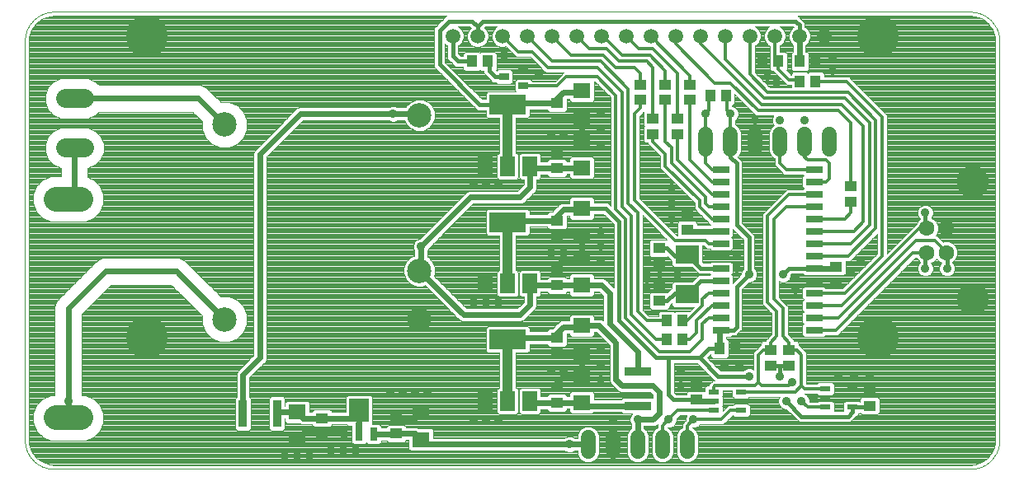
<source format=gtl>
G75*
%MOIN*%
%OFA0B0*%
%FSLAX25Y25*%
%IPPOS*%
%LPD*%
%AMOC8*
5,1,8,0,0,1.08239X$1,22.5*
%
%ADD10C,0.00394*%
%ADD11C,0.06299*%
%ADD12C,0.13055*%
%ADD13R,0.05118X0.04331*%
%ADD14R,0.04331X0.05118*%
%ADD15C,0.05906*%
%ADD16R,0.09449X0.07480*%
%ADD17R,0.04331X0.02362*%
%ADD18C,0.05906*%
%ADD19C,0.16992*%
%ADD20R,0.06693X0.02559*%
%ADD21R,0.03937X0.03150*%
%ADD22C,0.09843*%
%ADD23R,0.07874X0.09646*%
%ADD24R,0.03150X0.05512*%
%ADD25R,0.03150X0.07480*%
%ADD26R,0.05906X0.07874*%
%ADD27R,0.14961X0.07874*%
%ADD28R,0.03543X0.11024*%
%ADD29R,0.11024X0.03543*%
%ADD30R,0.07087X0.06299*%
%ADD31C,0.07677*%
%ADD32C,0.10000*%
%ADD33C,0.01600*%
%ADD34C,0.02400*%
%ADD35C,0.03562*%
%ADD36C,0.04000*%
%ADD37C,0.01200*%
D10*
X0034249Y0022713D02*
X0404327Y0022713D01*
X0404327Y0024306D02*
X0034249Y0024306D01*
X0032650Y0024432D01*
X0029610Y0025420D01*
X0027024Y0027299D01*
X0025145Y0029885D01*
X0024157Y0032925D01*
X0024031Y0034524D01*
X0024031Y0195941D01*
X0024157Y0197539D01*
X0025145Y0200580D01*
X0027024Y0203166D01*
X0029610Y0205045D01*
X0032650Y0206032D01*
X0034249Y0206158D01*
X0192777Y0206158D01*
X0191491Y0204873D01*
X0191491Y0204873D01*
X0189028Y0202409D01*
X0187741Y0201123D01*
X0187741Y0185553D01*
X0203991Y0169303D01*
X0205278Y0168016D01*
X0208560Y0168016D01*
X0208560Y0165599D01*
X0209379Y0164780D01*
X0214041Y0164780D01*
X0214041Y0150645D01*
X0213906Y0150645D01*
X0213088Y0149827D01*
X0213088Y0140795D01*
X0213906Y0139977D01*
X0220969Y0139977D01*
X0221787Y0140795D01*
X0221787Y0149827D01*
X0220969Y0150645D01*
X0220834Y0150645D01*
X0220834Y0164780D01*
X0225497Y0164780D01*
X0226315Y0165599D01*
X0226315Y0168265D01*
X0233482Y0168265D01*
X0233482Y0168118D01*
X0234300Y0167300D01*
X0240575Y0167300D01*
X0241394Y0168118D01*
X0241394Y0172616D01*
X0242498Y0172616D01*
X0242498Y0171996D01*
X0243316Y0171178D01*
X0251560Y0171178D01*
X0252378Y0171996D01*
X0252378Y0179453D01*
X0252365Y0179466D01*
X0252861Y0179466D01*
X0259191Y0173135D01*
X0259191Y0129066D01*
X0257836Y0130421D01*
X0252378Y0130421D01*
X0252378Y0131953D01*
X0251560Y0132771D01*
X0243316Y0132771D01*
X0242498Y0131953D01*
X0242498Y0130309D01*
X0239421Y0130309D01*
X0238467Y0129914D01*
X0235477Y0126924D01*
X0234300Y0126924D01*
X0233482Y0126106D01*
X0233482Y0125959D01*
X0226315Y0125959D01*
X0226315Y0127130D01*
X0225497Y0127948D01*
X0209379Y0127948D01*
X0208560Y0127130D01*
X0208560Y0118099D01*
X0209379Y0117280D01*
X0214041Y0117280D01*
X0214041Y0103145D01*
X0213906Y0103145D01*
X0213088Y0102327D01*
X0213088Y0093295D01*
X0213906Y0092477D01*
X0220969Y0092477D01*
X0221787Y0093295D01*
X0221787Y0102327D01*
X0220969Y0103145D01*
X0220834Y0103145D01*
X0220834Y0117280D01*
X0225497Y0117280D01*
X0226315Y0118099D01*
X0226315Y0120765D01*
X0233482Y0120765D01*
X0233482Y0120618D01*
X0234300Y0119800D01*
X0240575Y0119800D01*
X0241394Y0120618D01*
X0241394Y0125116D01*
X0242498Y0125116D01*
X0242498Y0124496D01*
X0243316Y0123678D01*
X0251560Y0123678D01*
X0252378Y0124496D01*
X0252378Y0126028D01*
X0256016Y0126028D01*
X0260241Y0121803D01*
X0260241Y0096082D01*
X0260159Y0096164D01*
X0256920Y0099402D01*
X0255966Y0099798D01*
X0252378Y0099798D01*
X0252378Y0100929D01*
X0251560Y0101747D01*
X0243316Y0101747D01*
X0242498Y0100929D01*
X0242498Y0099798D01*
X0241394Y0099798D01*
X0241394Y0099807D01*
X0240575Y0100625D01*
X0234300Y0100625D01*
X0233482Y0099807D01*
X0233482Y0099660D01*
X0230842Y0099660D01*
X0230842Y0102327D01*
X0230024Y0103145D01*
X0222961Y0103145D01*
X0222143Y0102327D01*
X0222143Y0093295D01*
X0222961Y0092477D01*
X0223896Y0092477D01*
X0223896Y0090343D01*
X0221362Y0087809D01*
X0200698Y0087809D01*
X0187719Y0100789D01*
X0188126Y0101771D01*
X0188126Y0104284D01*
X0187164Y0106606D01*
X0185387Y0108384D01*
X0185034Y0108530D01*
X0185034Y0110815D01*
X0185132Y0110912D01*
X0185616Y0112080D01*
X0185616Y0112218D01*
X0203513Y0130116D01*
X0222954Y0130116D01*
X0223909Y0130511D01*
X0224639Y0131242D01*
X0228694Y0135297D01*
X0229090Y0136251D01*
X0229090Y0139977D01*
X0230024Y0139977D01*
X0230842Y0140795D01*
X0230842Y0141966D01*
X0233482Y0141966D01*
X0233482Y0141819D01*
X0234300Y0141001D01*
X0240575Y0141001D01*
X0241394Y0141819D01*
X0241394Y0142104D01*
X0242498Y0142104D01*
X0242498Y0140973D01*
X0243316Y0140154D01*
X0251560Y0140154D01*
X0252378Y0140973D01*
X0252378Y0148429D01*
X0251560Y0149247D01*
X0243316Y0149247D01*
X0242498Y0148429D01*
X0242498Y0147298D01*
X0241394Y0147298D01*
X0241394Y0147307D01*
X0240575Y0148125D01*
X0234300Y0148125D01*
X0233482Y0147307D01*
X0233482Y0147160D01*
X0230842Y0147160D01*
X0230842Y0149827D01*
X0230024Y0150645D01*
X0222961Y0150645D01*
X0222143Y0149827D01*
X0222143Y0140795D01*
X0222961Y0139977D01*
X0223896Y0139977D01*
X0223896Y0137843D01*
X0221362Y0135309D01*
X0201921Y0135309D01*
X0200967Y0134914D01*
X0200236Y0134184D01*
X0181943Y0115891D01*
X0181806Y0115891D01*
X0180637Y0115407D01*
X0179744Y0114513D01*
X0179260Y0113345D01*
X0179260Y0112080D01*
X0179744Y0110912D01*
X0179841Y0110815D01*
X0179841Y0109051D01*
X0178229Y0108384D01*
X0176452Y0106606D01*
X0175490Y0104284D01*
X0175490Y0101771D01*
X0176452Y0099449D01*
X0178229Y0097671D01*
X0180551Y0096709D01*
X0183064Y0096709D01*
X0184047Y0097116D01*
X0198152Y0083011D01*
X0199106Y0082616D01*
X0222954Y0082616D01*
X0223909Y0083011D01*
X0224639Y0083742D01*
X0228694Y0087797D01*
X0229090Y0088751D01*
X0229090Y0092477D01*
X0230024Y0092477D01*
X0230842Y0093295D01*
X0230842Y0094466D01*
X0233482Y0094466D01*
X0233482Y0094319D01*
X0234300Y0093501D01*
X0240575Y0093501D01*
X0241394Y0094319D01*
X0241394Y0094604D01*
X0242498Y0094604D01*
X0242498Y0093473D01*
X0243316Y0092654D01*
X0251560Y0092654D01*
X0252378Y0093473D01*
X0252378Y0094604D01*
X0254374Y0094604D01*
X0256091Y0092887D01*
X0256091Y0082732D01*
X0255897Y0082926D01*
X0254942Y0083321D01*
X0252378Y0083321D01*
X0252378Y0084453D01*
X0251560Y0085271D01*
X0243316Y0085271D01*
X0242498Y0084453D01*
X0242498Y0082809D01*
X0239421Y0082809D01*
X0238467Y0082414D01*
X0235477Y0079424D01*
X0234300Y0079424D01*
X0233482Y0078606D01*
X0233482Y0078459D01*
X0226315Y0078459D01*
X0226315Y0079630D01*
X0225497Y0080448D01*
X0209379Y0080448D01*
X0208560Y0079630D01*
X0208560Y0070599D01*
X0209379Y0069780D01*
X0214041Y0069780D01*
X0214041Y0055645D01*
X0213906Y0055645D01*
X0213088Y0054827D01*
X0213088Y0045795D01*
X0213906Y0044977D01*
X0220969Y0044977D01*
X0221787Y0045795D01*
X0221787Y0054827D01*
X0220969Y0055645D01*
X0220834Y0055645D01*
X0220834Y0069780D01*
X0225497Y0069780D01*
X0226315Y0070599D01*
X0226315Y0073265D01*
X0233482Y0073265D01*
X0233482Y0073118D01*
X0234300Y0072300D01*
X0240575Y0072300D01*
X0241394Y0073118D01*
X0241394Y0077616D01*
X0242498Y0077616D01*
X0242498Y0076996D01*
X0243316Y0076178D01*
X0251560Y0076178D01*
X0252378Y0076996D01*
X0252378Y0078128D01*
X0253350Y0078128D01*
X0258591Y0072887D01*
X0258591Y0058446D01*
X0258986Y0057492D01*
X0259717Y0056761D01*
X0262217Y0054261D01*
X0263171Y0053866D01*
X0275112Y0053866D01*
X0276091Y0052887D01*
X0276091Y0051429D01*
X0276028Y0051491D01*
X0263847Y0051491D01*
X0263276Y0050920D01*
X0252378Y0050920D01*
X0252378Y0053429D01*
X0251560Y0054247D01*
X0243316Y0054247D01*
X0242498Y0053429D01*
X0242498Y0052298D01*
X0241394Y0052298D01*
X0241394Y0052307D01*
X0240575Y0053125D01*
X0234300Y0053125D01*
X0233482Y0052307D01*
X0233482Y0052160D01*
X0230842Y0052160D01*
X0230842Y0054827D01*
X0230024Y0055645D01*
X0222961Y0055645D01*
X0222143Y0054827D01*
X0222143Y0045795D01*
X0222961Y0044977D01*
X0230024Y0044977D01*
X0230842Y0045795D01*
X0230842Y0046966D01*
X0233482Y0046966D01*
X0233482Y0046819D01*
X0234300Y0046001D01*
X0240575Y0046001D01*
X0241394Y0046819D01*
X0241394Y0047104D01*
X0242498Y0047104D01*
X0242498Y0045973D01*
X0243316Y0045154D01*
X0251560Y0045154D01*
X0252131Y0045726D01*
X0263276Y0045726D01*
X0263847Y0045154D01*
X0267885Y0045154D01*
X0267244Y0044513D01*
X0266760Y0043345D01*
X0266760Y0042080D01*
X0267244Y0040912D01*
X0267341Y0040815D01*
X0267341Y0039220D01*
X0266250Y0038129D01*
X0265588Y0036531D01*
X0265588Y0028895D01*
X0266250Y0027296D01*
X0267474Y0026072D01*
X0269072Y0025410D01*
X0270803Y0025410D01*
X0272402Y0026072D01*
X0273625Y0027296D01*
X0274287Y0028895D01*
X0274287Y0036531D01*
X0273625Y0038129D01*
X0272534Y0039220D01*
X0272534Y0040116D01*
X0276704Y0040116D01*
X0277659Y0040511D01*
X0277941Y0040793D01*
X0277941Y0039546D01*
X0277474Y0039353D01*
X0276250Y0038129D01*
X0275588Y0036531D01*
X0275588Y0028895D01*
X0276250Y0027296D01*
X0277474Y0026072D01*
X0279072Y0025410D01*
X0280803Y0025410D01*
X0282402Y0026072D01*
X0283625Y0027296D01*
X0284287Y0028895D01*
X0284287Y0036531D01*
X0283625Y0038129D01*
X0282402Y0039353D01*
X0282048Y0039499D01*
X0282084Y0039535D01*
X0283070Y0039535D01*
X0284238Y0040018D01*
X0285132Y0040912D01*
X0285616Y0042080D01*
X0285616Y0043067D01*
X0287015Y0044466D01*
X0289724Y0044466D01*
X0289260Y0043345D01*
X0289260Y0042359D01*
X0289111Y0042209D01*
X0289111Y0042209D01*
X0287941Y0041040D01*
X0287941Y0039546D01*
X0287474Y0039353D01*
X0286250Y0038129D01*
X0285588Y0036531D01*
X0285588Y0028895D01*
X0286250Y0027296D01*
X0287474Y0026072D01*
X0289072Y0025410D01*
X0290803Y0025410D01*
X0292402Y0026072D01*
X0293625Y0027296D01*
X0294287Y0028895D01*
X0294287Y0036531D01*
X0293625Y0038129D01*
X0292402Y0039353D01*
X0292048Y0039499D01*
X0292084Y0039535D01*
X0293070Y0039535D01*
X0294238Y0040018D01*
X0294935Y0040716D01*
X0304515Y0040716D01*
X0305684Y0041885D01*
X0308275Y0044476D01*
X0308374Y0044476D01*
X0308956Y0043894D01*
X0314443Y0043894D01*
X0315262Y0044713D01*
X0315262Y0048232D01*
X0314443Y0049050D01*
X0308956Y0049050D01*
X0308374Y0048469D01*
X0306620Y0048469D01*
X0304238Y0046087D01*
X0304238Y0048232D01*
X0304128Y0048343D01*
X0304238Y0048453D01*
X0304238Y0051972D01*
X0304128Y0052083D01*
X0304238Y0052193D01*
X0304238Y0054466D01*
X0308137Y0054466D01*
X0308137Y0052193D01*
X0308956Y0051375D01*
X0314443Y0051375D01*
X0315034Y0051966D01*
X0327224Y0051966D01*
X0326760Y0050845D01*
X0326760Y0049580D01*
X0327244Y0048412D01*
X0328137Y0047518D01*
X0329306Y0047035D01*
X0330009Y0047035D01*
X0335278Y0041766D01*
X0355848Y0041766D01*
X0357134Y0043053D01*
X0358896Y0044814D01*
X0358896Y0045144D01*
X0359443Y0045144D01*
X0359800Y0045501D01*
X0360550Y0044751D01*
X0366825Y0044751D01*
X0367644Y0045569D01*
X0367644Y0051057D01*
X0366825Y0051875D01*
X0360550Y0051875D01*
X0359732Y0051057D01*
X0359732Y0050012D01*
X0359443Y0050300D01*
X0353956Y0050300D01*
X0353137Y0049482D01*
X0353137Y0046159D01*
X0349238Y0046159D01*
X0349238Y0049482D01*
X0348420Y0050300D01*
X0342932Y0050300D01*
X0342351Y0049719D01*
X0339505Y0049719D01*
X0339366Y0049859D01*
X0339366Y0050845D01*
X0338882Y0052013D01*
X0337988Y0052907D01*
X0337266Y0053206D01*
X0342351Y0053206D01*
X0342932Y0052625D01*
X0348420Y0052625D01*
X0349238Y0053443D01*
X0349238Y0056962D01*
X0348420Y0057781D01*
X0342932Y0057781D01*
X0342351Y0057200D01*
X0338275Y0057200D01*
X0338184Y0057290D01*
X0338184Y0069790D01*
X0337015Y0070959D01*
X0335144Y0072831D01*
X0335144Y0073606D01*
X0334325Y0074424D01*
X0333184Y0074424D01*
X0333184Y0074790D01*
X0332015Y0075959D01*
X0330684Y0077290D01*
X0330684Y0088540D01*
X0329515Y0089709D01*
X0326934Y0092290D01*
X0326934Y0098749D01*
X0328056Y0098285D01*
X0329320Y0098285D01*
X0330488Y0098768D01*
X0331382Y0099662D01*
X0331866Y0100830D01*
X0331866Y0101534D01*
X0332098Y0101766D01*
X0336852Y0101766D01*
X0337331Y0101286D01*
X0345182Y0101286D01*
X0345261Y0101366D01*
X0346484Y0101366D01*
X0346800Y0101050D01*
X0353075Y0101050D01*
X0353894Y0101868D01*
X0353894Y0106966D01*
X0355765Y0106966D01*
X0366691Y0117892D01*
X0366691Y0109790D01*
X0352861Y0095959D01*
X0345861Y0095959D01*
X0345182Y0096639D01*
X0337331Y0096639D01*
X0336513Y0095821D01*
X0336513Y0092104D01*
X0337155Y0091463D01*
X0336513Y0090821D01*
X0336513Y0087104D01*
X0337155Y0086463D01*
X0336513Y0085821D01*
X0336513Y0082104D01*
X0337155Y0081463D01*
X0336513Y0080821D01*
X0336513Y0077104D01*
X0337331Y0076286D01*
X0345182Y0076286D01*
X0345861Y0076966D01*
X0350765Y0076966D01*
X0382015Y0108216D01*
X0382715Y0108216D01*
X0382914Y0107736D01*
X0383991Y0106659D01*
X0383991Y0106260D01*
X0383494Y0105763D01*
X0383010Y0104595D01*
X0383010Y0103330D01*
X0383494Y0102162D01*
X0384387Y0101268D01*
X0385556Y0100785D01*
X0386820Y0100785D01*
X0387988Y0101268D01*
X0388882Y0102162D01*
X0389366Y0103330D01*
X0389366Y0104595D01*
X0388882Y0105763D01*
X0388526Y0106118D01*
X0389344Y0106457D01*
X0390623Y0107736D01*
X0390705Y0107935D01*
X0390788Y0107736D01*
X0392067Y0106457D01*
X0392683Y0106202D01*
X0392244Y0105763D01*
X0391760Y0104595D01*
X0391760Y0103330D01*
X0392244Y0102162D01*
X0393137Y0101268D01*
X0394306Y0100785D01*
X0395570Y0100785D01*
X0396738Y0101268D01*
X0397632Y0102162D01*
X0398116Y0103330D01*
X0398116Y0104595D01*
X0397632Y0105763D01*
X0397134Y0106260D01*
X0397134Y0106422D01*
X0397218Y0106457D01*
X0398497Y0107736D01*
X0399189Y0109407D01*
X0399189Y0111215D01*
X0398497Y0112886D01*
X0397218Y0114165D01*
X0395547Y0114857D01*
X0393738Y0114857D01*
X0393299Y0114675D01*
X0391934Y0116040D01*
X0390765Y0117209D01*
X0390254Y0117209D01*
X0390623Y0117578D01*
X0391315Y0119249D01*
X0391315Y0121058D01*
X0390623Y0122729D01*
X0389344Y0124008D01*
X0388554Y0124335D01*
X0388882Y0124662D01*
X0389366Y0125830D01*
X0389366Y0127095D01*
X0388882Y0128263D01*
X0387988Y0129157D01*
X0386820Y0129641D01*
X0385556Y0129641D01*
X0384387Y0129157D01*
X0383494Y0128263D01*
X0383010Y0127095D01*
X0383010Y0125830D01*
X0383494Y0124662D01*
X0383991Y0124165D01*
X0383991Y0123806D01*
X0382914Y0122729D01*
X0382585Y0121934D01*
X0370684Y0110033D01*
X0370684Y0166040D01*
X0356423Y0180302D01*
X0355253Y0181471D01*
X0345360Y0181471D01*
X0345360Y0182612D01*
X0344542Y0183430D01*
X0339054Y0183430D01*
X0338648Y0183025D01*
X0338243Y0183430D01*
X0332755Y0183430D01*
X0331936Y0182612D01*
X0331936Y0182288D01*
X0330024Y0184200D01*
X0330399Y0184575D01*
X0330399Y0190850D01*
X0329581Y0191668D01*
X0327269Y0191668D01*
X0327269Y0194029D01*
X0327736Y0194222D01*
X0328960Y0195446D01*
X0329622Y0197044D01*
X0329622Y0198775D01*
X0328960Y0200373D01*
X0327736Y0201597D01*
X0327328Y0201766D01*
X0332778Y0201766D01*
X0332906Y0201637D01*
X0332808Y0201597D01*
X0331585Y0200373D01*
X0330923Y0198775D01*
X0330923Y0197044D01*
X0331585Y0195446D01*
X0332675Y0194355D01*
X0332675Y0191550D01*
X0331976Y0190850D01*
X0331976Y0184575D01*
X0332794Y0183757D01*
X0338282Y0183757D01*
X0339100Y0184575D01*
X0339100Y0190850D01*
X0338282Y0191668D01*
X0337869Y0191668D01*
X0337869Y0194355D01*
X0338960Y0195446D01*
X0339622Y0197044D01*
X0339622Y0198775D01*
X0338960Y0200373D01*
X0337736Y0201597D01*
X0337469Y0201707D01*
X0337469Y0203288D01*
X0334599Y0206158D01*
X0404327Y0206158D01*
X0405926Y0206032D01*
X0408966Y0205045D01*
X0411552Y0203166D01*
X0413431Y0200580D01*
X0414419Y0197539D01*
X0414545Y0195941D01*
X0414545Y0034524D01*
X0414419Y0032925D01*
X0413431Y0029885D01*
X0411552Y0027299D01*
X0408966Y0025420D01*
X0405926Y0024432D01*
X0404327Y0024306D01*
X0406669Y0024674D02*
X0031907Y0024674D01*
X0030700Y0025066D02*
X0407876Y0025066D01*
X0409019Y0025458D02*
X0290918Y0025458D01*
X0291865Y0025850D02*
X0409558Y0025850D01*
X0410098Y0026243D02*
X0292572Y0026243D01*
X0292964Y0026635D02*
X0410638Y0026635D01*
X0411178Y0027027D02*
X0293356Y0027027D01*
X0293676Y0027419D02*
X0411640Y0027419D01*
X0411924Y0027811D02*
X0293839Y0027811D01*
X0294001Y0028204D02*
X0412209Y0028204D01*
X0412494Y0028596D02*
X0294163Y0028596D01*
X0294287Y0028988D02*
X0412779Y0028988D01*
X0413064Y0029380D02*
X0294287Y0029380D01*
X0294287Y0029772D02*
X0413349Y0029772D01*
X0413522Y0030165D02*
X0294287Y0030165D01*
X0294287Y0030557D02*
X0413649Y0030557D01*
X0413777Y0030949D02*
X0294287Y0030949D01*
X0294287Y0031341D02*
X0413904Y0031341D01*
X0414032Y0031733D02*
X0294287Y0031733D01*
X0294287Y0032126D02*
X0414159Y0032126D01*
X0414287Y0032518D02*
X0294287Y0032518D01*
X0294287Y0032910D02*
X0414414Y0032910D01*
X0414449Y0033302D02*
X0294287Y0033302D01*
X0294287Y0033695D02*
X0414480Y0033695D01*
X0414510Y0034087D02*
X0294287Y0034087D01*
X0294287Y0034479D02*
X0414541Y0034479D01*
X0414545Y0034871D02*
X0294287Y0034871D01*
X0294287Y0035263D02*
X0414545Y0035263D01*
X0414545Y0035656D02*
X0294287Y0035656D01*
X0294287Y0036048D02*
X0414545Y0036048D01*
X0414545Y0036440D02*
X0294287Y0036440D01*
X0294162Y0036832D02*
X0414545Y0036832D01*
X0414545Y0037224D02*
X0294000Y0037224D01*
X0293837Y0037617D02*
X0414545Y0037617D01*
X0414545Y0038009D02*
X0293675Y0038009D01*
X0293353Y0038401D02*
X0414545Y0038401D01*
X0414545Y0038793D02*
X0292961Y0038793D01*
X0292569Y0039186D02*
X0414545Y0039186D01*
X0414545Y0039578D02*
X0293174Y0039578D01*
X0294121Y0039970D02*
X0414545Y0039970D01*
X0414545Y0040362D02*
X0294581Y0040362D01*
X0289224Y0042323D02*
X0285616Y0042323D01*
X0285616Y0042715D02*
X0289260Y0042715D01*
X0289260Y0043108D02*
X0285657Y0043108D01*
X0286049Y0043500D02*
X0289324Y0043500D01*
X0289486Y0043892D02*
X0286441Y0043892D01*
X0286833Y0044284D02*
X0289649Y0044284D01*
X0288832Y0041931D02*
X0285554Y0041931D01*
X0285391Y0041539D02*
X0288440Y0041539D01*
X0288048Y0041147D02*
X0285229Y0041147D01*
X0284974Y0040754D02*
X0287941Y0040754D01*
X0287941Y0040362D02*
X0284582Y0040362D01*
X0284121Y0039970D02*
X0287941Y0039970D01*
X0287941Y0039578D02*
X0283174Y0039578D01*
X0282569Y0039186D02*
X0287307Y0039186D01*
X0286914Y0038793D02*
X0282961Y0038793D01*
X0283353Y0038401D02*
X0286522Y0038401D01*
X0286200Y0038009D02*
X0283675Y0038009D01*
X0283837Y0037617D02*
X0286038Y0037617D01*
X0285875Y0037224D02*
X0284000Y0037224D01*
X0284162Y0036832D02*
X0285713Y0036832D01*
X0285588Y0036440D02*
X0284287Y0036440D01*
X0284287Y0036048D02*
X0285588Y0036048D01*
X0285588Y0035656D02*
X0284287Y0035656D01*
X0284287Y0035263D02*
X0285588Y0035263D01*
X0285588Y0034871D02*
X0284287Y0034871D01*
X0284287Y0034479D02*
X0285588Y0034479D01*
X0285588Y0034087D02*
X0284287Y0034087D01*
X0284287Y0033695D02*
X0285588Y0033695D01*
X0285588Y0033302D02*
X0284287Y0033302D01*
X0284287Y0032910D02*
X0285588Y0032910D01*
X0285588Y0032518D02*
X0284287Y0032518D01*
X0284287Y0032126D02*
X0285588Y0032126D01*
X0285588Y0031733D02*
X0284287Y0031733D01*
X0284287Y0031341D02*
X0285588Y0031341D01*
X0285588Y0030949D02*
X0284287Y0030949D01*
X0284287Y0030557D02*
X0285588Y0030557D01*
X0285588Y0030165D02*
X0284287Y0030165D01*
X0284287Y0029772D02*
X0285588Y0029772D01*
X0285588Y0029380D02*
X0284287Y0029380D01*
X0284287Y0028988D02*
X0285588Y0028988D01*
X0285712Y0028596D02*
X0284163Y0028596D01*
X0284001Y0028204D02*
X0285874Y0028204D01*
X0286037Y0027811D02*
X0283839Y0027811D01*
X0283676Y0027419D02*
X0286199Y0027419D01*
X0286519Y0027027D02*
X0283356Y0027027D01*
X0282964Y0026635D02*
X0286912Y0026635D01*
X0287304Y0026243D02*
X0282572Y0026243D01*
X0281865Y0025850D02*
X0288010Y0025850D01*
X0288957Y0025458D02*
X0280918Y0025458D01*
X0278957Y0025458D02*
X0270918Y0025458D01*
X0271865Y0025850D02*
X0278010Y0025850D01*
X0277304Y0026243D02*
X0272572Y0026243D01*
X0272964Y0026635D02*
X0276912Y0026635D01*
X0276519Y0027027D02*
X0273356Y0027027D01*
X0273676Y0027419D02*
X0276199Y0027419D01*
X0276037Y0027811D02*
X0273839Y0027811D01*
X0274001Y0028204D02*
X0275874Y0028204D01*
X0275712Y0028596D02*
X0274163Y0028596D01*
X0274287Y0028988D02*
X0275588Y0028988D01*
X0275588Y0029380D02*
X0274287Y0029380D01*
X0274287Y0029772D02*
X0275588Y0029772D01*
X0275588Y0030165D02*
X0274287Y0030165D01*
X0274287Y0030557D02*
X0275588Y0030557D01*
X0275588Y0030949D02*
X0274287Y0030949D01*
X0274287Y0031341D02*
X0275588Y0031341D01*
X0275588Y0031733D02*
X0274287Y0031733D01*
X0274287Y0032126D02*
X0275588Y0032126D01*
X0275588Y0032518D02*
X0274287Y0032518D01*
X0274287Y0032910D02*
X0275588Y0032910D01*
X0275588Y0033302D02*
X0274287Y0033302D01*
X0274287Y0033695D02*
X0275588Y0033695D01*
X0275588Y0034087D02*
X0274287Y0034087D01*
X0274287Y0034479D02*
X0275588Y0034479D01*
X0275588Y0034871D02*
X0274287Y0034871D01*
X0274287Y0035263D02*
X0275588Y0035263D01*
X0275588Y0035656D02*
X0274287Y0035656D01*
X0274287Y0036048D02*
X0275588Y0036048D01*
X0275588Y0036440D02*
X0274287Y0036440D01*
X0274162Y0036832D02*
X0275713Y0036832D01*
X0275875Y0037224D02*
X0274000Y0037224D01*
X0273837Y0037617D02*
X0276038Y0037617D01*
X0276200Y0038009D02*
X0273675Y0038009D01*
X0273353Y0038401D02*
X0276522Y0038401D01*
X0276914Y0038793D02*
X0272961Y0038793D01*
X0272569Y0039186D02*
X0277307Y0039186D01*
X0277941Y0039578D02*
X0272534Y0039578D01*
X0272534Y0039970D02*
X0277941Y0039970D01*
X0277941Y0040362D02*
X0277299Y0040362D01*
X0277902Y0040754D02*
X0277941Y0040754D01*
X0267341Y0040754D02*
X0165773Y0040754D01*
X0165493Y0041035D02*
X0162755Y0041035D01*
X0162772Y0041051D01*
X0162772Y0051854D01*
X0161953Y0052672D01*
X0152922Y0052672D01*
X0152104Y0051854D01*
X0152104Y0045959D01*
X0146394Y0045959D01*
X0146394Y0046106D01*
X0145575Y0046924D01*
X0139300Y0046924D01*
X0138482Y0046106D01*
X0138482Y0045959D01*
X0137378Y0045959D01*
X0137378Y0049453D01*
X0136560Y0050271D01*
X0128316Y0050271D01*
X0127498Y0049453D01*
X0127498Y0048321D01*
X0127496Y0048321D01*
X0127496Y0051303D01*
X0126678Y0052121D01*
X0121977Y0052121D01*
X0121159Y0051303D01*
X0121159Y0039122D01*
X0121977Y0038304D01*
X0126678Y0038304D01*
X0127496Y0039122D01*
X0127496Y0043128D01*
X0127498Y0043128D01*
X0127498Y0041996D01*
X0128316Y0041178D01*
X0133312Y0041178D01*
X0133329Y0041161D01*
X0134283Y0040765D01*
X0138482Y0040765D01*
X0138482Y0040618D01*
X0139300Y0039800D01*
X0145575Y0039800D01*
X0146394Y0040618D01*
X0146394Y0040765D01*
X0152390Y0040765D01*
X0152922Y0040233D01*
X0154466Y0040233D01*
X0154466Y0033563D01*
X0155284Y0032745D01*
X0159591Y0032745D01*
X0160381Y0033534D01*
X0161186Y0032729D01*
X0165493Y0032729D01*
X0166311Y0033547D01*
X0166311Y0034285D01*
X0168516Y0034285D01*
X0169300Y0033501D01*
X0175575Y0033501D01*
X0176394Y0034319D01*
X0176394Y0034466D01*
X0177498Y0034466D01*
X0177498Y0030973D01*
X0178316Y0030154D01*
X0183816Y0030154D01*
X0183909Y0030116D01*
X0240540Y0030116D01*
X0240637Y0030018D01*
X0241806Y0029535D01*
X0243070Y0029535D01*
X0244238Y0030018D01*
X0244335Y0030116D01*
X0245588Y0030116D01*
X0245588Y0028895D01*
X0246250Y0027296D01*
X0247474Y0026072D01*
X0249072Y0025410D01*
X0250803Y0025410D01*
X0252402Y0026072D01*
X0253625Y0027296D01*
X0254287Y0028895D01*
X0254287Y0036531D01*
X0253625Y0038129D01*
X0252402Y0039353D01*
X0250803Y0040015D01*
X0249072Y0040015D01*
X0247474Y0039353D01*
X0246250Y0038129D01*
X0245588Y0036531D01*
X0245588Y0035309D01*
X0244335Y0035309D01*
X0244238Y0035407D01*
X0243070Y0035891D01*
X0241806Y0035891D01*
X0240637Y0035407D01*
X0240540Y0035309D01*
X0187378Y0035309D01*
X0187378Y0038429D01*
X0186560Y0039247D01*
X0181564Y0039247D01*
X0181546Y0039264D01*
X0180592Y0039660D01*
X0176394Y0039660D01*
X0176394Y0039807D01*
X0175575Y0040625D01*
X0169300Y0040625D01*
X0168482Y0039807D01*
X0168482Y0039479D01*
X0166311Y0039479D01*
X0166311Y0040216D01*
X0165493Y0041035D01*
X0166165Y0040362D02*
X0169037Y0040362D01*
X0168645Y0039970D02*
X0166311Y0039970D01*
X0166311Y0039578D02*
X0168482Y0039578D01*
X0162772Y0041147D02*
X0267147Y0041147D01*
X0266984Y0041539D02*
X0162772Y0041539D01*
X0162772Y0041931D02*
X0266822Y0041931D01*
X0266760Y0042323D02*
X0162772Y0042323D01*
X0162772Y0042715D02*
X0266760Y0042715D01*
X0266760Y0043108D02*
X0162772Y0043108D01*
X0162772Y0043500D02*
X0266824Y0043500D01*
X0266986Y0043892D02*
X0162772Y0043892D01*
X0162772Y0044284D02*
X0267149Y0044284D01*
X0267407Y0044676D02*
X0162772Y0044676D01*
X0162772Y0045069D02*
X0213815Y0045069D01*
X0213423Y0045461D02*
X0162772Y0045461D01*
X0162772Y0045853D02*
X0213088Y0045853D01*
X0213088Y0046245D02*
X0162772Y0046245D01*
X0162772Y0046638D02*
X0213088Y0046638D01*
X0213088Y0047030D02*
X0162772Y0047030D01*
X0162772Y0047422D02*
X0213088Y0047422D01*
X0213088Y0047814D02*
X0162772Y0047814D01*
X0162772Y0048206D02*
X0213088Y0048206D01*
X0213088Y0048599D02*
X0162772Y0048599D01*
X0162772Y0048991D02*
X0213088Y0048991D01*
X0213088Y0049383D02*
X0162772Y0049383D01*
X0162772Y0049775D02*
X0213088Y0049775D01*
X0213088Y0050167D02*
X0162772Y0050167D01*
X0162772Y0050560D02*
X0213088Y0050560D01*
X0213088Y0050952D02*
X0162772Y0050952D01*
X0162772Y0051344D02*
X0213088Y0051344D01*
X0213088Y0051736D02*
X0162772Y0051736D01*
X0162497Y0052129D02*
X0213088Y0052129D01*
X0213088Y0052521D02*
X0162105Y0052521D01*
X0152770Y0052521D02*
X0113145Y0052521D01*
X0113145Y0052913D02*
X0213088Y0052913D01*
X0213088Y0053305D02*
X0113145Y0053305D01*
X0113145Y0053697D02*
X0213088Y0053697D01*
X0213088Y0054090D02*
X0113145Y0054090D01*
X0113145Y0054482D02*
X0213088Y0054482D01*
X0213135Y0054874D02*
X0113145Y0054874D01*
X0113145Y0055266D02*
X0213528Y0055266D01*
X0214041Y0055658D02*
X0113145Y0055658D01*
X0113145Y0056051D02*
X0214041Y0056051D01*
X0214041Y0056443D02*
X0113145Y0056443D01*
X0113145Y0056835D02*
X0214041Y0056835D01*
X0214041Y0057227D02*
X0113145Y0057227D01*
X0113145Y0057619D02*
X0214041Y0057619D01*
X0214041Y0058012D02*
X0113145Y0058012D01*
X0113145Y0058404D02*
X0214041Y0058404D01*
X0214041Y0058796D02*
X0113145Y0058796D01*
X0113145Y0059188D02*
X0214041Y0059188D01*
X0214041Y0059581D02*
X0113145Y0059581D01*
X0113145Y0059747D02*
X0119639Y0066242D01*
X0120034Y0067196D01*
X0120034Y0149137D01*
X0134763Y0163866D01*
X0169290Y0163866D01*
X0169387Y0163768D01*
X0170556Y0163285D01*
X0171820Y0163285D01*
X0172988Y0163768D01*
X0173085Y0163866D01*
X0175861Y0163866D01*
X0176452Y0162441D01*
X0178229Y0160663D01*
X0180551Y0159702D01*
X0183064Y0159702D01*
X0185387Y0160663D01*
X0187164Y0162441D01*
X0188126Y0164763D01*
X0188126Y0167276D01*
X0187164Y0169599D01*
X0185387Y0171376D01*
X0183064Y0172338D01*
X0180551Y0172338D01*
X0178229Y0171376D01*
X0176452Y0169599D01*
X0176228Y0169059D01*
X0173085Y0169059D01*
X0172988Y0169157D01*
X0171820Y0169641D01*
X0170556Y0169641D01*
X0169387Y0169157D01*
X0169290Y0169059D01*
X0133171Y0169059D01*
X0132217Y0168664D01*
X0131486Y0167934D01*
X0115236Y0151684D01*
X0114841Y0150729D01*
X0114841Y0068788D01*
X0108346Y0062294D01*
X0107951Y0061339D01*
X0107951Y0051875D01*
X0107379Y0051303D01*
X0107379Y0039122D01*
X0108198Y0038304D01*
X0112898Y0038304D01*
X0113716Y0039122D01*
X0113716Y0051303D01*
X0113145Y0051875D01*
X0113145Y0059747D01*
X0113370Y0059973D02*
X0214041Y0059973D01*
X0214041Y0060365D02*
X0113763Y0060365D01*
X0114155Y0060757D02*
X0214041Y0060757D01*
X0214041Y0061149D02*
X0114547Y0061149D01*
X0114939Y0061542D02*
X0214041Y0061542D01*
X0214041Y0061934D02*
X0115331Y0061934D01*
X0115724Y0062326D02*
X0214041Y0062326D01*
X0214041Y0062718D02*
X0116116Y0062718D01*
X0116508Y0063110D02*
X0214041Y0063110D01*
X0214041Y0063503D02*
X0116900Y0063503D01*
X0117292Y0063895D02*
X0214041Y0063895D01*
X0214041Y0064287D02*
X0117685Y0064287D01*
X0118077Y0064679D02*
X0214041Y0064679D01*
X0214041Y0065072D02*
X0118469Y0065072D01*
X0118861Y0065464D02*
X0214041Y0065464D01*
X0214041Y0065856D02*
X0119253Y0065856D01*
X0119642Y0066248D02*
X0214041Y0066248D01*
X0214041Y0066640D02*
X0119804Y0066640D01*
X0119967Y0067033D02*
X0214041Y0067033D01*
X0214041Y0067425D02*
X0120034Y0067425D01*
X0120034Y0067817D02*
X0214041Y0067817D01*
X0214041Y0068209D02*
X0120034Y0068209D01*
X0120034Y0068601D02*
X0214041Y0068601D01*
X0214041Y0068994D02*
X0120034Y0068994D01*
X0120034Y0069386D02*
X0214041Y0069386D01*
X0214041Y0069778D02*
X0120034Y0069778D01*
X0120034Y0070170D02*
X0208989Y0070170D01*
X0208597Y0070562D02*
X0120034Y0070562D01*
X0120034Y0070955D02*
X0208560Y0070955D01*
X0208560Y0071347D02*
X0120034Y0071347D01*
X0120034Y0071739D02*
X0208560Y0071739D01*
X0208560Y0072131D02*
X0120034Y0072131D01*
X0120034Y0072524D02*
X0208560Y0072524D01*
X0208560Y0072916D02*
X0120034Y0072916D01*
X0120034Y0073308D02*
X0208560Y0073308D01*
X0208560Y0073700D02*
X0120034Y0073700D01*
X0120034Y0074092D02*
X0208560Y0074092D01*
X0208560Y0074485D02*
X0120034Y0074485D01*
X0120034Y0074877D02*
X0208560Y0074877D01*
X0208560Y0075269D02*
X0120034Y0075269D01*
X0120034Y0075661D02*
X0208560Y0075661D01*
X0208560Y0076053D02*
X0120034Y0076053D01*
X0120034Y0076446D02*
X0208560Y0076446D01*
X0208560Y0076838D02*
X0120034Y0076838D01*
X0120034Y0077230D02*
X0208560Y0077230D01*
X0208560Y0077622D02*
X0120034Y0077622D01*
X0120034Y0078015D02*
X0208560Y0078015D01*
X0208560Y0078407D02*
X0120034Y0078407D01*
X0120034Y0078799D02*
X0208560Y0078799D01*
X0208560Y0079191D02*
X0120034Y0079191D01*
X0120034Y0079583D02*
X0208560Y0079583D01*
X0208906Y0079976D02*
X0120034Y0079976D01*
X0120034Y0080368D02*
X0209298Y0080368D01*
X0198852Y0082721D02*
X0120034Y0082721D01*
X0120034Y0082329D02*
X0238381Y0082329D01*
X0237989Y0081937D02*
X0120034Y0081937D01*
X0120034Y0081544D02*
X0237597Y0081544D01*
X0237205Y0081152D02*
X0120034Y0081152D01*
X0120034Y0080760D02*
X0236813Y0080760D01*
X0236420Y0080368D02*
X0225577Y0080368D01*
X0225969Y0079976D02*
X0236028Y0079976D01*
X0235636Y0079583D02*
X0226315Y0079583D01*
X0226315Y0079191D02*
X0234067Y0079191D01*
X0233675Y0078799D02*
X0226315Y0078799D01*
X0224011Y0083113D02*
X0242498Y0083113D01*
X0242498Y0083505D02*
X0224403Y0083505D01*
X0224795Y0083898D02*
X0242498Y0083898D01*
X0242498Y0084290D02*
X0225187Y0084290D01*
X0225580Y0084682D02*
X0242727Y0084682D01*
X0243119Y0085074D02*
X0225972Y0085074D01*
X0226364Y0085467D02*
X0256091Y0085467D01*
X0256091Y0085859D02*
X0226756Y0085859D01*
X0227149Y0086251D02*
X0256091Y0086251D01*
X0256091Y0086643D02*
X0227541Y0086643D01*
X0227933Y0087035D02*
X0256091Y0087035D01*
X0256091Y0087428D02*
X0228325Y0087428D01*
X0228704Y0087820D02*
X0256091Y0087820D01*
X0256091Y0088212D02*
X0228866Y0088212D01*
X0229029Y0088604D02*
X0256091Y0088604D01*
X0256091Y0088996D02*
X0229090Y0088996D01*
X0229090Y0089389D02*
X0256091Y0089389D01*
X0256091Y0089781D02*
X0229090Y0089781D01*
X0229090Y0090173D02*
X0256091Y0090173D01*
X0256091Y0090565D02*
X0229090Y0090565D01*
X0229090Y0090958D02*
X0256091Y0090958D01*
X0256091Y0091350D02*
X0229090Y0091350D01*
X0229090Y0091742D02*
X0256091Y0091742D01*
X0256091Y0092134D02*
X0229090Y0092134D01*
X0230073Y0092526D02*
X0256091Y0092526D01*
X0256059Y0092919D02*
X0251824Y0092919D01*
X0252216Y0093311D02*
X0255667Y0093311D01*
X0255275Y0093703D02*
X0252378Y0093703D01*
X0252378Y0094095D02*
X0254883Y0094095D01*
X0254490Y0094487D02*
X0252378Y0094487D01*
X0258305Y0098017D02*
X0260241Y0098017D01*
X0260241Y0097625D02*
X0258698Y0097625D01*
X0259090Y0097233D02*
X0260241Y0097233D01*
X0260241Y0096841D02*
X0259482Y0096841D01*
X0259874Y0096448D02*
X0260241Y0096448D01*
X0260241Y0098410D02*
X0257913Y0098410D01*
X0257521Y0098802D02*
X0260241Y0098802D01*
X0260241Y0099194D02*
X0257129Y0099194D01*
X0256477Y0099586D02*
X0260241Y0099586D01*
X0260241Y0099978D02*
X0252378Y0099978D01*
X0252378Y0100371D02*
X0260241Y0100371D01*
X0260241Y0100763D02*
X0252378Y0100763D01*
X0252152Y0101155D02*
X0260241Y0101155D01*
X0260241Y0101547D02*
X0251760Y0101547D01*
X0260241Y0101939D02*
X0230842Y0101939D01*
X0230842Y0101547D02*
X0243116Y0101547D01*
X0242724Y0101155D02*
X0230842Y0101155D01*
X0230842Y0100763D02*
X0242498Y0100763D01*
X0242498Y0100371D02*
X0240830Y0100371D01*
X0241222Y0099978D02*
X0242498Y0099978D01*
X0242498Y0094487D02*
X0241394Y0094487D01*
X0241170Y0094095D02*
X0242498Y0094095D01*
X0242498Y0093703D02*
X0240778Y0093703D01*
X0242659Y0093311D02*
X0230842Y0093311D01*
X0230842Y0093703D02*
X0234098Y0093703D01*
X0233706Y0094095D02*
X0230842Y0094095D01*
X0230466Y0092919D02*
X0243052Y0092919D01*
X0234045Y0100371D02*
X0230842Y0100371D01*
X0230842Y0099978D02*
X0233653Y0099978D01*
X0230837Y0102332D02*
X0260241Y0102332D01*
X0260241Y0102724D02*
X0230445Y0102724D01*
X0230053Y0103116D02*
X0260241Y0103116D01*
X0260241Y0103508D02*
X0220834Y0103508D01*
X0220834Y0103901D02*
X0260241Y0103901D01*
X0260241Y0104293D02*
X0220834Y0104293D01*
X0220834Y0104685D02*
X0260241Y0104685D01*
X0260241Y0105077D02*
X0220834Y0105077D01*
X0220834Y0105469D02*
X0260241Y0105469D01*
X0260241Y0105862D02*
X0220834Y0105862D01*
X0220834Y0106254D02*
X0260241Y0106254D01*
X0260241Y0106646D02*
X0220834Y0106646D01*
X0220834Y0107038D02*
X0260241Y0107038D01*
X0260241Y0107430D02*
X0220834Y0107430D01*
X0220834Y0107823D02*
X0260241Y0107823D01*
X0260241Y0108215D02*
X0220834Y0108215D01*
X0220834Y0108607D02*
X0260241Y0108607D01*
X0260241Y0108999D02*
X0220834Y0108999D01*
X0220834Y0109391D02*
X0260241Y0109391D01*
X0260241Y0109784D02*
X0220834Y0109784D01*
X0220834Y0110176D02*
X0260241Y0110176D01*
X0260241Y0110568D02*
X0220834Y0110568D01*
X0220834Y0110960D02*
X0260241Y0110960D01*
X0260241Y0111353D02*
X0220834Y0111353D01*
X0220834Y0111745D02*
X0260241Y0111745D01*
X0260241Y0112137D02*
X0220834Y0112137D01*
X0220834Y0112529D02*
X0260241Y0112529D01*
X0260241Y0112921D02*
X0220834Y0112921D01*
X0220834Y0113314D02*
X0260241Y0113314D01*
X0260241Y0113706D02*
X0220834Y0113706D01*
X0220834Y0114098D02*
X0260241Y0114098D01*
X0260241Y0114490D02*
X0220834Y0114490D01*
X0220834Y0114882D02*
X0260241Y0114882D01*
X0260241Y0115275D02*
X0220834Y0115275D01*
X0220834Y0115667D02*
X0260241Y0115667D01*
X0260241Y0116059D02*
X0220834Y0116059D01*
X0220834Y0116451D02*
X0260241Y0116451D01*
X0260241Y0116844D02*
X0220834Y0116844D01*
X0220834Y0117236D02*
X0260241Y0117236D01*
X0260241Y0117628D02*
X0225844Y0117628D01*
X0226236Y0118020D02*
X0260241Y0118020D01*
X0260241Y0118412D02*
X0226315Y0118412D01*
X0226315Y0118805D02*
X0260241Y0118805D01*
X0260241Y0119197D02*
X0226315Y0119197D01*
X0226315Y0119589D02*
X0260241Y0119589D01*
X0260241Y0119981D02*
X0240757Y0119981D01*
X0241149Y0120373D02*
X0260241Y0120373D01*
X0260241Y0120766D02*
X0241394Y0120766D01*
X0241394Y0121158D02*
X0260241Y0121158D01*
X0260241Y0121550D02*
X0241394Y0121550D01*
X0241394Y0121942D02*
X0260101Y0121942D01*
X0259709Y0122334D02*
X0241394Y0122334D01*
X0241394Y0122727D02*
X0259317Y0122727D01*
X0258925Y0123119D02*
X0241394Y0123119D01*
X0241394Y0123511D02*
X0258532Y0123511D01*
X0258140Y0123903D02*
X0251785Y0123903D01*
X0252177Y0124296D02*
X0257748Y0124296D01*
X0257356Y0124688D02*
X0252378Y0124688D01*
X0252378Y0125080D02*
X0256963Y0125080D01*
X0256571Y0125472D02*
X0252378Y0125472D01*
X0252378Y0125864D02*
X0256179Y0125864D01*
X0258863Y0129394D02*
X0259191Y0129394D01*
X0259191Y0129787D02*
X0258471Y0129787D01*
X0258078Y0130179D02*
X0259191Y0130179D01*
X0259191Y0130571D02*
X0252378Y0130571D01*
X0252378Y0130963D02*
X0259191Y0130963D01*
X0259191Y0131355D02*
X0252378Y0131355D01*
X0252378Y0131748D02*
X0259191Y0131748D01*
X0259191Y0132140D02*
X0252191Y0132140D01*
X0251798Y0132532D02*
X0259191Y0132532D01*
X0259191Y0132924D02*
X0226322Y0132924D01*
X0226714Y0133316D02*
X0259191Y0133316D01*
X0259191Y0133709D02*
X0227106Y0133709D01*
X0227498Y0134101D02*
X0259191Y0134101D01*
X0259191Y0134493D02*
X0227891Y0134493D01*
X0228283Y0134885D02*
X0259191Y0134885D01*
X0259191Y0135277D02*
X0228675Y0135277D01*
X0228849Y0135670D02*
X0259191Y0135670D01*
X0259191Y0136062D02*
X0229011Y0136062D01*
X0229090Y0136454D02*
X0259191Y0136454D01*
X0259191Y0136846D02*
X0229090Y0136846D01*
X0229090Y0137239D02*
X0259191Y0137239D01*
X0259191Y0137631D02*
X0229090Y0137631D01*
X0229090Y0138023D02*
X0259191Y0138023D01*
X0259191Y0138415D02*
X0229090Y0138415D01*
X0229090Y0138807D02*
X0259191Y0138807D01*
X0259191Y0139200D02*
X0229090Y0139200D01*
X0229090Y0139592D02*
X0259191Y0139592D01*
X0259191Y0139984D02*
X0230031Y0139984D01*
X0230423Y0140376D02*
X0243094Y0140376D01*
X0242702Y0140768D02*
X0230815Y0140768D01*
X0230842Y0141161D02*
X0234140Y0141161D01*
X0233748Y0141553D02*
X0230842Y0141553D01*
X0230842Y0141945D02*
X0233482Y0141945D01*
X0240735Y0141161D02*
X0242498Y0141161D01*
X0242498Y0141553D02*
X0241127Y0141553D01*
X0241394Y0141945D02*
X0242498Y0141945D01*
X0251781Y0140376D02*
X0259191Y0140376D01*
X0259191Y0140768D02*
X0252174Y0140768D01*
X0252378Y0141161D02*
X0259191Y0141161D01*
X0259191Y0141553D02*
X0252378Y0141553D01*
X0252378Y0141945D02*
X0259191Y0141945D01*
X0259191Y0142337D02*
X0252378Y0142337D01*
X0252378Y0142730D02*
X0259191Y0142730D01*
X0259191Y0143122D02*
X0252378Y0143122D01*
X0252378Y0143514D02*
X0259191Y0143514D01*
X0259191Y0143906D02*
X0252378Y0143906D01*
X0252378Y0144298D02*
X0259191Y0144298D01*
X0259191Y0144691D02*
X0252378Y0144691D01*
X0252378Y0145083D02*
X0259191Y0145083D01*
X0259191Y0145475D02*
X0252378Y0145475D01*
X0252378Y0145867D02*
X0259191Y0145867D01*
X0259191Y0146259D02*
X0252378Y0146259D01*
X0252378Y0146652D02*
X0259191Y0146652D01*
X0259191Y0147044D02*
X0252378Y0147044D01*
X0252378Y0147436D02*
X0259191Y0147436D01*
X0259191Y0147828D02*
X0252378Y0147828D01*
X0252378Y0148220D02*
X0259191Y0148220D01*
X0259191Y0148613D02*
X0252194Y0148613D01*
X0251802Y0149005D02*
X0259191Y0149005D01*
X0259191Y0149397D02*
X0230842Y0149397D01*
X0230842Y0149005D02*
X0243073Y0149005D01*
X0242681Y0148613D02*
X0230842Y0148613D01*
X0230842Y0148220D02*
X0242498Y0148220D01*
X0242498Y0147828D02*
X0240872Y0147828D01*
X0241264Y0147436D02*
X0242498Y0147436D01*
X0234003Y0147828D02*
X0230842Y0147828D01*
X0230842Y0147436D02*
X0233611Y0147436D01*
X0230842Y0149789D02*
X0259191Y0149789D01*
X0259191Y0150182D02*
X0230487Y0150182D01*
X0230095Y0150574D02*
X0259191Y0150574D01*
X0259191Y0150966D02*
X0220834Y0150966D01*
X0220834Y0151358D02*
X0259191Y0151358D01*
X0259191Y0151750D02*
X0220834Y0151750D01*
X0220834Y0152143D02*
X0259191Y0152143D01*
X0259191Y0152535D02*
X0220834Y0152535D01*
X0220834Y0152927D02*
X0259191Y0152927D01*
X0259191Y0153319D02*
X0220834Y0153319D01*
X0220834Y0153711D02*
X0259191Y0153711D01*
X0259191Y0154104D02*
X0220834Y0154104D01*
X0220834Y0154496D02*
X0259191Y0154496D01*
X0259191Y0154888D02*
X0220834Y0154888D01*
X0220834Y0155280D02*
X0259191Y0155280D01*
X0259191Y0155673D02*
X0220834Y0155673D01*
X0220834Y0156065D02*
X0259191Y0156065D01*
X0259191Y0156457D02*
X0220834Y0156457D01*
X0220834Y0156849D02*
X0259191Y0156849D01*
X0259191Y0157241D02*
X0220834Y0157241D01*
X0220834Y0157634D02*
X0259191Y0157634D01*
X0259191Y0158026D02*
X0220834Y0158026D01*
X0220834Y0158418D02*
X0259191Y0158418D01*
X0259191Y0158810D02*
X0220834Y0158810D01*
X0220834Y0159202D02*
X0259191Y0159202D01*
X0259191Y0159595D02*
X0220834Y0159595D01*
X0220834Y0159987D02*
X0259191Y0159987D01*
X0259191Y0160379D02*
X0220834Y0160379D01*
X0220834Y0160771D02*
X0259191Y0160771D01*
X0259191Y0161163D02*
X0220834Y0161163D01*
X0220834Y0161556D02*
X0259191Y0161556D01*
X0259191Y0161948D02*
X0220834Y0161948D01*
X0220834Y0162340D02*
X0259191Y0162340D01*
X0259191Y0162732D02*
X0220834Y0162732D01*
X0220834Y0163125D02*
X0259191Y0163125D01*
X0259191Y0163517D02*
X0220834Y0163517D01*
X0220834Y0163909D02*
X0259191Y0163909D01*
X0259191Y0164301D02*
X0220834Y0164301D01*
X0220834Y0164693D02*
X0259191Y0164693D01*
X0259191Y0165086D02*
X0225802Y0165086D01*
X0226194Y0165478D02*
X0259191Y0165478D01*
X0259191Y0165870D02*
X0226315Y0165870D01*
X0226315Y0166262D02*
X0259191Y0166262D01*
X0259191Y0166654D02*
X0226315Y0166654D01*
X0226315Y0167047D02*
X0259191Y0167047D01*
X0259191Y0167439D02*
X0240714Y0167439D01*
X0241106Y0167831D02*
X0259191Y0167831D01*
X0259191Y0168223D02*
X0241394Y0168223D01*
X0241394Y0168616D02*
X0259191Y0168616D01*
X0259191Y0169008D02*
X0241394Y0169008D01*
X0241394Y0169400D02*
X0259191Y0169400D01*
X0259191Y0169792D02*
X0241394Y0169792D01*
X0241394Y0170184D02*
X0259191Y0170184D01*
X0259191Y0170577D02*
X0241394Y0170577D01*
X0241394Y0170969D02*
X0259191Y0170969D01*
X0259191Y0171361D02*
X0251743Y0171361D01*
X0252135Y0171753D02*
X0259191Y0171753D01*
X0259191Y0172145D02*
X0252378Y0172145D01*
X0252378Y0172538D02*
X0259191Y0172538D01*
X0259191Y0172930D02*
X0252378Y0172930D01*
X0252378Y0173322D02*
X0259004Y0173322D01*
X0258612Y0173714D02*
X0252378Y0173714D01*
X0252378Y0174106D02*
X0258220Y0174106D01*
X0257828Y0174499D02*
X0252378Y0174499D01*
X0252378Y0174891D02*
X0257435Y0174891D01*
X0257043Y0175283D02*
X0252378Y0175283D01*
X0252378Y0175675D02*
X0256651Y0175675D01*
X0256259Y0176068D02*
X0252378Y0176068D01*
X0252378Y0176460D02*
X0255867Y0176460D01*
X0255474Y0176852D02*
X0252378Y0176852D01*
X0252378Y0177244D02*
X0255082Y0177244D01*
X0254690Y0177636D02*
X0252378Y0177636D01*
X0252378Y0178029D02*
X0254298Y0178029D01*
X0253905Y0178421D02*
X0252378Y0178421D01*
X0252378Y0178813D02*
X0253513Y0178813D01*
X0253121Y0179205D02*
X0252378Y0179205D01*
X0242498Y0172538D02*
X0241394Y0172538D01*
X0241394Y0172145D02*
X0242498Y0172145D01*
X0242741Y0171753D02*
X0241394Y0171753D01*
X0241394Y0171361D02*
X0243133Y0171361D01*
X0234161Y0167439D02*
X0226315Y0167439D01*
X0226315Y0167831D02*
X0233769Y0167831D01*
X0233482Y0168223D02*
X0226315Y0168223D01*
X0220630Y0175448D02*
X0209379Y0175448D01*
X0208560Y0174630D01*
X0208560Y0172409D01*
X0207098Y0172409D01*
X0192134Y0187373D01*
X0192134Y0194896D01*
X0192808Y0194222D01*
X0193075Y0194111D01*
X0193075Y0188968D01*
X0194362Y0187681D01*
X0196528Y0185516D01*
X0199476Y0185516D01*
X0199476Y0184575D01*
X0200294Y0183757D01*
X0205782Y0183757D01*
X0206188Y0184162D01*
X0206593Y0183757D01*
X0207741Y0183757D01*
X0207741Y0183053D01*
X0209028Y0181766D01*
X0211528Y0179266D01*
X0212679Y0179266D01*
X0213454Y0178491D01*
X0218548Y0178491D01*
X0219366Y0179309D01*
X0219366Y0183616D01*
X0218548Y0184434D01*
X0213454Y0184434D01*
X0213013Y0183994D01*
X0212666Y0184341D01*
X0212899Y0184575D01*
X0212899Y0190850D01*
X0212081Y0191668D01*
X0206593Y0191668D01*
X0206188Y0191263D01*
X0205782Y0191668D01*
X0200294Y0191668D01*
X0199476Y0190850D01*
X0199476Y0189909D01*
X0198348Y0189909D01*
X0197469Y0190788D01*
X0197469Y0194111D01*
X0197736Y0194222D01*
X0198960Y0195446D01*
X0199622Y0197044D01*
X0199622Y0198775D01*
X0198960Y0200373D01*
X0197736Y0201597D01*
X0197328Y0201766D01*
X0202197Y0201766D01*
X0202587Y0201376D01*
X0201585Y0200373D01*
X0200923Y0198775D01*
X0200923Y0197044D01*
X0201585Y0195446D01*
X0202808Y0194222D01*
X0204407Y0193560D01*
X0206137Y0193560D01*
X0207736Y0194222D01*
X0208960Y0195446D01*
X0209622Y0197044D01*
X0209622Y0198775D01*
X0208960Y0200373D01*
X0207957Y0201376D01*
X0208348Y0201766D01*
X0213216Y0201766D01*
X0212808Y0201597D01*
X0211585Y0200373D01*
X0210923Y0198775D01*
X0210923Y0197044D01*
X0211585Y0195446D01*
X0212808Y0194222D01*
X0214407Y0193560D01*
X0216137Y0193560D01*
X0216605Y0193753D01*
X0220892Y0189466D01*
X0226611Y0189466D01*
X0232861Y0183216D01*
X0240117Y0183216D01*
X0236611Y0179709D01*
X0227240Y0179709D01*
X0227240Y0179876D01*
X0226422Y0180694D01*
X0221328Y0180694D01*
X0220509Y0179876D01*
X0220509Y0175569D01*
X0220630Y0175448D01*
X0220509Y0175675D02*
X0203832Y0175675D01*
X0204224Y0175283D02*
X0209214Y0175283D01*
X0208822Y0174891D02*
X0204616Y0174891D01*
X0205008Y0174499D02*
X0208560Y0174499D01*
X0208560Y0174106D02*
X0205401Y0174106D01*
X0205793Y0173714D02*
X0208560Y0173714D01*
X0208560Y0173322D02*
X0206185Y0173322D01*
X0206577Y0172930D02*
X0208560Y0172930D01*
X0208560Y0172538D02*
X0206969Y0172538D01*
X0203501Y0169792D02*
X0186970Y0169792D01*
X0187246Y0169400D02*
X0203894Y0169400D01*
X0204286Y0169008D02*
X0187409Y0169008D01*
X0187571Y0168616D02*
X0204678Y0168616D01*
X0205070Y0168223D02*
X0187734Y0168223D01*
X0187896Y0167831D02*
X0208560Y0167831D01*
X0208560Y0167439D02*
X0188059Y0167439D01*
X0188126Y0167047D02*
X0208560Y0167047D01*
X0208560Y0166654D02*
X0188126Y0166654D01*
X0188126Y0166262D02*
X0208560Y0166262D01*
X0208560Y0165870D02*
X0188126Y0165870D01*
X0188126Y0165478D02*
X0208681Y0165478D01*
X0209073Y0165086D02*
X0188126Y0165086D01*
X0188097Y0164693D02*
X0214041Y0164693D01*
X0214041Y0164301D02*
X0187935Y0164301D01*
X0187772Y0163909D02*
X0214041Y0163909D01*
X0214041Y0163517D02*
X0187610Y0163517D01*
X0187447Y0163125D02*
X0214041Y0163125D01*
X0214041Y0162732D02*
X0187285Y0162732D01*
X0187063Y0162340D02*
X0214041Y0162340D01*
X0214041Y0161948D02*
X0186671Y0161948D01*
X0186279Y0161556D02*
X0214041Y0161556D01*
X0214041Y0161163D02*
X0185887Y0161163D01*
X0185494Y0160771D02*
X0214041Y0160771D01*
X0214041Y0160379D02*
X0184700Y0160379D01*
X0183753Y0159987D02*
X0214041Y0159987D01*
X0214041Y0159595D02*
X0130492Y0159595D01*
X0130884Y0159987D02*
X0179862Y0159987D01*
X0178915Y0160379D02*
X0131277Y0160379D01*
X0131669Y0160771D02*
X0178121Y0160771D01*
X0177729Y0161163D02*
X0132061Y0161163D01*
X0132453Y0161556D02*
X0177337Y0161556D01*
X0176944Y0161948D02*
X0132845Y0161948D01*
X0133238Y0162340D02*
X0176552Y0162340D01*
X0176331Y0162732D02*
X0133630Y0162732D01*
X0134022Y0163125D02*
X0176168Y0163125D01*
X0176006Y0163517D02*
X0172380Y0163517D01*
X0169995Y0163517D02*
X0134414Y0163517D01*
X0130599Y0167047D02*
X0110881Y0167047D01*
X0110798Y0167248D02*
X0108233Y0169813D01*
X0104881Y0171201D01*
X0101582Y0171201D01*
X0095495Y0177288D01*
X0093511Y0178109D01*
X0052243Y0178109D01*
X0050828Y0179525D01*
X0047875Y0180748D01*
X0037001Y0180748D01*
X0034047Y0179525D01*
X0031787Y0177264D01*
X0030564Y0174311D01*
X0030564Y0171114D01*
X0031787Y0168161D01*
X0034047Y0165900D01*
X0037001Y0164677D01*
X0047875Y0164677D01*
X0050828Y0165900D01*
X0052243Y0167316D01*
X0090202Y0167316D01*
X0093949Y0163568D01*
X0093949Y0160269D01*
X0095338Y0156918D01*
X0097903Y0154353D01*
X0101254Y0152965D01*
X0104881Y0152965D01*
X0108233Y0154353D01*
X0110798Y0156918D01*
X0112186Y0160269D01*
X0112186Y0163896D01*
X0110798Y0167248D01*
X0110606Y0167439D02*
X0130991Y0167439D01*
X0131384Y0167831D02*
X0110214Y0167831D01*
X0109822Y0168223D02*
X0131776Y0168223D01*
X0132168Y0168616D02*
X0109430Y0168616D01*
X0109037Y0169008D02*
X0133046Y0169008D01*
X0130207Y0166654D02*
X0111043Y0166654D01*
X0111206Y0166262D02*
X0129815Y0166262D01*
X0129423Y0165870D02*
X0111368Y0165870D01*
X0111531Y0165478D02*
X0129030Y0165478D01*
X0128638Y0165086D02*
X0111693Y0165086D01*
X0111856Y0164693D02*
X0128246Y0164693D01*
X0127854Y0164301D02*
X0112018Y0164301D01*
X0112180Y0163909D02*
X0127462Y0163909D01*
X0127069Y0163517D02*
X0112186Y0163517D01*
X0112186Y0163125D02*
X0126677Y0163125D01*
X0126285Y0162732D02*
X0112186Y0162732D01*
X0112186Y0162340D02*
X0125893Y0162340D01*
X0125500Y0161948D02*
X0112186Y0161948D01*
X0112186Y0161556D02*
X0125108Y0161556D01*
X0124716Y0161163D02*
X0112186Y0161163D01*
X0112186Y0160771D02*
X0124324Y0160771D01*
X0123932Y0160379D02*
X0112186Y0160379D01*
X0112069Y0159987D02*
X0123539Y0159987D01*
X0123147Y0159595D02*
X0111906Y0159595D01*
X0111744Y0159202D02*
X0122755Y0159202D01*
X0122363Y0158810D02*
X0111581Y0158810D01*
X0111419Y0158418D02*
X0121971Y0158418D01*
X0121578Y0158026D02*
X0111257Y0158026D01*
X0111094Y0157634D02*
X0121186Y0157634D01*
X0120794Y0157241D02*
X0110932Y0157241D01*
X0110729Y0156849D02*
X0120402Y0156849D01*
X0120009Y0156457D02*
X0110337Y0156457D01*
X0109945Y0156065D02*
X0119617Y0156065D01*
X0119225Y0155673D02*
X0109552Y0155673D01*
X0109160Y0155280D02*
X0118833Y0155280D01*
X0118441Y0154888D02*
X0108768Y0154888D01*
X0108376Y0154496D02*
X0118048Y0154496D01*
X0117656Y0154104D02*
X0107631Y0154104D01*
X0106684Y0153711D02*
X0117264Y0153711D01*
X0116872Y0153319D02*
X0105738Y0153319D01*
X0100398Y0153319D02*
X0054312Y0153319D01*
X0054312Y0152927D02*
X0116480Y0152927D01*
X0116087Y0152535D02*
X0054312Y0152535D01*
X0054312Y0152143D02*
X0115695Y0152143D01*
X0115303Y0151750D02*
X0054312Y0151750D01*
X0054312Y0151358D02*
X0115101Y0151358D01*
X0114939Y0150966D02*
X0054250Y0150966D01*
X0054312Y0151114D02*
X0054312Y0154311D01*
X0053088Y0157264D01*
X0050828Y0159525D01*
X0047875Y0160748D01*
X0037001Y0160748D01*
X0034047Y0159525D01*
X0031787Y0157264D01*
X0030564Y0154311D01*
X0030564Y0151114D01*
X0031787Y0148161D01*
X0034047Y0145900D01*
X0037001Y0144677D01*
X0037041Y0144677D01*
X0037041Y0141209D01*
X0033108Y0141209D01*
X0029728Y0139809D01*
X0027141Y0137222D01*
X0025741Y0133842D01*
X0025741Y0130183D01*
X0027141Y0126803D01*
X0029728Y0124216D01*
X0033108Y0122816D01*
X0046767Y0122816D01*
X0050147Y0124216D01*
X0052734Y0126803D01*
X0054134Y0130183D01*
X0054134Y0133842D01*
X0052734Y0137222D01*
X0050147Y0139809D01*
X0047834Y0140767D01*
X0047834Y0144677D01*
X0047875Y0144677D01*
X0050828Y0145900D01*
X0053088Y0148161D01*
X0054312Y0151114D01*
X0054088Y0150574D02*
X0114841Y0150574D01*
X0114841Y0150182D02*
X0053925Y0150182D01*
X0053763Y0149789D02*
X0114841Y0149789D01*
X0114841Y0149397D02*
X0053600Y0149397D01*
X0053438Y0149005D02*
X0114841Y0149005D01*
X0114841Y0148613D02*
X0053275Y0148613D01*
X0053113Y0148220D02*
X0114841Y0148220D01*
X0114841Y0147828D02*
X0052756Y0147828D01*
X0052364Y0147436D02*
X0114841Y0147436D01*
X0114841Y0147044D02*
X0051971Y0147044D01*
X0051579Y0146652D02*
X0114841Y0146652D01*
X0114841Y0146259D02*
X0051187Y0146259D01*
X0050748Y0145867D02*
X0114841Y0145867D01*
X0114841Y0145475D02*
X0049801Y0145475D01*
X0048854Y0145083D02*
X0114841Y0145083D01*
X0114841Y0144691D02*
X0047907Y0144691D01*
X0047834Y0144298D02*
X0114841Y0144298D01*
X0114841Y0143906D02*
X0047834Y0143906D01*
X0047834Y0143514D02*
X0114841Y0143514D01*
X0114841Y0143122D02*
X0047834Y0143122D01*
X0047834Y0142730D02*
X0114841Y0142730D01*
X0114841Y0142337D02*
X0047834Y0142337D01*
X0047834Y0141945D02*
X0114841Y0141945D01*
X0114841Y0141553D02*
X0047834Y0141553D01*
X0047834Y0141161D02*
X0114841Y0141161D01*
X0114841Y0140768D02*
X0047834Y0140768D01*
X0048779Y0140376D02*
X0114841Y0140376D01*
X0114841Y0139984D02*
X0049725Y0139984D01*
X0050365Y0139592D02*
X0114841Y0139592D01*
X0114841Y0139200D02*
X0050757Y0139200D01*
X0051149Y0138807D02*
X0114841Y0138807D01*
X0114841Y0138415D02*
X0051541Y0138415D01*
X0051934Y0138023D02*
X0114841Y0138023D01*
X0114841Y0137631D02*
X0052326Y0137631D01*
X0052718Y0137239D02*
X0114841Y0137239D01*
X0114841Y0136846D02*
X0052890Y0136846D01*
X0053053Y0136454D02*
X0114841Y0136454D01*
X0114841Y0136062D02*
X0053215Y0136062D01*
X0053377Y0135670D02*
X0114841Y0135670D01*
X0114841Y0135277D02*
X0053540Y0135277D01*
X0053702Y0134885D02*
X0114841Y0134885D01*
X0114841Y0134493D02*
X0053865Y0134493D01*
X0054027Y0134101D02*
X0114841Y0134101D01*
X0114841Y0133709D02*
X0054134Y0133709D01*
X0054134Y0133316D02*
X0114841Y0133316D01*
X0114841Y0132924D02*
X0054134Y0132924D01*
X0054134Y0132532D02*
X0114841Y0132532D01*
X0114841Y0132140D02*
X0054134Y0132140D01*
X0054134Y0131748D02*
X0114841Y0131748D01*
X0114841Y0131355D02*
X0054134Y0131355D01*
X0054134Y0130963D02*
X0114841Y0130963D01*
X0114841Y0130571D02*
X0054134Y0130571D01*
X0054133Y0130179D02*
X0114841Y0130179D01*
X0114841Y0129787D02*
X0053970Y0129787D01*
X0053808Y0129394D02*
X0114841Y0129394D01*
X0114841Y0129002D02*
X0053645Y0129002D01*
X0053483Y0128610D02*
X0114841Y0128610D01*
X0114841Y0128218D02*
X0053320Y0128218D01*
X0053158Y0127825D02*
X0114841Y0127825D01*
X0114841Y0127433D02*
X0052995Y0127433D01*
X0052833Y0127041D02*
X0114841Y0127041D01*
X0114841Y0126649D02*
X0052580Y0126649D01*
X0052188Y0126257D02*
X0114841Y0126257D01*
X0114841Y0125864D02*
X0051796Y0125864D01*
X0051404Y0125472D02*
X0114841Y0125472D01*
X0114841Y0125080D02*
X0051011Y0125080D01*
X0050619Y0124688D02*
X0114841Y0124688D01*
X0114841Y0124296D02*
X0050227Y0124296D01*
X0049393Y0123903D02*
X0114841Y0123903D01*
X0114841Y0123511D02*
X0048446Y0123511D01*
X0047499Y0123119D02*
X0114841Y0123119D01*
X0114841Y0122727D02*
X0024031Y0122727D01*
X0024031Y0123119D02*
X0032376Y0123119D01*
X0031430Y0123511D02*
X0024031Y0123511D01*
X0024031Y0123903D02*
X0030483Y0123903D01*
X0029648Y0124296D02*
X0024031Y0124296D01*
X0024031Y0124688D02*
X0029256Y0124688D01*
X0028864Y0125080D02*
X0024031Y0125080D01*
X0024031Y0125472D02*
X0028472Y0125472D01*
X0028080Y0125864D02*
X0024031Y0125864D01*
X0024031Y0126257D02*
X0027687Y0126257D01*
X0027295Y0126649D02*
X0024031Y0126649D01*
X0024031Y0127041D02*
X0027042Y0127041D01*
X0026880Y0127433D02*
X0024031Y0127433D01*
X0024031Y0127825D02*
X0026717Y0127825D01*
X0026555Y0128218D02*
X0024031Y0128218D01*
X0024031Y0128610D02*
X0026393Y0128610D01*
X0026230Y0129002D02*
X0024031Y0129002D01*
X0024031Y0129394D02*
X0026068Y0129394D01*
X0025905Y0129787D02*
X0024031Y0129787D01*
X0024031Y0130179D02*
X0025743Y0130179D01*
X0025741Y0130571D02*
X0024031Y0130571D01*
X0024031Y0130963D02*
X0025741Y0130963D01*
X0025741Y0131355D02*
X0024031Y0131355D01*
X0024031Y0131748D02*
X0025741Y0131748D01*
X0025741Y0132140D02*
X0024031Y0132140D01*
X0024031Y0132532D02*
X0025741Y0132532D01*
X0025741Y0132924D02*
X0024031Y0132924D01*
X0024031Y0133316D02*
X0025741Y0133316D01*
X0025741Y0133709D02*
X0024031Y0133709D01*
X0024031Y0134101D02*
X0025848Y0134101D01*
X0026011Y0134493D02*
X0024031Y0134493D01*
X0024031Y0134885D02*
X0026173Y0134885D01*
X0026335Y0135277D02*
X0024031Y0135277D01*
X0024031Y0135670D02*
X0026498Y0135670D01*
X0026660Y0136062D02*
X0024031Y0136062D01*
X0024031Y0136454D02*
X0026823Y0136454D01*
X0026985Y0136846D02*
X0024031Y0136846D01*
X0024031Y0137239D02*
X0027157Y0137239D01*
X0027550Y0137631D02*
X0024031Y0137631D01*
X0024031Y0138023D02*
X0027942Y0138023D01*
X0028334Y0138415D02*
X0024031Y0138415D01*
X0024031Y0138807D02*
X0028726Y0138807D01*
X0029118Y0139200D02*
X0024031Y0139200D01*
X0024031Y0139592D02*
X0029511Y0139592D01*
X0030150Y0139984D02*
X0024031Y0139984D01*
X0024031Y0140376D02*
X0031097Y0140376D01*
X0032044Y0140768D02*
X0024031Y0140768D01*
X0024031Y0141161D02*
X0032991Y0141161D01*
X0037041Y0141553D02*
X0024031Y0141553D01*
X0024031Y0141945D02*
X0037041Y0141945D01*
X0037041Y0142337D02*
X0024031Y0142337D01*
X0024031Y0142730D02*
X0037041Y0142730D01*
X0037041Y0143122D02*
X0024031Y0143122D01*
X0024031Y0143514D02*
X0037041Y0143514D01*
X0037041Y0143906D02*
X0024031Y0143906D01*
X0024031Y0144298D02*
X0037041Y0144298D01*
X0036968Y0144691D02*
X0024031Y0144691D01*
X0024031Y0145083D02*
X0036021Y0145083D01*
X0035075Y0145475D02*
X0024031Y0145475D01*
X0024031Y0145867D02*
X0034128Y0145867D01*
X0033688Y0146259D02*
X0024031Y0146259D01*
X0024031Y0146652D02*
X0033296Y0146652D01*
X0032904Y0147044D02*
X0024031Y0147044D01*
X0024031Y0147436D02*
X0032512Y0147436D01*
X0032120Y0147828D02*
X0024031Y0147828D01*
X0024031Y0148220D02*
X0031762Y0148220D01*
X0031600Y0148613D02*
X0024031Y0148613D01*
X0024031Y0149005D02*
X0031437Y0149005D01*
X0031275Y0149397D02*
X0024031Y0149397D01*
X0024031Y0149789D02*
X0031112Y0149789D01*
X0030950Y0150182D02*
X0024031Y0150182D01*
X0024031Y0150574D02*
X0030788Y0150574D01*
X0030625Y0150966D02*
X0024031Y0150966D01*
X0024031Y0151358D02*
X0030564Y0151358D01*
X0030564Y0151750D02*
X0024031Y0151750D01*
X0024031Y0152143D02*
X0030564Y0152143D01*
X0030564Y0152535D02*
X0024031Y0152535D01*
X0024031Y0152927D02*
X0030564Y0152927D01*
X0030564Y0153319D02*
X0024031Y0153319D01*
X0024031Y0153711D02*
X0030564Y0153711D01*
X0030564Y0154104D02*
X0024031Y0154104D01*
X0024031Y0154496D02*
X0030640Y0154496D01*
X0030803Y0154888D02*
X0024031Y0154888D01*
X0024031Y0155280D02*
X0030965Y0155280D01*
X0031128Y0155673D02*
X0024031Y0155673D01*
X0024031Y0156065D02*
X0031290Y0156065D01*
X0031453Y0156457D02*
X0024031Y0156457D01*
X0024031Y0156849D02*
X0031615Y0156849D01*
X0031777Y0157241D02*
X0024031Y0157241D01*
X0024031Y0157634D02*
X0032156Y0157634D01*
X0032548Y0158026D02*
X0024031Y0158026D01*
X0024031Y0158418D02*
X0032941Y0158418D01*
X0033333Y0158810D02*
X0024031Y0158810D01*
X0024031Y0159202D02*
X0033725Y0159202D01*
X0034216Y0159595D02*
X0024031Y0159595D01*
X0024031Y0159987D02*
X0035163Y0159987D01*
X0036110Y0160379D02*
X0024031Y0160379D01*
X0024031Y0160771D02*
X0093949Y0160771D01*
X0093949Y0160379D02*
X0048765Y0160379D01*
X0049712Y0159987D02*
X0094066Y0159987D01*
X0094229Y0159595D02*
X0050659Y0159595D01*
X0051150Y0159202D02*
X0094391Y0159202D01*
X0094554Y0158810D02*
X0051542Y0158810D01*
X0051935Y0158418D02*
X0094716Y0158418D01*
X0094879Y0158026D02*
X0052327Y0158026D01*
X0052719Y0157634D02*
X0095041Y0157634D01*
X0095204Y0157241D02*
X0053098Y0157241D01*
X0053260Y0156849D02*
X0095406Y0156849D01*
X0095798Y0156457D02*
X0053423Y0156457D01*
X0053585Y0156065D02*
X0096191Y0156065D01*
X0096583Y0155673D02*
X0053748Y0155673D01*
X0053910Y0155280D02*
X0096975Y0155280D01*
X0097367Y0154888D02*
X0054073Y0154888D01*
X0054235Y0154496D02*
X0097759Y0154496D01*
X0098504Y0154104D02*
X0054312Y0154104D01*
X0054312Y0153711D02*
X0099451Y0153711D01*
X0093949Y0161163D02*
X0024031Y0161163D01*
X0024031Y0161556D02*
X0093949Y0161556D01*
X0093949Y0161948D02*
X0024031Y0161948D01*
X0024031Y0162340D02*
X0093949Y0162340D01*
X0093949Y0162732D02*
X0024031Y0162732D01*
X0024031Y0163125D02*
X0093949Y0163125D01*
X0093949Y0163517D02*
X0024031Y0163517D01*
X0024031Y0163909D02*
X0093609Y0163909D01*
X0093217Y0164301D02*
X0024031Y0164301D01*
X0024031Y0164693D02*
X0036962Y0164693D01*
X0036015Y0165086D02*
X0024031Y0165086D01*
X0024031Y0165478D02*
X0035068Y0165478D01*
X0034121Y0165870D02*
X0024031Y0165870D01*
X0024031Y0166262D02*
X0033686Y0166262D01*
X0033293Y0166654D02*
X0024031Y0166654D01*
X0024031Y0167047D02*
X0032901Y0167047D01*
X0032509Y0167439D02*
X0024031Y0167439D01*
X0024031Y0167831D02*
X0032117Y0167831D01*
X0031761Y0168223D02*
X0024031Y0168223D01*
X0024031Y0168616D02*
X0031599Y0168616D01*
X0031436Y0169008D02*
X0024031Y0169008D01*
X0024031Y0169400D02*
X0031274Y0169400D01*
X0031111Y0169792D02*
X0024031Y0169792D01*
X0024031Y0170184D02*
X0030949Y0170184D01*
X0030786Y0170577D02*
X0024031Y0170577D01*
X0024031Y0170969D02*
X0030624Y0170969D01*
X0030564Y0171361D02*
X0024031Y0171361D01*
X0024031Y0171753D02*
X0030564Y0171753D01*
X0030564Y0172145D02*
X0024031Y0172145D01*
X0024031Y0172538D02*
X0030564Y0172538D01*
X0030564Y0172930D02*
X0024031Y0172930D01*
X0024031Y0173322D02*
X0030564Y0173322D01*
X0030564Y0173714D02*
X0024031Y0173714D01*
X0024031Y0174106D02*
X0030564Y0174106D01*
X0030641Y0174499D02*
X0024031Y0174499D01*
X0024031Y0174891D02*
X0030804Y0174891D01*
X0030966Y0175283D02*
X0024031Y0175283D01*
X0024031Y0175675D02*
X0031129Y0175675D01*
X0031291Y0176068D02*
X0024031Y0176068D01*
X0024031Y0176460D02*
X0031454Y0176460D01*
X0031616Y0176852D02*
X0024031Y0176852D01*
X0024031Y0177244D02*
X0031779Y0177244D01*
X0032159Y0177636D02*
X0024031Y0177636D01*
X0024031Y0178029D02*
X0032551Y0178029D01*
X0032943Y0178421D02*
X0024031Y0178421D01*
X0024031Y0178813D02*
X0033336Y0178813D01*
X0033728Y0179205D02*
X0024031Y0179205D01*
X0024031Y0179597D02*
X0034223Y0179597D01*
X0035170Y0179990D02*
X0024031Y0179990D01*
X0024031Y0180382D02*
X0036117Y0180382D01*
X0048759Y0180382D02*
X0192912Y0180382D01*
X0193304Y0179990D02*
X0049705Y0179990D01*
X0050652Y0179597D02*
X0193696Y0179597D01*
X0194088Y0179205D02*
X0051147Y0179205D01*
X0051540Y0178813D02*
X0194480Y0178813D01*
X0194873Y0178421D02*
X0051932Y0178421D01*
X0051974Y0167047D02*
X0090471Y0167047D01*
X0090864Y0166654D02*
X0051582Y0166654D01*
X0051190Y0166262D02*
X0091256Y0166262D01*
X0091648Y0165870D02*
X0050754Y0165870D01*
X0049808Y0165478D02*
X0092040Y0165478D01*
X0092432Y0165086D02*
X0048861Y0165086D01*
X0047914Y0164693D02*
X0092825Y0164693D01*
X0101422Y0171361D02*
X0178214Y0171361D01*
X0177822Y0170969D02*
X0105441Y0170969D01*
X0106388Y0170577D02*
X0177429Y0170577D01*
X0177037Y0170184D02*
X0107335Y0170184D01*
X0108253Y0169792D02*
X0176645Y0169792D01*
X0176369Y0169400D02*
X0172401Y0169400D01*
X0169975Y0169400D02*
X0108645Y0169400D01*
X0101029Y0171753D02*
X0179140Y0171753D01*
X0180087Y0172145D02*
X0100637Y0172145D01*
X0100245Y0172538D02*
X0200756Y0172538D01*
X0200364Y0172930D02*
X0099853Y0172930D01*
X0099460Y0173322D02*
X0199971Y0173322D01*
X0199579Y0173714D02*
X0099068Y0173714D01*
X0098676Y0174106D02*
X0199187Y0174106D01*
X0198795Y0174499D02*
X0098284Y0174499D01*
X0097892Y0174891D02*
X0198403Y0174891D01*
X0198010Y0175283D02*
X0097499Y0175283D01*
X0097107Y0175675D02*
X0197618Y0175675D01*
X0197226Y0176068D02*
X0096715Y0176068D01*
X0096323Y0176460D02*
X0196834Y0176460D01*
X0196441Y0176852D02*
X0095931Y0176852D01*
X0095538Y0177244D02*
X0196049Y0177244D01*
X0195657Y0177636D02*
X0094653Y0177636D01*
X0093706Y0178029D02*
X0195265Y0178029D01*
X0192519Y0180774D02*
X0024031Y0180774D01*
X0024031Y0181166D02*
X0192127Y0181166D01*
X0191735Y0181559D02*
X0024031Y0181559D01*
X0024031Y0181951D02*
X0191343Y0181951D01*
X0190951Y0182343D02*
X0024031Y0182343D01*
X0024031Y0182735D02*
X0190558Y0182735D01*
X0190166Y0183127D02*
X0024031Y0183127D01*
X0024031Y0183520D02*
X0189774Y0183520D01*
X0189382Y0183912D02*
X0024031Y0183912D01*
X0024031Y0184304D02*
X0188989Y0184304D01*
X0188597Y0184696D02*
X0024031Y0184696D01*
X0024031Y0185088D02*
X0188205Y0185088D01*
X0187813Y0185481D02*
X0024031Y0185481D01*
X0024031Y0185873D02*
X0187741Y0185873D01*
X0187741Y0186265D02*
X0024031Y0186265D01*
X0024031Y0186657D02*
X0187741Y0186657D01*
X0187741Y0187049D02*
X0024031Y0187049D01*
X0024031Y0187442D02*
X0187741Y0187442D01*
X0187741Y0187834D02*
X0024031Y0187834D01*
X0024031Y0188226D02*
X0187741Y0188226D01*
X0187741Y0188618D02*
X0024031Y0188618D01*
X0024031Y0189011D02*
X0187741Y0189011D01*
X0187741Y0189403D02*
X0024031Y0189403D01*
X0024031Y0189795D02*
X0187741Y0189795D01*
X0187741Y0190187D02*
X0024031Y0190187D01*
X0024031Y0190579D02*
X0187741Y0190579D01*
X0187741Y0190972D02*
X0024031Y0190972D01*
X0024031Y0191364D02*
X0187741Y0191364D01*
X0187741Y0191756D02*
X0024031Y0191756D01*
X0024031Y0192148D02*
X0187741Y0192148D01*
X0187741Y0192540D02*
X0024031Y0192540D01*
X0024031Y0192933D02*
X0187741Y0192933D01*
X0187741Y0193325D02*
X0024031Y0193325D01*
X0024031Y0193717D02*
X0187741Y0193717D01*
X0187741Y0194109D02*
X0024031Y0194109D01*
X0024031Y0194502D02*
X0187741Y0194502D01*
X0187741Y0194894D02*
X0024031Y0194894D01*
X0024031Y0195286D02*
X0187741Y0195286D01*
X0187741Y0195678D02*
X0024031Y0195678D01*
X0024042Y0196070D02*
X0187741Y0196070D01*
X0187741Y0196463D02*
X0024072Y0196463D01*
X0024103Y0196855D02*
X0187741Y0196855D01*
X0187741Y0197247D02*
X0024134Y0197247D01*
X0024190Y0197639D02*
X0187741Y0197639D01*
X0187741Y0198031D02*
X0024317Y0198031D01*
X0024444Y0198424D02*
X0187741Y0198424D01*
X0187741Y0198816D02*
X0024572Y0198816D01*
X0024699Y0199208D02*
X0187741Y0199208D01*
X0187741Y0199600D02*
X0024827Y0199600D01*
X0024954Y0199992D02*
X0187741Y0199992D01*
X0187741Y0200385D02*
X0025082Y0200385D01*
X0025288Y0200777D02*
X0187741Y0200777D01*
X0187787Y0201169D02*
X0025573Y0201169D01*
X0025858Y0201561D02*
X0188180Y0201561D01*
X0188572Y0201954D02*
X0026143Y0201954D01*
X0026428Y0202346D02*
X0188964Y0202346D01*
X0189356Y0202738D02*
X0026713Y0202738D01*
X0026998Y0203130D02*
X0189748Y0203130D01*
X0190141Y0203522D02*
X0027515Y0203522D01*
X0028055Y0203915D02*
X0190533Y0203915D01*
X0190925Y0204307D02*
X0028595Y0204307D01*
X0029134Y0204699D02*
X0191317Y0204699D01*
X0191709Y0205091D02*
X0029753Y0205091D01*
X0030961Y0205483D02*
X0192102Y0205483D01*
X0192494Y0205876D02*
X0032168Y0205876D01*
X0034249Y0207752D02*
X0404327Y0207752D01*
X0406408Y0205876D02*
X0334881Y0205876D01*
X0335274Y0205483D02*
X0407616Y0205483D01*
X0408823Y0205091D02*
X0335666Y0205091D01*
X0336058Y0204699D02*
X0409442Y0204699D01*
X0409982Y0204307D02*
X0336450Y0204307D01*
X0336842Y0203915D02*
X0410521Y0203915D01*
X0411061Y0203522D02*
X0337235Y0203522D01*
X0337469Y0203130D02*
X0411578Y0203130D01*
X0411863Y0202738D02*
X0337469Y0202738D01*
X0337469Y0202346D02*
X0412148Y0202346D01*
X0412433Y0201954D02*
X0337469Y0201954D01*
X0337772Y0201561D02*
X0412718Y0201561D01*
X0413003Y0201169D02*
X0338164Y0201169D01*
X0338556Y0200777D02*
X0413288Y0200777D01*
X0413494Y0200385D02*
X0338948Y0200385D01*
X0339117Y0199992D02*
X0413622Y0199992D01*
X0413749Y0199600D02*
X0339280Y0199600D01*
X0339442Y0199208D02*
X0413877Y0199208D01*
X0414004Y0198816D02*
X0339605Y0198816D01*
X0339622Y0198424D02*
X0414132Y0198424D01*
X0414259Y0198031D02*
X0339622Y0198031D01*
X0339622Y0197639D02*
X0414386Y0197639D01*
X0414442Y0197247D02*
X0339622Y0197247D01*
X0339543Y0196855D02*
X0414473Y0196855D01*
X0414504Y0196463D02*
X0339381Y0196463D01*
X0339218Y0196070D02*
X0414535Y0196070D01*
X0414545Y0195678D02*
X0339056Y0195678D01*
X0338800Y0195286D02*
X0414545Y0195286D01*
X0414545Y0194894D02*
X0338408Y0194894D01*
X0338016Y0194502D02*
X0414545Y0194502D01*
X0414545Y0194109D02*
X0337869Y0194109D01*
X0337869Y0193717D02*
X0414545Y0193717D01*
X0414545Y0193325D02*
X0337869Y0193325D01*
X0337869Y0192933D02*
X0414545Y0192933D01*
X0414545Y0192540D02*
X0337869Y0192540D01*
X0337869Y0192148D02*
X0414545Y0192148D01*
X0414545Y0191756D02*
X0337869Y0191756D01*
X0338587Y0191364D02*
X0414545Y0191364D01*
X0414545Y0190972D02*
X0338979Y0190972D01*
X0339100Y0190579D02*
X0414545Y0190579D01*
X0414545Y0190187D02*
X0339100Y0190187D01*
X0339100Y0189795D02*
X0414545Y0189795D01*
X0414545Y0189403D02*
X0339100Y0189403D01*
X0339100Y0189011D02*
X0414545Y0189011D01*
X0414545Y0188618D02*
X0339100Y0188618D01*
X0339100Y0188226D02*
X0414545Y0188226D01*
X0414545Y0187834D02*
X0339100Y0187834D01*
X0339100Y0187442D02*
X0414545Y0187442D01*
X0414545Y0187049D02*
X0339100Y0187049D01*
X0339100Y0186657D02*
X0414545Y0186657D01*
X0414545Y0186265D02*
X0339100Y0186265D01*
X0339100Y0185873D02*
X0414545Y0185873D01*
X0414545Y0185481D02*
X0339100Y0185481D01*
X0339100Y0185088D02*
X0414545Y0185088D01*
X0414545Y0184696D02*
X0339100Y0184696D01*
X0338829Y0184304D02*
X0414545Y0184304D01*
X0414545Y0183912D02*
X0338437Y0183912D01*
X0338546Y0183127D02*
X0338751Y0183127D01*
X0332639Y0183912D02*
X0330312Y0183912D01*
X0330128Y0184304D02*
X0332247Y0184304D01*
X0331976Y0184696D02*
X0330399Y0184696D01*
X0330399Y0185088D02*
X0331976Y0185088D01*
X0331976Y0185481D02*
X0330399Y0185481D01*
X0330399Y0185873D02*
X0331976Y0185873D01*
X0331976Y0186265D02*
X0330399Y0186265D01*
X0330399Y0186657D02*
X0331976Y0186657D01*
X0331976Y0187049D02*
X0330399Y0187049D01*
X0330399Y0187442D02*
X0331976Y0187442D01*
X0331976Y0187834D02*
X0330399Y0187834D01*
X0330399Y0188226D02*
X0331976Y0188226D01*
X0331976Y0188618D02*
X0330399Y0188618D01*
X0330399Y0189011D02*
X0331976Y0189011D01*
X0331976Y0189403D02*
X0330399Y0189403D01*
X0330399Y0189795D02*
X0331976Y0189795D01*
X0331976Y0190187D02*
X0330399Y0190187D01*
X0330399Y0190579D02*
X0331976Y0190579D01*
X0332097Y0190972D02*
X0330278Y0190972D01*
X0329886Y0191364D02*
X0332489Y0191364D01*
X0332675Y0191756D02*
X0327269Y0191756D01*
X0327269Y0192148D02*
X0332675Y0192148D01*
X0332675Y0192540D02*
X0327269Y0192540D01*
X0327269Y0192933D02*
X0332675Y0192933D01*
X0332675Y0193325D02*
X0327269Y0193325D01*
X0327269Y0193717D02*
X0332675Y0193717D01*
X0332675Y0194109D02*
X0327464Y0194109D01*
X0328016Y0194502D02*
X0332529Y0194502D01*
X0332137Y0194894D02*
X0328408Y0194894D01*
X0328800Y0195286D02*
X0331745Y0195286D01*
X0331489Y0195678D02*
X0329056Y0195678D01*
X0329218Y0196070D02*
X0331326Y0196070D01*
X0331164Y0196463D02*
X0329381Y0196463D01*
X0329543Y0196855D02*
X0331001Y0196855D01*
X0330923Y0197247D02*
X0329622Y0197247D01*
X0329622Y0197639D02*
X0330923Y0197639D01*
X0330923Y0198031D02*
X0329622Y0198031D01*
X0329622Y0198424D02*
X0330923Y0198424D01*
X0330940Y0198816D02*
X0329605Y0198816D01*
X0329442Y0199208D02*
X0331102Y0199208D01*
X0331265Y0199600D02*
X0329280Y0199600D01*
X0329117Y0199992D02*
X0331427Y0199992D01*
X0331596Y0200385D02*
X0328948Y0200385D01*
X0328556Y0200777D02*
X0331988Y0200777D01*
X0332381Y0201169D02*
X0328164Y0201169D01*
X0327772Y0201561D02*
X0332773Y0201561D01*
X0323216Y0201766D02*
X0322808Y0201597D01*
X0321585Y0200373D01*
X0320923Y0198775D01*
X0320923Y0197044D01*
X0321585Y0195446D01*
X0322808Y0194222D01*
X0323275Y0194029D01*
X0323275Y0190851D01*
X0323275Y0190850D01*
X0323275Y0184575D01*
X0324093Y0183757D01*
X0324840Y0183757D01*
X0324840Y0183736D01*
X0329191Y0179385D01*
X0330361Y0178216D01*
X0331936Y0178216D01*
X0331936Y0177209D01*
X0323265Y0177209D01*
X0317269Y0183205D01*
X0317269Y0194029D01*
X0317736Y0194222D01*
X0318960Y0195446D01*
X0319622Y0197044D01*
X0319622Y0198775D01*
X0318960Y0200373D01*
X0317736Y0201597D01*
X0317328Y0201766D01*
X0323216Y0201766D01*
X0322773Y0201561D02*
X0317772Y0201561D01*
X0318164Y0201169D02*
X0322381Y0201169D01*
X0321988Y0200777D02*
X0318556Y0200777D01*
X0318948Y0200385D02*
X0321596Y0200385D01*
X0321427Y0199992D02*
X0319117Y0199992D01*
X0319280Y0199600D02*
X0321265Y0199600D01*
X0321102Y0199208D02*
X0319442Y0199208D01*
X0319605Y0198816D02*
X0320940Y0198816D01*
X0320923Y0198424D02*
X0319622Y0198424D01*
X0319622Y0198031D02*
X0320923Y0198031D01*
X0320923Y0197639D02*
X0319622Y0197639D01*
X0319622Y0197247D02*
X0320923Y0197247D01*
X0321001Y0196855D02*
X0319543Y0196855D01*
X0319381Y0196463D02*
X0321164Y0196463D01*
X0321326Y0196070D02*
X0319218Y0196070D01*
X0319056Y0195678D02*
X0321489Y0195678D01*
X0321745Y0195286D02*
X0318800Y0195286D01*
X0318408Y0194894D02*
X0322137Y0194894D01*
X0322529Y0194502D02*
X0318016Y0194502D01*
X0317464Y0194109D02*
X0323081Y0194109D01*
X0323275Y0193717D02*
X0317269Y0193717D01*
X0317269Y0193325D02*
X0323275Y0193325D01*
X0323275Y0192933D02*
X0317269Y0192933D01*
X0317269Y0192540D02*
X0323275Y0192540D01*
X0323275Y0192148D02*
X0317269Y0192148D01*
X0317269Y0191756D02*
X0323275Y0191756D01*
X0323275Y0191364D02*
X0317269Y0191364D01*
X0317269Y0190972D02*
X0323275Y0190972D01*
X0323275Y0190579D02*
X0317269Y0190579D01*
X0317269Y0190187D02*
X0323275Y0190187D01*
X0323275Y0189795D02*
X0317269Y0189795D01*
X0317269Y0189403D02*
X0323275Y0189403D01*
X0323275Y0189011D02*
X0317269Y0189011D01*
X0317269Y0188618D02*
X0323275Y0188618D01*
X0323275Y0188226D02*
X0317269Y0188226D01*
X0317269Y0187834D02*
X0323275Y0187834D01*
X0323275Y0187442D02*
X0317269Y0187442D01*
X0317269Y0187049D02*
X0323275Y0187049D01*
X0323275Y0186657D02*
X0317269Y0186657D01*
X0317269Y0186265D02*
X0323275Y0186265D01*
X0323275Y0185873D02*
X0317269Y0185873D01*
X0317269Y0185481D02*
X0323275Y0185481D01*
X0323275Y0185088D02*
X0317269Y0185088D01*
X0317269Y0184696D02*
X0323275Y0184696D01*
X0323546Y0184304D02*
X0317269Y0184304D01*
X0317269Y0183912D02*
X0323938Y0183912D01*
X0325057Y0183520D02*
X0317269Y0183520D01*
X0317347Y0183127D02*
X0325449Y0183127D01*
X0325841Y0182735D02*
X0317739Y0182735D01*
X0318131Y0182343D02*
X0326233Y0182343D01*
X0326626Y0181951D02*
X0318523Y0181951D01*
X0318916Y0181559D02*
X0327018Y0181559D01*
X0327410Y0181166D02*
X0319308Y0181166D01*
X0319700Y0180774D02*
X0327802Y0180774D01*
X0328194Y0180382D02*
X0320092Y0180382D01*
X0320485Y0179990D02*
X0328587Y0179990D01*
X0328979Y0179597D02*
X0320877Y0179597D01*
X0321269Y0179205D02*
X0329371Y0179205D01*
X0329763Y0178813D02*
X0321661Y0178813D01*
X0322053Y0178421D02*
X0330155Y0178421D01*
X0331936Y0178029D02*
X0322446Y0178029D01*
X0322838Y0177636D02*
X0331936Y0177636D01*
X0331936Y0177244D02*
X0323230Y0177244D01*
X0330705Y0183520D02*
X0414545Y0183520D01*
X0414545Y0183127D02*
X0344845Y0183127D01*
X0345237Y0182735D02*
X0414545Y0182735D01*
X0414545Y0182343D02*
X0345360Y0182343D01*
X0345360Y0181951D02*
X0414545Y0181951D01*
X0414545Y0181559D02*
X0345360Y0181559D01*
X0355558Y0181166D02*
X0414545Y0181166D01*
X0414545Y0180774D02*
X0355950Y0180774D01*
X0356342Y0180382D02*
X0414545Y0180382D01*
X0414545Y0179990D02*
X0356735Y0179990D01*
X0357127Y0179597D02*
X0414545Y0179597D01*
X0414545Y0179205D02*
X0357519Y0179205D01*
X0357911Y0178813D02*
X0414545Y0178813D01*
X0414545Y0178421D02*
X0358303Y0178421D01*
X0358696Y0178029D02*
X0414545Y0178029D01*
X0414545Y0177636D02*
X0359088Y0177636D01*
X0359480Y0177244D02*
X0414545Y0177244D01*
X0414545Y0176852D02*
X0359872Y0176852D01*
X0360264Y0176460D02*
X0414545Y0176460D01*
X0414545Y0176068D02*
X0360657Y0176068D01*
X0361049Y0175675D02*
X0414545Y0175675D01*
X0414545Y0175283D02*
X0361441Y0175283D01*
X0361833Y0174891D02*
X0414545Y0174891D01*
X0414545Y0174499D02*
X0362226Y0174499D01*
X0362618Y0174106D02*
X0414545Y0174106D01*
X0414545Y0173714D02*
X0363010Y0173714D01*
X0363402Y0173322D02*
X0414545Y0173322D01*
X0414545Y0172930D02*
X0363794Y0172930D01*
X0364187Y0172538D02*
X0414545Y0172538D01*
X0414545Y0172145D02*
X0364579Y0172145D01*
X0364971Y0171753D02*
X0414545Y0171753D01*
X0414545Y0171361D02*
X0365363Y0171361D01*
X0365755Y0170969D02*
X0414545Y0170969D01*
X0414545Y0170577D02*
X0366148Y0170577D01*
X0366540Y0170184D02*
X0414545Y0170184D01*
X0414545Y0169792D02*
X0366932Y0169792D01*
X0367324Y0169400D02*
X0414545Y0169400D01*
X0414545Y0169008D02*
X0367716Y0169008D01*
X0368109Y0168616D02*
X0414545Y0168616D01*
X0414545Y0168223D02*
X0368501Y0168223D01*
X0368893Y0167831D02*
X0414545Y0167831D01*
X0414545Y0167439D02*
X0369285Y0167439D01*
X0369678Y0167047D02*
X0414545Y0167047D01*
X0414545Y0166654D02*
X0370070Y0166654D01*
X0370462Y0166262D02*
X0414545Y0166262D01*
X0414545Y0165870D02*
X0370684Y0165870D01*
X0370684Y0165478D02*
X0414545Y0165478D01*
X0414545Y0165086D02*
X0370684Y0165086D01*
X0370684Y0164693D02*
X0414545Y0164693D01*
X0414545Y0164301D02*
X0370684Y0164301D01*
X0370684Y0163909D02*
X0414545Y0163909D01*
X0414545Y0163517D02*
X0370684Y0163517D01*
X0370684Y0163125D02*
X0414545Y0163125D01*
X0414545Y0162732D02*
X0370684Y0162732D01*
X0370684Y0162340D02*
X0414545Y0162340D01*
X0414545Y0161948D02*
X0370684Y0161948D01*
X0370684Y0161556D02*
X0414545Y0161556D01*
X0414545Y0161163D02*
X0370684Y0161163D01*
X0370684Y0160771D02*
X0414545Y0160771D01*
X0414545Y0160379D02*
X0370684Y0160379D01*
X0370684Y0159987D02*
X0414545Y0159987D01*
X0414545Y0159595D02*
X0370684Y0159595D01*
X0370684Y0159202D02*
X0414545Y0159202D01*
X0414545Y0158810D02*
X0370684Y0158810D01*
X0370684Y0158418D02*
X0414545Y0158418D01*
X0414545Y0158026D02*
X0370684Y0158026D01*
X0370684Y0157634D02*
X0414545Y0157634D01*
X0414545Y0157241D02*
X0370684Y0157241D01*
X0370684Y0156849D02*
X0414545Y0156849D01*
X0414545Y0156457D02*
X0370684Y0156457D01*
X0370684Y0156065D02*
X0414545Y0156065D01*
X0414545Y0155673D02*
X0370684Y0155673D01*
X0370684Y0155280D02*
X0414545Y0155280D01*
X0414545Y0154888D02*
X0370684Y0154888D01*
X0370684Y0154496D02*
X0414545Y0154496D01*
X0414545Y0154104D02*
X0370684Y0154104D01*
X0370684Y0153711D02*
X0414545Y0153711D01*
X0414545Y0153319D02*
X0370684Y0153319D01*
X0370684Y0152927D02*
X0414545Y0152927D01*
X0414545Y0152535D02*
X0370684Y0152535D01*
X0370684Y0152143D02*
X0414545Y0152143D01*
X0414545Y0151750D02*
X0370684Y0151750D01*
X0370684Y0151358D02*
X0414545Y0151358D01*
X0414545Y0150966D02*
X0370684Y0150966D01*
X0370684Y0150574D02*
X0414545Y0150574D01*
X0414545Y0150182D02*
X0370684Y0150182D01*
X0370684Y0149789D02*
X0414545Y0149789D01*
X0414545Y0149397D02*
X0370684Y0149397D01*
X0370684Y0149005D02*
X0414545Y0149005D01*
X0414545Y0148613D02*
X0370684Y0148613D01*
X0370684Y0148220D02*
X0414545Y0148220D01*
X0414545Y0147828D02*
X0370684Y0147828D01*
X0370684Y0147436D02*
X0414545Y0147436D01*
X0414545Y0147044D02*
X0370684Y0147044D01*
X0370684Y0146652D02*
X0414545Y0146652D01*
X0414545Y0146259D02*
X0370684Y0146259D01*
X0370684Y0145867D02*
X0414545Y0145867D01*
X0414545Y0145475D02*
X0370684Y0145475D01*
X0370684Y0145083D02*
X0414545Y0145083D01*
X0414545Y0144691D02*
X0370684Y0144691D01*
X0370684Y0144298D02*
X0414545Y0144298D01*
X0414545Y0143906D02*
X0370684Y0143906D01*
X0370684Y0143514D02*
X0414545Y0143514D01*
X0414545Y0143122D02*
X0370684Y0143122D01*
X0370684Y0142730D02*
X0414545Y0142730D01*
X0414545Y0142337D02*
X0370684Y0142337D01*
X0370684Y0141945D02*
X0414545Y0141945D01*
X0414545Y0141553D02*
X0370684Y0141553D01*
X0370684Y0141161D02*
X0414545Y0141161D01*
X0414545Y0140768D02*
X0370684Y0140768D01*
X0370684Y0140376D02*
X0414545Y0140376D01*
X0414545Y0139984D02*
X0370684Y0139984D01*
X0370684Y0139592D02*
X0414545Y0139592D01*
X0414545Y0139200D02*
X0370684Y0139200D01*
X0370684Y0138807D02*
X0414545Y0138807D01*
X0414545Y0138415D02*
X0370684Y0138415D01*
X0370684Y0138023D02*
X0414545Y0138023D01*
X0414545Y0137631D02*
X0370684Y0137631D01*
X0370684Y0137239D02*
X0414545Y0137239D01*
X0414545Y0136846D02*
X0370684Y0136846D01*
X0370684Y0136454D02*
X0414545Y0136454D01*
X0414545Y0136062D02*
X0370684Y0136062D01*
X0370684Y0135670D02*
X0414545Y0135670D01*
X0414545Y0135277D02*
X0370684Y0135277D01*
X0370684Y0134885D02*
X0414545Y0134885D01*
X0414545Y0134493D02*
X0370684Y0134493D01*
X0370684Y0134101D02*
X0414545Y0134101D01*
X0414545Y0133709D02*
X0370684Y0133709D01*
X0370684Y0133316D02*
X0414545Y0133316D01*
X0414545Y0132924D02*
X0370684Y0132924D01*
X0370684Y0132532D02*
X0414545Y0132532D01*
X0414545Y0132140D02*
X0370684Y0132140D01*
X0370684Y0131748D02*
X0414545Y0131748D01*
X0414545Y0131355D02*
X0370684Y0131355D01*
X0370684Y0130963D02*
X0414545Y0130963D01*
X0414545Y0130571D02*
X0370684Y0130571D01*
X0370684Y0130179D02*
X0414545Y0130179D01*
X0414545Y0129787D02*
X0370684Y0129787D01*
X0370684Y0129394D02*
X0384961Y0129394D01*
X0384233Y0129002D02*
X0370684Y0129002D01*
X0370684Y0128610D02*
X0383841Y0128610D01*
X0383475Y0128218D02*
X0370684Y0128218D01*
X0370684Y0127825D02*
X0383312Y0127825D01*
X0383150Y0127433D02*
X0370684Y0127433D01*
X0370684Y0127041D02*
X0383010Y0127041D01*
X0383010Y0126649D02*
X0370684Y0126649D01*
X0370684Y0126257D02*
X0383010Y0126257D01*
X0383010Y0125864D02*
X0370684Y0125864D01*
X0370684Y0125472D02*
X0383158Y0125472D01*
X0383321Y0125080D02*
X0370684Y0125080D01*
X0370684Y0124688D02*
X0383483Y0124688D01*
X0383860Y0124296D02*
X0370684Y0124296D01*
X0370684Y0123903D02*
X0383991Y0123903D01*
X0383696Y0123511D02*
X0370684Y0123511D01*
X0370684Y0123119D02*
X0383304Y0123119D01*
X0382913Y0122727D02*
X0370684Y0122727D01*
X0370684Y0122334D02*
X0382751Y0122334D01*
X0382588Y0121942D02*
X0370684Y0121942D01*
X0370684Y0121550D02*
X0382201Y0121550D01*
X0381809Y0121158D02*
X0370684Y0121158D01*
X0370684Y0120766D02*
X0381417Y0120766D01*
X0381025Y0120373D02*
X0370684Y0120373D01*
X0370684Y0119981D02*
X0380632Y0119981D01*
X0380240Y0119589D02*
X0370684Y0119589D01*
X0370684Y0119197D02*
X0379848Y0119197D01*
X0379456Y0118805D02*
X0370684Y0118805D01*
X0370684Y0118412D02*
X0379063Y0118412D01*
X0378671Y0118020D02*
X0370684Y0118020D01*
X0370684Y0117628D02*
X0378279Y0117628D01*
X0377887Y0117236D02*
X0370684Y0117236D01*
X0370684Y0116844D02*
X0377495Y0116844D01*
X0377102Y0116451D02*
X0370684Y0116451D01*
X0370684Y0116059D02*
X0376710Y0116059D01*
X0376318Y0115667D02*
X0370684Y0115667D01*
X0370684Y0115275D02*
X0375926Y0115275D01*
X0375534Y0114882D02*
X0370684Y0114882D01*
X0370684Y0114490D02*
X0375141Y0114490D01*
X0374749Y0114098D02*
X0370684Y0114098D01*
X0370684Y0113706D02*
X0374357Y0113706D01*
X0373965Y0113314D02*
X0370684Y0113314D01*
X0370684Y0112921D02*
X0373572Y0112921D01*
X0373180Y0112529D02*
X0370684Y0112529D01*
X0370684Y0112137D02*
X0372788Y0112137D01*
X0372396Y0111745D02*
X0370684Y0111745D01*
X0370684Y0111353D02*
X0372004Y0111353D01*
X0371611Y0110960D02*
X0370684Y0110960D01*
X0370684Y0110568D02*
X0371219Y0110568D01*
X0370827Y0110176D02*
X0370684Y0110176D01*
X0366691Y0110176D02*
X0358975Y0110176D01*
X0359367Y0110568D02*
X0366691Y0110568D01*
X0366691Y0110960D02*
X0359759Y0110960D01*
X0360152Y0111353D02*
X0366691Y0111353D01*
X0366691Y0111745D02*
X0360544Y0111745D01*
X0360936Y0112137D02*
X0366691Y0112137D01*
X0366691Y0112529D02*
X0361328Y0112529D01*
X0361720Y0112921D02*
X0366691Y0112921D01*
X0366691Y0113314D02*
X0362113Y0113314D01*
X0362505Y0113706D02*
X0366691Y0113706D01*
X0366691Y0114098D02*
X0362897Y0114098D01*
X0363289Y0114490D02*
X0366691Y0114490D01*
X0366691Y0114882D02*
X0363681Y0114882D01*
X0364074Y0115275D02*
X0366691Y0115275D01*
X0366691Y0115667D02*
X0364466Y0115667D01*
X0364858Y0116059D02*
X0366691Y0116059D01*
X0366691Y0116451D02*
X0365250Y0116451D01*
X0365643Y0116844D02*
X0366691Y0116844D01*
X0366691Y0117236D02*
X0366035Y0117236D01*
X0366427Y0117628D02*
X0366691Y0117628D01*
X0366685Y0109784D02*
X0358583Y0109784D01*
X0358190Y0109391D02*
X0366293Y0109391D01*
X0365900Y0108999D02*
X0357798Y0108999D01*
X0357406Y0108607D02*
X0365508Y0108607D01*
X0365116Y0108215D02*
X0357014Y0108215D01*
X0356622Y0107823D02*
X0364724Y0107823D01*
X0364332Y0107430D02*
X0356229Y0107430D01*
X0355837Y0107038D02*
X0363939Y0107038D01*
X0363547Y0106646D02*
X0353894Y0106646D01*
X0353894Y0106254D02*
X0363155Y0106254D01*
X0362763Y0105862D02*
X0353894Y0105862D01*
X0353894Y0105469D02*
X0362370Y0105469D01*
X0361978Y0105077D02*
X0353894Y0105077D01*
X0353894Y0104685D02*
X0361586Y0104685D01*
X0361194Y0104293D02*
X0353894Y0104293D01*
X0353894Y0103901D02*
X0360802Y0103901D01*
X0360409Y0103508D02*
X0353894Y0103508D01*
X0353894Y0103116D02*
X0360017Y0103116D01*
X0359625Y0102724D02*
X0353894Y0102724D01*
X0353894Y0102332D02*
X0359233Y0102332D01*
X0358841Y0101939D02*
X0353894Y0101939D01*
X0353573Y0101547D02*
X0358448Y0101547D01*
X0358056Y0101155D02*
X0353180Y0101155D01*
X0355703Y0098802D02*
X0330521Y0098802D01*
X0330913Y0099194D02*
X0356095Y0099194D01*
X0356487Y0099586D02*
X0331306Y0099586D01*
X0331513Y0099978D02*
X0356879Y0099978D01*
X0357272Y0100371D02*
X0331675Y0100371D01*
X0331838Y0100763D02*
X0357664Y0100763D01*
X0355311Y0098410D02*
X0329621Y0098410D01*
X0327754Y0098410D02*
X0326934Y0098410D01*
X0326934Y0098017D02*
X0354918Y0098017D01*
X0354526Y0097625D02*
X0326934Y0097625D01*
X0326934Y0097233D02*
X0354134Y0097233D01*
X0353742Y0096841D02*
X0326934Y0096841D01*
X0326934Y0096448D02*
X0337141Y0096448D01*
X0336749Y0096056D02*
X0326934Y0096056D01*
X0326934Y0095664D02*
X0336513Y0095664D01*
X0336513Y0095272D02*
X0326934Y0095272D01*
X0326934Y0094880D02*
X0336513Y0094880D01*
X0336513Y0094487D02*
X0326934Y0094487D01*
X0326934Y0094095D02*
X0336513Y0094095D01*
X0336513Y0093703D02*
X0326934Y0093703D01*
X0326934Y0093311D02*
X0336513Y0093311D01*
X0336513Y0092919D02*
X0326934Y0092919D01*
X0326934Y0092526D02*
X0336513Y0092526D01*
X0336513Y0092134D02*
X0327090Y0092134D01*
X0327482Y0091742D02*
X0336876Y0091742D01*
X0337042Y0091350D02*
X0327874Y0091350D01*
X0328267Y0090958D02*
X0336650Y0090958D01*
X0336513Y0090565D02*
X0328659Y0090565D01*
X0329051Y0090173D02*
X0336513Y0090173D01*
X0336513Y0089781D02*
X0329443Y0089781D01*
X0329836Y0089389D02*
X0336513Y0089389D01*
X0336513Y0088996D02*
X0330228Y0088996D01*
X0330620Y0088604D02*
X0336513Y0088604D01*
X0336513Y0088212D02*
X0330684Y0088212D01*
X0330684Y0087820D02*
X0336513Y0087820D01*
X0336513Y0087428D02*
X0330684Y0087428D01*
X0330684Y0087035D02*
X0336582Y0087035D01*
X0336975Y0086643D02*
X0330684Y0086643D01*
X0330684Y0086251D02*
X0336943Y0086251D01*
X0336551Y0085859D02*
X0330684Y0085859D01*
X0330684Y0085467D02*
X0336513Y0085467D01*
X0336513Y0085074D02*
X0330684Y0085074D01*
X0330684Y0084682D02*
X0336513Y0084682D01*
X0336513Y0084290D02*
X0330684Y0084290D01*
X0330684Y0083898D02*
X0336513Y0083898D01*
X0336513Y0083505D02*
X0330684Y0083505D01*
X0330684Y0083113D02*
X0336513Y0083113D01*
X0336513Y0082721D02*
X0330684Y0082721D01*
X0330684Y0082329D02*
X0336513Y0082329D01*
X0336681Y0081937D02*
X0330684Y0081937D01*
X0330684Y0081544D02*
X0337073Y0081544D01*
X0336845Y0081152D02*
X0330684Y0081152D01*
X0330684Y0080760D02*
X0336513Y0080760D01*
X0336513Y0080368D02*
X0330684Y0080368D01*
X0330684Y0079976D02*
X0336513Y0079976D01*
X0336513Y0079583D02*
X0330684Y0079583D01*
X0330684Y0079191D02*
X0336513Y0079191D01*
X0336513Y0078799D02*
X0330684Y0078799D01*
X0330684Y0078407D02*
X0336513Y0078407D01*
X0336513Y0078015D02*
X0330684Y0078015D01*
X0330684Y0077622D02*
X0336513Y0077622D01*
X0336513Y0077230D02*
X0330744Y0077230D01*
X0331136Y0076838D02*
X0336780Y0076838D01*
X0337172Y0076446D02*
X0331529Y0076446D01*
X0331921Y0076053D02*
X0414545Y0076053D01*
X0414545Y0075661D02*
X0332313Y0075661D01*
X0332705Y0075269D02*
X0414545Y0075269D01*
X0414545Y0074877D02*
X0333097Y0074877D01*
X0333184Y0074485D02*
X0414545Y0074485D01*
X0414545Y0074092D02*
X0334657Y0074092D01*
X0335050Y0073700D02*
X0414545Y0073700D01*
X0414545Y0073308D02*
X0335144Y0073308D01*
X0335144Y0072916D02*
X0414545Y0072916D01*
X0414545Y0072524D02*
X0335451Y0072524D01*
X0335843Y0072131D02*
X0414545Y0072131D01*
X0414545Y0071739D02*
X0336235Y0071739D01*
X0336627Y0071347D02*
X0414545Y0071347D01*
X0414545Y0070955D02*
X0337020Y0070955D01*
X0337412Y0070562D02*
X0414545Y0070562D01*
X0414545Y0070170D02*
X0337804Y0070170D01*
X0338184Y0069778D02*
X0414545Y0069778D01*
X0414545Y0069386D02*
X0338184Y0069386D01*
X0338184Y0068994D02*
X0414545Y0068994D01*
X0414545Y0068601D02*
X0338184Y0068601D01*
X0338184Y0068209D02*
X0414545Y0068209D01*
X0414545Y0067817D02*
X0338184Y0067817D01*
X0338184Y0067425D02*
X0414545Y0067425D01*
X0414545Y0067033D02*
X0338184Y0067033D01*
X0338184Y0066640D02*
X0414545Y0066640D01*
X0414545Y0066248D02*
X0338184Y0066248D01*
X0338184Y0065856D02*
X0414545Y0065856D01*
X0414545Y0065464D02*
X0338184Y0065464D01*
X0338184Y0065072D02*
X0414545Y0065072D01*
X0414545Y0064679D02*
X0338184Y0064679D01*
X0338184Y0064287D02*
X0414545Y0064287D01*
X0414545Y0063895D02*
X0338184Y0063895D01*
X0338184Y0063503D02*
X0414545Y0063503D01*
X0414545Y0063110D02*
X0338184Y0063110D01*
X0338184Y0062718D02*
X0414545Y0062718D01*
X0414545Y0062326D02*
X0338184Y0062326D01*
X0338184Y0061934D02*
X0414545Y0061934D01*
X0414545Y0061542D02*
X0338184Y0061542D01*
X0338184Y0061149D02*
X0414545Y0061149D01*
X0414545Y0060757D02*
X0338184Y0060757D01*
X0338184Y0060365D02*
X0414545Y0060365D01*
X0414545Y0059973D02*
X0338184Y0059973D01*
X0338184Y0059581D02*
X0414545Y0059581D01*
X0414545Y0059188D02*
X0338184Y0059188D01*
X0338184Y0058796D02*
X0414545Y0058796D01*
X0414545Y0058404D02*
X0338184Y0058404D01*
X0338184Y0058012D02*
X0414545Y0058012D01*
X0414545Y0057619D02*
X0348581Y0057619D01*
X0348973Y0057227D02*
X0414545Y0057227D01*
X0414545Y0056835D02*
X0349238Y0056835D01*
X0349238Y0056443D02*
X0414545Y0056443D01*
X0414545Y0056051D02*
X0349238Y0056051D01*
X0349238Y0055658D02*
X0414545Y0055658D01*
X0414545Y0055266D02*
X0349238Y0055266D01*
X0349238Y0054874D02*
X0414545Y0054874D01*
X0414545Y0054482D02*
X0349238Y0054482D01*
X0349238Y0054090D02*
X0414545Y0054090D01*
X0414545Y0053697D02*
X0349238Y0053697D01*
X0349100Y0053305D02*
X0414545Y0053305D01*
X0414545Y0052913D02*
X0348708Y0052913D01*
X0348553Y0050167D02*
X0353823Y0050167D01*
X0353430Y0049775D02*
X0348945Y0049775D01*
X0349238Y0049383D02*
X0353137Y0049383D01*
X0353137Y0048991D02*
X0349238Y0048991D01*
X0349238Y0048599D02*
X0353137Y0048599D01*
X0353137Y0048206D02*
X0349238Y0048206D01*
X0349238Y0047814D02*
X0353137Y0047814D01*
X0353137Y0047422D02*
X0349238Y0047422D01*
X0349238Y0047030D02*
X0353137Y0047030D01*
X0353137Y0046638D02*
X0349238Y0046638D01*
X0349238Y0046245D02*
X0353137Y0046245D01*
X0358366Y0044284D02*
X0414545Y0044284D01*
X0414545Y0043892D02*
X0357974Y0043892D01*
X0357582Y0043500D02*
X0414545Y0043500D01*
X0414545Y0043108D02*
X0357190Y0043108D01*
X0356797Y0042715D02*
X0414545Y0042715D01*
X0414545Y0042323D02*
X0356405Y0042323D01*
X0356013Y0041931D02*
X0414545Y0041931D01*
X0414545Y0041539D02*
X0305338Y0041539D01*
X0305730Y0041931D02*
X0335112Y0041931D01*
X0334720Y0042323D02*
X0306122Y0042323D01*
X0306514Y0042715D02*
X0334328Y0042715D01*
X0333936Y0043108D02*
X0306907Y0043108D01*
X0307299Y0043500D02*
X0333544Y0043500D01*
X0333151Y0043892D02*
X0307691Y0043892D01*
X0308083Y0044284D02*
X0308566Y0044284D01*
X0305573Y0047422D02*
X0304238Y0047422D01*
X0304238Y0047814D02*
X0305965Y0047814D01*
X0306357Y0048206D02*
X0304238Y0048206D01*
X0304238Y0048599D02*
X0308504Y0048599D01*
X0308896Y0048991D02*
X0304238Y0048991D01*
X0304238Y0049383D02*
X0326841Y0049383D01*
X0326760Y0049775D02*
X0304238Y0049775D01*
X0304238Y0050167D02*
X0326760Y0050167D01*
X0326760Y0050560D02*
X0304238Y0050560D01*
X0304238Y0050952D02*
X0326804Y0050952D01*
X0326967Y0051344D02*
X0304238Y0051344D01*
X0304238Y0051736D02*
X0308594Y0051736D01*
X0308202Y0052129D02*
X0304173Y0052129D01*
X0304238Y0052521D02*
X0308137Y0052521D01*
X0308137Y0052913D02*
X0304238Y0052913D01*
X0304238Y0053305D02*
X0308137Y0053305D01*
X0308137Y0053697D02*
X0304238Y0053697D01*
X0304238Y0054090D02*
X0308137Y0054090D01*
X0314805Y0051736D02*
X0327129Y0051736D01*
X0327004Y0048991D02*
X0314503Y0048991D01*
X0314895Y0048599D02*
X0327166Y0048599D01*
X0327450Y0048206D02*
X0315262Y0048206D01*
X0315262Y0047814D02*
X0327842Y0047814D01*
X0328370Y0047422D02*
X0315262Y0047422D01*
X0315262Y0047030D02*
X0330014Y0047030D01*
X0330406Y0046638D02*
X0315262Y0046638D01*
X0315262Y0046245D02*
X0330798Y0046245D01*
X0331190Y0045853D02*
X0315262Y0045853D01*
X0315262Y0045461D02*
X0331583Y0045461D01*
X0331975Y0045069D02*
X0315262Y0045069D01*
X0315225Y0044676D02*
X0332367Y0044676D01*
X0332759Y0044284D02*
X0314833Y0044284D01*
X0305181Y0047030D02*
X0304238Y0047030D01*
X0304238Y0046638D02*
X0304789Y0046638D01*
X0304396Y0046245D02*
X0304238Y0046245D01*
X0304946Y0041147D02*
X0414545Y0041147D01*
X0414545Y0040754D02*
X0304553Y0040754D01*
X0297114Y0054087D02*
X0296825Y0054375D01*
X0290550Y0054375D01*
X0289732Y0053557D01*
X0289732Y0053010D01*
X0285247Y0053010D01*
X0284634Y0053623D01*
X0284634Y0065516D01*
X0294028Y0065516D01*
X0301084Y0058459D01*
X0300361Y0058459D01*
X0299849Y0057948D01*
X0298679Y0056778D01*
X0298679Y0056531D01*
X0297932Y0056531D01*
X0297114Y0055712D01*
X0297114Y0054087D01*
X0297114Y0054090D02*
X0297111Y0054090D01*
X0297114Y0054482D02*
X0284634Y0054482D01*
X0284634Y0054874D02*
X0297114Y0054874D01*
X0297114Y0055266D02*
X0284634Y0055266D01*
X0284634Y0055658D02*
X0297114Y0055658D01*
X0297452Y0056051D02*
X0284634Y0056051D01*
X0284634Y0056443D02*
X0297844Y0056443D01*
X0298736Y0056835D02*
X0284634Y0056835D01*
X0284634Y0057227D02*
X0299128Y0057227D01*
X0299521Y0057619D02*
X0284634Y0057619D01*
X0284634Y0058012D02*
X0299913Y0058012D01*
X0300305Y0058404D02*
X0284634Y0058404D01*
X0284634Y0058796D02*
X0300747Y0058796D01*
X0300355Y0059188D02*
X0284634Y0059188D01*
X0284634Y0059581D02*
X0299963Y0059581D01*
X0299571Y0059973D02*
X0284634Y0059973D01*
X0284634Y0060365D02*
X0299178Y0060365D01*
X0298786Y0060757D02*
X0284634Y0060757D01*
X0284634Y0061149D02*
X0298394Y0061149D01*
X0298002Y0061542D02*
X0284634Y0061542D01*
X0284634Y0061934D02*
X0297610Y0061934D01*
X0297217Y0062326D02*
X0284634Y0062326D01*
X0284634Y0062718D02*
X0296825Y0062718D01*
X0296433Y0063110D02*
X0284634Y0063110D01*
X0284634Y0063503D02*
X0296041Y0063503D01*
X0295649Y0063895D02*
X0284634Y0063895D01*
X0284634Y0064287D02*
X0295256Y0064287D01*
X0294864Y0064679D02*
X0284634Y0064679D01*
X0284634Y0065072D02*
X0294472Y0065072D01*
X0294080Y0065464D02*
X0284634Y0065464D01*
X0298044Y0067713D02*
X0299476Y0069144D01*
X0299476Y0068325D01*
X0300294Y0067507D01*
X0305782Y0067507D01*
X0306600Y0068325D01*
X0306600Y0074600D01*
X0305782Y0075418D01*
X0305635Y0075418D01*
X0305635Y0076286D01*
X0307544Y0076286D01*
X0308023Y0076766D01*
X0309598Y0076766D01*
X0310884Y0078053D01*
X0312134Y0079303D01*
X0312134Y0095553D01*
X0314867Y0098285D01*
X0315570Y0098285D01*
X0316738Y0098768D01*
X0317632Y0099662D01*
X0318116Y0100830D01*
X0318116Y0102095D01*
X0317632Y0103263D01*
X0317134Y0103760D01*
X0317134Y0117373D01*
X0315848Y0118659D01*
X0312134Y0122373D01*
X0312134Y0147373D01*
X0310848Y0148659D01*
X0310418Y0149089D01*
X0311125Y0149796D01*
X0311787Y0151395D01*
X0311787Y0159031D01*
X0311125Y0160629D01*
X0309902Y0161853D01*
X0309434Y0162046D01*
X0309434Y0163965D01*
X0310132Y0164662D01*
X0310616Y0165830D01*
X0310616Y0167095D01*
X0310132Y0168263D01*
X0309238Y0169157D01*
X0308184Y0169593D01*
X0308184Y0170007D01*
X0308331Y0170007D01*
X0309149Y0170825D01*
X0309149Y0174427D01*
X0317861Y0165716D01*
X0319515Y0165716D01*
X0324724Y0165716D01*
X0324260Y0164595D01*
X0324260Y0163330D01*
X0324744Y0162162D01*
X0325030Y0161876D01*
X0324974Y0161853D01*
X0323750Y0160629D01*
X0323088Y0159031D01*
X0323088Y0151395D01*
X0323750Y0149796D01*
X0324974Y0148572D01*
X0325441Y0148379D01*
X0325441Y0145635D01*
X0326611Y0144466D01*
X0329111Y0141966D01*
X0336652Y0141966D01*
X0337155Y0141463D01*
X0336513Y0140821D01*
X0336513Y0137104D01*
X0337155Y0136463D01*
X0336652Y0135959D01*
X0330361Y0135959D01*
X0321611Y0127209D01*
X0320441Y0126040D01*
X0320441Y0089385D01*
X0324191Y0085635D01*
X0324191Y0077290D01*
X0322861Y0075959D01*
X0321691Y0074790D01*
X0321691Y0074424D01*
X0320550Y0074424D01*
X0319732Y0073606D01*
X0319732Y0072831D01*
X0317861Y0070959D01*
X0316691Y0069790D01*
X0316691Y0062926D01*
X0315570Y0063391D01*
X0314306Y0063391D01*
X0313137Y0062907D01*
X0312640Y0062409D01*
X0303348Y0062409D01*
X0298044Y0067713D01*
X0298149Y0067817D02*
X0299984Y0067817D01*
X0299592Y0068209D02*
X0298541Y0068209D01*
X0298933Y0068601D02*
X0299476Y0068601D01*
X0299476Y0068994D02*
X0299325Y0068994D01*
X0298332Y0067425D02*
X0316691Y0067425D01*
X0316691Y0067817D02*
X0306092Y0067817D01*
X0306485Y0068209D02*
X0316691Y0068209D01*
X0316691Y0068601D02*
X0306600Y0068601D01*
X0306600Y0068994D02*
X0316691Y0068994D01*
X0316691Y0069386D02*
X0306600Y0069386D01*
X0306600Y0069778D02*
X0316691Y0069778D01*
X0317071Y0070170D02*
X0306600Y0070170D01*
X0306600Y0070562D02*
X0317464Y0070562D01*
X0317856Y0070955D02*
X0306600Y0070955D01*
X0306600Y0071347D02*
X0318248Y0071347D01*
X0318640Y0071739D02*
X0306600Y0071739D01*
X0306600Y0072131D02*
X0319032Y0072131D01*
X0319425Y0072524D02*
X0306600Y0072524D01*
X0306600Y0072916D02*
X0319732Y0072916D01*
X0319732Y0073308D02*
X0306600Y0073308D01*
X0306600Y0073700D02*
X0319826Y0073700D01*
X0320218Y0074092D02*
X0306600Y0074092D01*
X0306600Y0074485D02*
X0321691Y0074485D01*
X0321778Y0074877D02*
X0306324Y0074877D01*
X0305931Y0075269D02*
X0322170Y0075269D01*
X0322562Y0075661D02*
X0305635Y0075661D01*
X0305635Y0076053D02*
X0322955Y0076053D01*
X0323347Y0076446D02*
X0307703Y0076446D01*
X0309670Y0076838D02*
X0323739Y0076838D01*
X0324131Y0077230D02*
X0310062Y0077230D01*
X0310454Y0077622D02*
X0324191Y0077622D01*
X0324191Y0078015D02*
X0310846Y0078015D01*
X0311239Y0078407D02*
X0324191Y0078407D01*
X0324191Y0078799D02*
X0311631Y0078799D01*
X0312023Y0079191D02*
X0324191Y0079191D01*
X0324191Y0079583D02*
X0312134Y0079583D01*
X0312134Y0079976D02*
X0324191Y0079976D01*
X0324191Y0080368D02*
X0312134Y0080368D01*
X0312134Y0080760D02*
X0324191Y0080760D01*
X0324191Y0081152D02*
X0312134Y0081152D01*
X0312134Y0081544D02*
X0324191Y0081544D01*
X0324191Y0081937D02*
X0312134Y0081937D01*
X0312134Y0082329D02*
X0324191Y0082329D01*
X0324191Y0082721D02*
X0312134Y0082721D01*
X0312134Y0083113D02*
X0324191Y0083113D01*
X0324191Y0083505D02*
X0312134Y0083505D01*
X0312134Y0083898D02*
X0324191Y0083898D01*
X0324191Y0084290D02*
X0312134Y0084290D01*
X0312134Y0084682D02*
X0324191Y0084682D01*
X0324191Y0085074D02*
X0312134Y0085074D01*
X0312134Y0085467D02*
X0324191Y0085467D01*
X0323968Y0085859D02*
X0312134Y0085859D01*
X0312134Y0086251D02*
X0323575Y0086251D01*
X0323183Y0086643D02*
X0312134Y0086643D01*
X0312134Y0087035D02*
X0322791Y0087035D01*
X0322399Y0087428D02*
X0312134Y0087428D01*
X0312134Y0087820D02*
X0322006Y0087820D01*
X0321614Y0088212D02*
X0312134Y0088212D01*
X0312134Y0088604D02*
X0321222Y0088604D01*
X0320830Y0088996D02*
X0312134Y0088996D01*
X0312134Y0089389D02*
X0320441Y0089389D01*
X0320441Y0089781D02*
X0312134Y0089781D01*
X0312134Y0090173D02*
X0320441Y0090173D01*
X0320441Y0090565D02*
X0312134Y0090565D01*
X0312134Y0090958D02*
X0320441Y0090958D01*
X0320441Y0091350D02*
X0312134Y0091350D01*
X0312134Y0091742D02*
X0320441Y0091742D01*
X0320441Y0092134D02*
X0312134Y0092134D01*
X0312134Y0092526D02*
X0320441Y0092526D01*
X0320441Y0092919D02*
X0312134Y0092919D01*
X0312134Y0093311D02*
X0320441Y0093311D01*
X0320441Y0093703D02*
X0312134Y0093703D01*
X0312134Y0094095D02*
X0320441Y0094095D01*
X0320441Y0094487D02*
X0312134Y0094487D01*
X0312134Y0094880D02*
X0320441Y0094880D01*
X0320441Y0095272D02*
X0312134Y0095272D01*
X0312246Y0095664D02*
X0320441Y0095664D01*
X0320441Y0096056D02*
X0312638Y0096056D01*
X0313030Y0096448D02*
X0320441Y0096448D01*
X0320441Y0096841D02*
X0313423Y0096841D01*
X0313815Y0097233D02*
X0320441Y0097233D01*
X0320441Y0097625D02*
X0314207Y0097625D01*
X0314599Y0098017D02*
X0320441Y0098017D01*
X0320441Y0098410D02*
X0315871Y0098410D01*
X0316771Y0098802D02*
X0320441Y0098802D01*
X0320441Y0099194D02*
X0317163Y0099194D01*
X0317556Y0099586D02*
X0320441Y0099586D01*
X0320441Y0099978D02*
X0317763Y0099978D01*
X0317925Y0100371D02*
X0320441Y0100371D01*
X0320441Y0100763D02*
X0318088Y0100763D01*
X0318116Y0101155D02*
X0320441Y0101155D01*
X0320441Y0101547D02*
X0318116Y0101547D01*
X0318116Y0101939D02*
X0320441Y0101939D01*
X0320441Y0102332D02*
X0318017Y0102332D01*
X0317855Y0102724D02*
X0320441Y0102724D01*
X0320441Y0103116D02*
X0317693Y0103116D01*
X0317386Y0103508D02*
X0320441Y0103508D01*
X0320441Y0103901D02*
X0317134Y0103901D01*
X0317134Y0104293D02*
X0320441Y0104293D01*
X0320441Y0104685D02*
X0317134Y0104685D01*
X0317134Y0105077D02*
X0320441Y0105077D01*
X0320441Y0105469D02*
X0317134Y0105469D01*
X0317134Y0105862D02*
X0320441Y0105862D01*
X0320441Y0106254D02*
X0317134Y0106254D01*
X0317134Y0106646D02*
X0320441Y0106646D01*
X0320441Y0107038D02*
X0317134Y0107038D01*
X0317134Y0107430D02*
X0320441Y0107430D01*
X0320441Y0107823D02*
X0317134Y0107823D01*
X0317134Y0108215D02*
X0320441Y0108215D01*
X0320441Y0108607D02*
X0317134Y0108607D01*
X0317134Y0108999D02*
X0320441Y0108999D01*
X0320441Y0109391D02*
X0317134Y0109391D01*
X0317134Y0109784D02*
X0320441Y0109784D01*
X0320441Y0110176D02*
X0317134Y0110176D01*
X0317134Y0110568D02*
X0320441Y0110568D01*
X0320441Y0110960D02*
X0317134Y0110960D01*
X0317134Y0111353D02*
X0320441Y0111353D01*
X0320441Y0111745D02*
X0317134Y0111745D01*
X0317134Y0112137D02*
X0320441Y0112137D01*
X0320441Y0112529D02*
X0317134Y0112529D01*
X0317134Y0112921D02*
X0320441Y0112921D01*
X0320441Y0113314D02*
X0317134Y0113314D01*
X0317134Y0113706D02*
X0320441Y0113706D01*
X0320441Y0114098D02*
X0317134Y0114098D01*
X0317134Y0114490D02*
X0320441Y0114490D01*
X0320441Y0114882D02*
X0317134Y0114882D01*
X0317134Y0115275D02*
X0320441Y0115275D01*
X0320441Y0115667D02*
X0317134Y0115667D01*
X0317134Y0116059D02*
X0320441Y0116059D01*
X0320441Y0116451D02*
X0317134Y0116451D01*
X0317134Y0116844D02*
X0320441Y0116844D01*
X0320441Y0117236D02*
X0317134Y0117236D01*
X0316879Y0117628D02*
X0320441Y0117628D01*
X0320441Y0118020D02*
X0316487Y0118020D01*
X0316095Y0118412D02*
X0320441Y0118412D01*
X0320441Y0118805D02*
X0315702Y0118805D01*
X0315310Y0119197D02*
X0320441Y0119197D01*
X0320441Y0119589D02*
X0314918Y0119589D01*
X0314526Y0119981D02*
X0320441Y0119981D01*
X0320441Y0120373D02*
X0314134Y0120373D01*
X0313741Y0120766D02*
X0320441Y0120766D01*
X0320441Y0121158D02*
X0313349Y0121158D01*
X0312957Y0121550D02*
X0320441Y0121550D01*
X0320441Y0121942D02*
X0312565Y0121942D01*
X0312173Y0122334D02*
X0320441Y0122334D01*
X0320441Y0122727D02*
X0312134Y0122727D01*
X0312134Y0123119D02*
X0320441Y0123119D01*
X0320441Y0123511D02*
X0312134Y0123511D01*
X0312134Y0123903D02*
X0320441Y0123903D01*
X0320441Y0124296D02*
X0312134Y0124296D01*
X0312134Y0124688D02*
X0320441Y0124688D01*
X0320441Y0125080D02*
X0312134Y0125080D01*
X0312134Y0125472D02*
X0320441Y0125472D01*
X0320441Y0125864D02*
X0312134Y0125864D01*
X0312134Y0126257D02*
X0320658Y0126257D01*
X0321050Y0126649D02*
X0312134Y0126649D01*
X0312134Y0127041D02*
X0321442Y0127041D01*
X0321834Y0127433D02*
X0312134Y0127433D01*
X0312134Y0127825D02*
X0322227Y0127825D01*
X0322619Y0128218D02*
X0312134Y0128218D01*
X0312134Y0128610D02*
X0323011Y0128610D01*
X0323403Y0129002D02*
X0312134Y0129002D01*
X0312134Y0129394D02*
X0323795Y0129394D01*
X0324188Y0129787D02*
X0312134Y0129787D01*
X0312134Y0130179D02*
X0324580Y0130179D01*
X0324972Y0130571D02*
X0312134Y0130571D01*
X0312134Y0130963D02*
X0325364Y0130963D01*
X0325756Y0131355D02*
X0312134Y0131355D01*
X0312134Y0131748D02*
X0326149Y0131748D01*
X0326541Y0132140D02*
X0312134Y0132140D01*
X0312134Y0132532D02*
X0326933Y0132532D01*
X0327325Y0132924D02*
X0312134Y0132924D01*
X0312134Y0133316D02*
X0327718Y0133316D01*
X0328110Y0133709D02*
X0312134Y0133709D01*
X0312134Y0134101D02*
X0328502Y0134101D01*
X0328894Y0134493D02*
X0312134Y0134493D01*
X0312134Y0134885D02*
X0329286Y0134885D01*
X0329679Y0135277D02*
X0312134Y0135277D01*
X0312134Y0135670D02*
X0330071Y0135670D01*
X0336513Y0137239D02*
X0312134Y0137239D01*
X0312134Y0137631D02*
X0336513Y0137631D01*
X0336513Y0138023D02*
X0312134Y0138023D01*
X0312134Y0138415D02*
X0336513Y0138415D01*
X0336513Y0138807D02*
X0312134Y0138807D01*
X0312134Y0139200D02*
X0336513Y0139200D01*
X0336513Y0139592D02*
X0312134Y0139592D01*
X0312134Y0139984D02*
X0336513Y0139984D01*
X0336513Y0140376D02*
X0312134Y0140376D01*
X0312134Y0140768D02*
X0336513Y0140768D01*
X0336853Y0141161D02*
X0312134Y0141161D01*
X0312134Y0141553D02*
X0337065Y0141553D01*
X0336673Y0141945D02*
X0312134Y0141945D01*
X0312134Y0142337D02*
X0328739Y0142337D01*
X0328347Y0142730D02*
X0312134Y0142730D01*
X0312134Y0143122D02*
X0327955Y0143122D01*
X0327562Y0143514D02*
X0312134Y0143514D01*
X0312134Y0143906D02*
X0327170Y0143906D01*
X0326778Y0144298D02*
X0312134Y0144298D01*
X0312134Y0144691D02*
X0326386Y0144691D01*
X0325994Y0145083D02*
X0312134Y0145083D01*
X0312134Y0145475D02*
X0325601Y0145475D01*
X0325441Y0145867D02*
X0312134Y0145867D01*
X0312134Y0146259D02*
X0325441Y0146259D01*
X0325441Y0146652D02*
X0312134Y0146652D01*
X0312134Y0147044D02*
X0325441Y0147044D01*
X0325441Y0147436D02*
X0312071Y0147436D01*
X0311679Y0147828D02*
X0325441Y0147828D01*
X0325441Y0148220D02*
X0311287Y0148220D01*
X0310894Y0148613D02*
X0324934Y0148613D01*
X0324541Y0149005D02*
X0310502Y0149005D01*
X0310726Y0149397D02*
X0324149Y0149397D01*
X0323757Y0149789D02*
X0311118Y0149789D01*
X0311285Y0150182D02*
X0323591Y0150182D01*
X0323428Y0150574D02*
X0311447Y0150574D01*
X0311610Y0150966D02*
X0323266Y0150966D01*
X0323103Y0151358D02*
X0311772Y0151358D01*
X0311787Y0151750D02*
X0323088Y0151750D01*
X0323088Y0152143D02*
X0311787Y0152143D01*
X0311787Y0152535D02*
X0323088Y0152535D01*
X0323088Y0152927D02*
X0311787Y0152927D01*
X0311787Y0153319D02*
X0323088Y0153319D01*
X0323088Y0153711D02*
X0311787Y0153711D01*
X0311787Y0154104D02*
X0323088Y0154104D01*
X0323088Y0154496D02*
X0311787Y0154496D01*
X0311787Y0154888D02*
X0323088Y0154888D01*
X0323088Y0155280D02*
X0311787Y0155280D01*
X0311787Y0155673D02*
X0323088Y0155673D01*
X0323088Y0156065D02*
X0311787Y0156065D01*
X0311787Y0156457D02*
X0323088Y0156457D01*
X0323088Y0156849D02*
X0311787Y0156849D01*
X0311787Y0157241D02*
X0323088Y0157241D01*
X0323088Y0157634D02*
X0311787Y0157634D01*
X0311787Y0158026D02*
X0323088Y0158026D01*
X0323088Y0158418D02*
X0311787Y0158418D01*
X0311787Y0158810D02*
X0323088Y0158810D01*
X0323159Y0159202D02*
X0311716Y0159202D01*
X0311554Y0159595D02*
X0323322Y0159595D01*
X0323484Y0159987D02*
X0311391Y0159987D01*
X0311229Y0160379D02*
X0323647Y0160379D01*
X0323892Y0160771D02*
X0310983Y0160771D01*
X0310591Y0161163D02*
X0324285Y0161163D01*
X0324677Y0161556D02*
X0310199Y0161556D01*
X0309672Y0161948D02*
X0324958Y0161948D01*
X0324670Y0162340D02*
X0309434Y0162340D01*
X0309434Y0162732D02*
X0324507Y0162732D01*
X0324345Y0163125D02*
X0309434Y0163125D01*
X0309434Y0163517D02*
X0324260Y0163517D01*
X0324260Y0163909D02*
X0309434Y0163909D01*
X0309771Y0164301D02*
X0324260Y0164301D01*
X0324301Y0164693D02*
X0310145Y0164693D01*
X0310307Y0165086D02*
X0324463Y0165086D01*
X0324625Y0165478D02*
X0310470Y0165478D01*
X0310616Y0165870D02*
X0317706Y0165870D01*
X0317314Y0166262D02*
X0310616Y0166262D01*
X0310616Y0166654D02*
X0316922Y0166654D01*
X0316530Y0167047D02*
X0310616Y0167047D01*
X0310473Y0167439D02*
X0316137Y0167439D01*
X0315745Y0167831D02*
X0310311Y0167831D01*
X0310148Y0168223D02*
X0315353Y0168223D01*
X0314961Y0168616D02*
X0309779Y0168616D01*
X0309387Y0169008D02*
X0314569Y0169008D01*
X0314176Y0169400D02*
X0308651Y0169400D01*
X0308184Y0169792D02*
X0313784Y0169792D01*
X0313392Y0170184D02*
X0308509Y0170184D01*
X0308901Y0170577D02*
X0313000Y0170577D01*
X0312608Y0170969D02*
X0309149Y0170969D01*
X0309149Y0171361D02*
X0312215Y0171361D01*
X0311823Y0171753D02*
X0309149Y0171753D01*
X0309149Y0172145D02*
X0311431Y0172145D01*
X0311039Y0172538D02*
X0309149Y0172538D01*
X0309149Y0172930D02*
X0310646Y0172930D01*
X0310254Y0173322D02*
X0309149Y0173322D01*
X0309149Y0173714D02*
X0309862Y0173714D01*
X0309470Y0174106D02*
X0309149Y0174106D01*
X0331097Y0183127D02*
X0332452Y0183127D01*
X0332060Y0182735D02*
X0331489Y0182735D01*
X0331881Y0182343D02*
X0331936Y0182343D01*
X0272637Y0161463D02*
X0272232Y0161057D01*
X0272232Y0155569D01*
X0273050Y0154751D01*
X0274191Y0154751D01*
X0274191Y0154385D01*
X0275361Y0153216D01*
X0279191Y0149385D01*
X0279191Y0144385D01*
X0280361Y0143216D01*
X0292941Y0130635D01*
X0292941Y0128135D01*
X0294111Y0126966D01*
X0298875Y0122201D01*
X0298875Y0122104D01*
X0299420Y0121559D01*
X0293894Y0121559D01*
X0293894Y0122307D01*
X0293075Y0123125D01*
X0286800Y0123125D01*
X0285982Y0122307D01*
X0285982Y0117209D01*
X0285765Y0117209D01*
X0270684Y0132290D01*
X0270684Y0165635D01*
X0272015Y0166966D01*
X0272232Y0167183D01*
X0272232Y0161868D01*
X0272637Y0161463D01*
X0272544Y0161556D02*
X0270684Y0161556D01*
X0270684Y0161948D02*
X0272232Y0161948D01*
X0272232Y0162340D02*
X0270684Y0162340D01*
X0270684Y0162732D02*
X0272232Y0162732D01*
X0272232Y0163125D02*
X0270684Y0163125D01*
X0270684Y0163517D02*
X0272232Y0163517D01*
X0272232Y0163909D02*
X0270684Y0163909D01*
X0270684Y0164301D02*
X0272232Y0164301D01*
X0272232Y0164693D02*
X0270684Y0164693D01*
X0270684Y0165086D02*
X0272232Y0165086D01*
X0272232Y0165478D02*
X0270684Y0165478D01*
X0270919Y0165870D02*
X0272232Y0165870D01*
X0272232Y0166262D02*
X0271311Y0166262D01*
X0271703Y0166654D02*
X0272232Y0166654D01*
X0272232Y0167047D02*
X0272096Y0167047D01*
X0272338Y0161163D02*
X0270684Y0161163D01*
X0270684Y0160771D02*
X0272232Y0160771D01*
X0272232Y0160379D02*
X0270684Y0160379D01*
X0270684Y0159987D02*
X0272232Y0159987D01*
X0272232Y0159595D02*
X0270684Y0159595D01*
X0270684Y0159202D02*
X0272232Y0159202D01*
X0272232Y0158810D02*
X0270684Y0158810D01*
X0270684Y0158418D02*
X0272232Y0158418D01*
X0272232Y0158026D02*
X0270684Y0158026D01*
X0270684Y0157634D02*
X0272232Y0157634D01*
X0272232Y0157241D02*
X0270684Y0157241D01*
X0270684Y0156849D02*
X0272232Y0156849D01*
X0272232Y0156457D02*
X0270684Y0156457D01*
X0270684Y0156065D02*
X0272232Y0156065D01*
X0272232Y0155673D02*
X0270684Y0155673D01*
X0270684Y0155280D02*
X0272520Y0155280D01*
X0272913Y0154888D02*
X0270684Y0154888D01*
X0270684Y0154496D02*
X0274191Y0154496D01*
X0274473Y0154104D02*
X0270684Y0154104D01*
X0270684Y0153711D02*
X0274865Y0153711D01*
X0275257Y0153319D02*
X0270684Y0153319D01*
X0270684Y0152927D02*
X0275649Y0152927D01*
X0276041Y0152535D02*
X0270684Y0152535D01*
X0270684Y0152143D02*
X0276434Y0152143D01*
X0276826Y0151750D02*
X0270684Y0151750D01*
X0270684Y0151358D02*
X0277218Y0151358D01*
X0277610Y0150966D02*
X0270684Y0150966D01*
X0270684Y0150574D02*
X0278003Y0150574D01*
X0278395Y0150182D02*
X0270684Y0150182D01*
X0270684Y0149789D02*
X0278787Y0149789D01*
X0279179Y0149397D02*
X0270684Y0149397D01*
X0270684Y0149005D02*
X0279191Y0149005D01*
X0279191Y0148613D02*
X0270684Y0148613D01*
X0270684Y0148220D02*
X0279191Y0148220D01*
X0279191Y0147828D02*
X0270684Y0147828D01*
X0270684Y0147436D02*
X0279191Y0147436D01*
X0279191Y0147044D02*
X0270684Y0147044D01*
X0270684Y0146652D02*
X0279191Y0146652D01*
X0279191Y0146259D02*
X0270684Y0146259D01*
X0270684Y0145867D02*
X0279191Y0145867D01*
X0279191Y0145475D02*
X0270684Y0145475D01*
X0270684Y0145083D02*
X0279191Y0145083D01*
X0279191Y0144691D02*
X0270684Y0144691D01*
X0270684Y0144298D02*
X0279278Y0144298D01*
X0279670Y0143906D02*
X0270684Y0143906D01*
X0270684Y0143514D02*
X0280062Y0143514D01*
X0280455Y0143122D02*
X0270684Y0143122D01*
X0270684Y0142730D02*
X0280847Y0142730D01*
X0281239Y0142337D02*
X0270684Y0142337D01*
X0270684Y0141945D02*
X0281631Y0141945D01*
X0282023Y0141553D02*
X0270684Y0141553D01*
X0270684Y0141161D02*
X0282416Y0141161D01*
X0282808Y0140768D02*
X0270684Y0140768D01*
X0270684Y0140376D02*
X0283200Y0140376D01*
X0283592Y0139984D02*
X0270684Y0139984D01*
X0270684Y0139592D02*
X0283984Y0139592D01*
X0284377Y0139200D02*
X0270684Y0139200D01*
X0270684Y0138807D02*
X0284769Y0138807D01*
X0285161Y0138415D02*
X0270684Y0138415D01*
X0270684Y0138023D02*
X0285553Y0138023D01*
X0285946Y0137631D02*
X0270684Y0137631D01*
X0270684Y0137239D02*
X0286338Y0137239D01*
X0286730Y0136846D02*
X0270684Y0136846D01*
X0270684Y0136454D02*
X0287122Y0136454D01*
X0287514Y0136062D02*
X0270684Y0136062D01*
X0270684Y0135670D02*
X0287907Y0135670D01*
X0288299Y0135277D02*
X0270684Y0135277D01*
X0270684Y0134885D02*
X0288691Y0134885D01*
X0289083Y0134493D02*
X0270684Y0134493D01*
X0270684Y0134101D02*
X0289475Y0134101D01*
X0289868Y0133709D02*
X0270684Y0133709D01*
X0270684Y0133316D02*
X0290260Y0133316D01*
X0290652Y0132924D02*
X0270684Y0132924D01*
X0270684Y0132532D02*
X0291044Y0132532D01*
X0291437Y0132140D02*
X0270834Y0132140D01*
X0271227Y0131748D02*
X0291829Y0131748D01*
X0292221Y0131355D02*
X0271619Y0131355D01*
X0272011Y0130963D02*
X0292613Y0130963D01*
X0292941Y0130571D02*
X0272403Y0130571D01*
X0272795Y0130179D02*
X0292941Y0130179D01*
X0292941Y0129787D02*
X0273188Y0129787D01*
X0273580Y0129394D02*
X0292941Y0129394D01*
X0292941Y0129002D02*
X0273972Y0129002D01*
X0274364Y0128610D02*
X0292941Y0128610D01*
X0292941Y0128218D02*
X0274757Y0128218D01*
X0275149Y0127825D02*
X0293251Y0127825D01*
X0293643Y0127433D02*
X0275541Y0127433D01*
X0275933Y0127041D02*
X0294035Y0127041D01*
X0294427Y0126649D02*
X0276325Y0126649D01*
X0276718Y0126257D02*
X0294820Y0126257D01*
X0295212Y0125864D02*
X0277110Y0125864D01*
X0277502Y0125472D02*
X0295604Y0125472D01*
X0295996Y0125080D02*
X0277894Y0125080D01*
X0278286Y0124688D02*
X0296389Y0124688D01*
X0296781Y0124296D02*
X0278679Y0124296D01*
X0279071Y0123903D02*
X0297173Y0123903D01*
X0297565Y0123511D02*
X0279463Y0123511D01*
X0279855Y0123119D02*
X0286794Y0123119D01*
X0286402Y0122727D02*
X0280248Y0122727D01*
X0280640Y0122334D02*
X0286009Y0122334D01*
X0285982Y0121942D02*
X0281032Y0121942D01*
X0281424Y0121550D02*
X0285982Y0121550D01*
X0285982Y0121158D02*
X0281816Y0121158D01*
X0282209Y0120766D02*
X0285982Y0120766D01*
X0285982Y0120373D02*
X0282601Y0120373D01*
X0282993Y0119981D02*
X0285982Y0119981D01*
X0285982Y0119589D02*
X0283385Y0119589D01*
X0283777Y0119197D02*
X0285982Y0119197D01*
X0285982Y0118805D02*
X0284170Y0118805D01*
X0284562Y0118412D02*
X0285982Y0118412D01*
X0285982Y0118020D02*
X0284954Y0118020D01*
X0285346Y0117628D02*
X0285982Y0117628D01*
X0285982Y0117236D02*
X0285738Y0117236D01*
X0281652Y0115674D02*
X0275550Y0115674D01*
X0274732Y0114856D01*
X0274732Y0109368D01*
X0275550Y0108550D01*
X0281825Y0108550D01*
X0282034Y0108759D01*
X0282741Y0108053D01*
X0283816Y0106977D01*
X0283816Y0105215D01*
X0284635Y0104396D01*
X0291968Y0104396D01*
X0294599Y0101766D01*
X0299214Y0101766D01*
X0299517Y0101463D01*
X0299214Y0101159D01*
X0294599Y0101159D01*
X0291968Y0098529D01*
X0284635Y0098529D01*
X0283816Y0097710D01*
X0283816Y0095948D01*
X0282741Y0094873D01*
X0282034Y0094166D01*
X0281825Y0094375D01*
X0275550Y0094375D01*
X0274732Y0093557D01*
X0274732Y0088069D01*
X0275550Y0087251D01*
X0281825Y0087251D01*
X0282644Y0088069D01*
X0282644Y0088616D01*
X0282698Y0088616D01*
X0283816Y0089735D01*
X0283816Y0089073D01*
X0284635Y0088255D01*
X0292656Y0088255D01*
X0290950Y0086549D01*
X0290831Y0086668D01*
X0285343Y0086668D01*
X0284938Y0086263D01*
X0284532Y0086668D01*
X0279044Y0086668D01*
X0278226Y0085850D01*
X0278226Y0084709D01*
X0274515Y0084709D01*
X0271934Y0087290D01*
X0271934Y0125392D01*
X0281652Y0115674D01*
X0281267Y0116059D02*
X0271934Y0116059D01*
X0271934Y0115667D02*
X0275542Y0115667D01*
X0275150Y0115275D02*
X0271934Y0115275D01*
X0271934Y0114882D02*
X0274758Y0114882D01*
X0274732Y0114490D02*
X0271934Y0114490D01*
X0271934Y0114098D02*
X0274732Y0114098D01*
X0274732Y0113706D02*
X0271934Y0113706D01*
X0271934Y0113314D02*
X0274732Y0113314D01*
X0274732Y0112921D02*
X0271934Y0112921D01*
X0271934Y0112529D02*
X0274732Y0112529D01*
X0274732Y0112137D02*
X0271934Y0112137D01*
X0271934Y0111745D02*
X0274732Y0111745D01*
X0274732Y0111353D02*
X0271934Y0111353D01*
X0271934Y0110960D02*
X0274732Y0110960D01*
X0274732Y0110568D02*
X0271934Y0110568D01*
X0271934Y0110176D02*
X0274732Y0110176D01*
X0274732Y0109784D02*
X0271934Y0109784D01*
X0271934Y0109391D02*
X0274732Y0109391D01*
X0275101Y0108999D02*
X0271934Y0108999D01*
X0271934Y0108607D02*
X0275493Y0108607D01*
X0271934Y0108215D02*
X0282579Y0108215D01*
X0282971Y0107823D02*
X0271934Y0107823D01*
X0271934Y0107430D02*
X0283363Y0107430D01*
X0283755Y0107038D02*
X0271934Y0107038D01*
X0271934Y0106646D02*
X0283816Y0106646D01*
X0283816Y0106254D02*
X0271934Y0106254D01*
X0271934Y0105862D02*
X0283816Y0105862D01*
X0283816Y0105469D02*
X0271934Y0105469D01*
X0271934Y0105077D02*
X0283954Y0105077D01*
X0284346Y0104685D02*
X0271934Y0104685D01*
X0271934Y0104293D02*
X0292072Y0104293D01*
X0292464Y0103901D02*
X0271934Y0103901D01*
X0271934Y0103508D02*
X0292856Y0103508D01*
X0293248Y0103116D02*
X0271934Y0103116D01*
X0271934Y0102724D02*
X0293640Y0102724D01*
X0294033Y0102332D02*
X0271934Y0102332D01*
X0271934Y0101939D02*
X0294425Y0101939D01*
X0294594Y0101155D02*
X0271934Y0101155D01*
X0271934Y0100763D02*
X0294202Y0100763D01*
X0293810Y0100371D02*
X0271934Y0100371D01*
X0271934Y0099978D02*
X0293418Y0099978D01*
X0293025Y0099586D02*
X0271934Y0099586D01*
X0271934Y0099194D02*
X0292633Y0099194D01*
X0292241Y0098802D02*
X0271934Y0098802D01*
X0271934Y0098410D02*
X0284515Y0098410D01*
X0284123Y0098017D02*
X0271934Y0098017D01*
X0271934Y0097625D02*
X0283816Y0097625D01*
X0283816Y0097233D02*
X0271934Y0097233D01*
X0271934Y0096841D02*
X0283816Y0096841D01*
X0283816Y0096448D02*
X0271934Y0096448D01*
X0271934Y0096056D02*
X0283816Y0096056D01*
X0283532Y0095664D02*
X0271934Y0095664D01*
X0271934Y0095272D02*
X0283140Y0095272D01*
X0282748Y0094880D02*
X0271934Y0094880D01*
X0271934Y0094487D02*
X0282356Y0094487D01*
X0275270Y0094095D02*
X0271934Y0094095D01*
X0271934Y0093703D02*
X0274878Y0093703D01*
X0274732Y0093311D02*
X0271934Y0093311D01*
X0271934Y0092919D02*
X0274732Y0092919D01*
X0274732Y0092526D02*
X0271934Y0092526D01*
X0271934Y0092134D02*
X0274732Y0092134D01*
X0274732Y0091742D02*
X0271934Y0091742D01*
X0271934Y0091350D02*
X0274732Y0091350D01*
X0274732Y0090958D02*
X0271934Y0090958D01*
X0271934Y0090565D02*
X0274732Y0090565D01*
X0274732Y0090173D02*
X0271934Y0090173D01*
X0271934Y0089781D02*
X0274732Y0089781D01*
X0274732Y0089389D02*
X0271934Y0089389D01*
X0271934Y0088996D02*
X0274732Y0088996D01*
X0274732Y0088604D02*
X0271934Y0088604D01*
X0271934Y0088212D02*
X0274732Y0088212D01*
X0274981Y0087820D02*
X0271934Y0087820D01*
X0271934Y0087428D02*
X0275373Y0087428D01*
X0273758Y0085467D02*
X0278226Y0085467D01*
X0278234Y0085859D02*
X0273365Y0085859D01*
X0272973Y0086251D02*
X0278627Y0086251D01*
X0279019Y0086643D02*
X0272581Y0086643D01*
X0272189Y0087035D02*
X0291436Y0087035D01*
X0291044Y0086643D02*
X0290857Y0086643D01*
X0291829Y0087428D02*
X0282002Y0087428D01*
X0282394Y0087820D02*
X0292221Y0087820D01*
X0292613Y0088212D02*
X0282644Y0088212D01*
X0282644Y0088604D02*
X0284285Y0088604D01*
X0283893Y0088996D02*
X0283078Y0088996D01*
X0283471Y0089389D02*
X0283816Y0089389D01*
X0284557Y0086643D02*
X0285318Y0086643D01*
X0278226Y0085074D02*
X0274150Y0085074D01*
X0256091Y0085074D02*
X0251756Y0085074D01*
X0252148Y0084682D02*
X0256091Y0084682D01*
X0256091Y0084290D02*
X0252378Y0084290D01*
X0252378Y0083898D02*
X0256091Y0083898D01*
X0256091Y0083505D02*
X0252378Y0083505D01*
X0255445Y0083113D02*
X0256091Y0083113D01*
X0253463Y0078015D02*
X0252378Y0078015D01*
X0252378Y0077622D02*
X0253855Y0077622D01*
X0254248Y0077230D02*
X0252378Y0077230D01*
X0252219Y0076838D02*
X0254640Y0076838D01*
X0255032Y0076446D02*
X0251827Y0076446D01*
X0255424Y0076053D02*
X0241394Y0076053D01*
X0241394Y0075661D02*
X0255817Y0075661D01*
X0256209Y0075269D02*
X0241394Y0075269D01*
X0241394Y0074877D02*
X0256601Y0074877D01*
X0256993Y0074485D02*
X0241394Y0074485D01*
X0241394Y0074092D02*
X0257385Y0074092D01*
X0257778Y0073700D02*
X0241394Y0073700D01*
X0241394Y0073308D02*
X0258170Y0073308D01*
X0258562Y0072916D02*
X0241191Y0072916D01*
X0240799Y0072524D02*
X0258591Y0072524D01*
X0258591Y0072131D02*
X0226315Y0072131D01*
X0226315Y0071739D02*
X0258591Y0071739D01*
X0258591Y0071347D02*
X0226315Y0071347D01*
X0226315Y0070955D02*
X0258591Y0070955D01*
X0258591Y0070562D02*
X0226279Y0070562D01*
X0225887Y0070170D02*
X0258591Y0070170D01*
X0258591Y0069778D02*
X0220834Y0069778D01*
X0220834Y0069386D02*
X0258591Y0069386D01*
X0258591Y0068994D02*
X0220834Y0068994D01*
X0220834Y0068601D02*
X0258591Y0068601D01*
X0258591Y0068209D02*
X0220834Y0068209D01*
X0220834Y0067817D02*
X0258591Y0067817D01*
X0258591Y0067425D02*
X0220834Y0067425D01*
X0220834Y0067033D02*
X0258591Y0067033D01*
X0258591Y0066640D02*
X0220834Y0066640D01*
X0220834Y0066248D02*
X0258591Y0066248D01*
X0258591Y0065856D02*
X0220834Y0065856D01*
X0220834Y0065464D02*
X0258591Y0065464D01*
X0258591Y0065072D02*
X0220834Y0065072D01*
X0220834Y0064679D02*
X0258591Y0064679D01*
X0258591Y0064287D02*
X0220834Y0064287D01*
X0220834Y0063895D02*
X0258591Y0063895D01*
X0258591Y0063503D02*
X0220834Y0063503D01*
X0220834Y0063110D02*
X0258591Y0063110D01*
X0258591Y0062718D02*
X0220834Y0062718D01*
X0220834Y0062326D02*
X0258591Y0062326D01*
X0258591Y0061934D02*
X0220834Y0061934D01*
X0220834Y0061542D02*
X0258591Y0061542D01*
X0258591Y0061149D02*
X0220834Y0061149D01*
X0220834Y0060757D02*
X0258591Y0060757D01*
X0258591Y0060365D02*
X0220834Y0060365D01*
X0220834Y0059973D02*
X0258591Y0059973D01*
X0258591Y0059581D02*
X0220834Y0059581D01*
X0220834Y0059188D02*
X0258591Y0059188D01*
X0258591Y0058796D02*
X0220834Y0058796D01*
X0220834Y0058404D02*
X0258608Y0058404D01*
X0258771Y0058012D02*
X0220834Y0058012D01*
X0220834Y0057619D02*
X0258933Y0057619D01*
X0259250Y0057227D02*
X0220834Y0057227D01*
X0220834Y0056835D02*
X0259643Y0056835D01*
X0260035Y0056443D02*
X0220834Y0056443D01*
X0220834Y0056051D02*
X0260427Y0056051D01*
X0260819Y0055658D02*
X0220834Y0055658D01*
X0221348Y0055266D02*
X0222583Y0055266D01*
X0222191Y0054874D02*
X0221740Y0054874D01*
X0221787Y0054482D02*
X0222143Y0054482D01*
X0222143Y0054090D02*
X0221787Y0054090D01*
X0221787Y0053697D02*
X0222143Y0053697D01*
X0222143Y0053305D02*
X0221787Y0053305D01*
X0221787Y0052913D02*
X0222143Y0052913D01*
X0222143Y0052521D02*
X0221787Y0052521D01*
X0221787Y0052129D02*
X0222143Y0052129D01*
X0222143Y0051736D02*
X0221787Y0051736D01*
X0221787Y0051344D02*
X0222143Y0051344D01*
X0222143Y0050952D02*
X0221787Y0050952D01*
X0221787Y0050560D02*
X0222143Y0050560D01*
X0222143Y0050167D02*
X0221787Y0050167D01*
X0221787Y0049775D02*
X0222143Y0049775D01*
X0222143Y0049383D02*
X0221787Y0049383D01*
X0221787Y0048991D02*
X0222143Y0048991D01*
X0222143Y0048599D02*
X0221787Y0048599D01*
X0221787Y0048206D02*
X0222143Y0048206D01*
X0222143Y0047814D02*
X0221787Y0047814D01*
X0221787Y0047422D02*
X0222143Y0047422D01*
X0222143Y0047030D02*
X0221787Y0047030D01*
X0221787Y0046638D02*
X0222143Y0046638D01*
X0222143Y0046245D02*
X0221787Y0046245D01*
X0221787Y0045853D02*
X0222143Y0045853D01*
X0222478Y0045461D02*
X0221453Y0045461D01*
X0221061Y0045069D02*
X0222870Y0045069D01*
X0230116Y0045069D02*
X0267799Y0045069D01*
X0263541Y0045461D02*
X0251866Y0045461D01*
X0250912Y0039970D02*
X0267341Y0039970D01*
X0267341Y0040362D02*
X0175838Y0040362D01*
X0176231Y0039970D02*
X0248964Y0039970D01*
X0248017Y0039578D02*
X0180790Y0039578D01*
X0186621Y0039186D02*
X0247307Y0039186D01*
X0246914Y0038793D02*
X0187013Y0038793D01*
X0187378Y0038401D02*
X0246522Y0038401D01*
X0246200Y0038009D02*
X0187378Y0038009D01*
X0187378Y0037617D02*
X0246038Y0037617D01*
X0245875Y0037224D02*
X0187378Y0037224D01*
X0187378Y0036832D02*
X0245713Y0036832D01*
X0245588Y0036440D02*
X0187378Y0036440D01*
X0187378Y0036048D02*
X0245588Y0036048D01*
X0245588Y0035656D02*
X0243637Y0035656D01*
X0241238Y0035656D02*
X0187378Y0035656D01*
X0177498Y0034087D02*
X0176161Y0034087D01*
X0175769Y0033695D02*
X0177498Y0033695D01*
X0177498Y0033302D02*
X0166066Y0033302D01*
X0166311Y0033695D02*
X0169106Y0033695D01*
X0168714Y0034087D02*
X0166311Y0034087D01*
X0165674Y0032910D02*
X0177498Y0032910D01*
X0177498Y0032518D02*
X0024290Y0032518D01*
X0024417Y0032126D02*
X0177498Y0032126D01*
X0177498Y0031733D02*
X0024544Y0031733D01*
X0024672Y0031341D02*
X0177498Y0031341D01*
X0177521Y0030949D02*
X0024799Y0030949D01*
X0024927Y0030557D02*
X0177913Y0030557D01*
X0178305Y0030165D02*
X0025054Y0030165D01*
X0025227Y0029772D02*
X0241231Y0029772D01*
X0243644Y0029772D02*
X0245588Y0029772D01*
X0245588Y0029380D02*
X0025512Y0029380D01*
X0025797Y0028988D02*
X0245588Y0028988D01*
X0245712Y0028596D02*
X0026082Y0028596D01*
X0026367Y0028204D02*
X0245874Y0028204D01*
X0246037Y0027811D02*
X0026652Y0027811D01*
X0026937Y0027419D02*
X0246199Y0027419D01*
X0246519Y0027027D02*
X0027398Y0027027D01*
X0027938Y0026635D02*
X0246912Y0026635D01*
X0247304Y0026243D02*
X0028478Y0026243D01*
X0029018Y0025850D02*
X0248010Y0025850D01*
X0248957Y0025458D02*
X0029558Y0025458D01*
X0024162Y0032910D02*
X0155119Y0032910D01*
X0154727Y0033302D02*
X0024127Y0033302D01*
X0024097Y0033695D02*
X0154466Y0033695D01*
X0154466Y0034087D02*
X0024066Y0034087D01*
X0024035Y0034479D02*
X0032473Y0034479D01*
X0033108Y0034216D02*
X0046767Y0034216D01*
X0050147Y0035616D01*
X0052734Y0038203D01*
X0054134Y0041583D01*
X0054134Y0045242D01*
X0052734Y0048622D01*
X0050147Y0051209D01*
X0046767Y0052609D01*
X0045415Y0052609D01*
X0045334Y0052805D01*
X0045334Y0085477D01*
X0057173Y0097316D01*
X0081462Y0097316D01*
X0093949Y0084828D01*
X0093949Y0081529D01*
X0095338Y0078178D01*
X0097903Y0075613D01*
X0101254Y0074224D01*
X0104881Y0074224D01*
X0108233Y0075613D01*
X0110798Y0078178D01*
X0112186Y0081529D01*
X0112186Y0085156D01*
X0110798Y0088508D01*
X0108233Y0091072D01*
X0104881Y0092461D01*
X0101582Y0092461D01*
X0086755Y0107288D01*
X0084771Y0108109D01*
X0053864Y0108109D01*
X0051881Y0107288D01*
X0050362Y0105770D01*
X0035362Y0090770D01*
X0034541Y0088786D01*
X0034541Y0052805D01*
X0034460Y0052609D01*
X0033108Y0052609D01*
X0029728Y0051209D01*
X0027141Y0048622D01*
X0025741Y0045242D01*
X0025741Y0041583D01*
X0027141Y0038203D01*
X0029728Y0035616D01*
X0033108Y0034216D01*
X0022438Y0034524D02*
X0022441Y0034239D01*
X0022452Y0033953D01*
X0022469Y0033668D01*
X0022493Y0033384D01*
X0022524Y0033100D01*
X0022562Y0032817D01*
X0022607Y0032536D01*
X0022658Y0032255D01*
X0022716Y0031975D01*
X0022781Y0031697D01*
X0022853Y0031421D01*
X0022931Y0031147D01*
X0023016Y0030874D01*
X0023108Y0030604D01*
X0023206Y0030336D01*
X0023310Y0030070D01*
X0023421Y0029807D01*
X0023538Y0029547D01*
X0023661Y0029289D01*
X0023791Y0029035D01*
X0023927Y0028784D01*
X0024068Y0028536D01*
X0024216Y0028292D01*
X0024369Y0028051D01*
X0024529Y0027815D01*
X0024694Y0027582D01*
X0024864Y0027353D01*
X0025040Y0027128D01*
X0025222Y0026908D01*
X0025408Y0026692D01*
X0025600Y0026481D01*
X0025797Y0026274D01*
X0025999Y0026072D01*
X0026206Y0025875D01*
X0026417Y0025683D01*
X0026633Y0025497D01*
X0026853Y0025315D01*
X0027078Y0025139D01*
X0027307Y0024969D01*
X0027540Y0024804D01*
X0027776Y0024644D01*
X0028017Y0024491D01*
X0028261Y0024343D01*
X0028509Y0024202D01*
X0028760Y0024066D01*
X0029014Y0023936D01*
X0029272Y0023813D01*
X0029532Y0023696D01*
X0029795Y0023585D01*
X0030061Y0023481D01*
X0030329Y0023383D01*
X0030599Y0023291D01*
X0030872Y0023206D01*
X0031146Y0023128D01*
X0031422Y0023056D01*
X0031700Y0022991D01*
X0031980Y0022933D01*
X0032261Y0022882D01*
X0032542Y0022837D01*
X0032825Y0022799D01*
X0033109Y0022768D01*
X0033393Y0022744D01*
X0033678Y0022727D01*
X0033964Y0022716D01*
X0034249Y0022713D01*
X0031526Y0034871D02*
X0024031Y0034871D01*
X0024031Y0035263D02*
X0030579Y0035263D01*
X0029688Y0035656D02*
X0024031Y0035656D01*
X0024031Y0036048D02*
X0029296Y0036048D01*
X0028904Y0036440D02*
X0024031Y0036440D01*
X0024031Y0036832D02*
X0028512Y0036832D01*
X0028120Y0037224D02*
X0024031Y0037224D01*
X0024031Y0037617D02*
X0027727Y0037617D01*
X0027335Y0038009D02*
X0024031Y0038009D01*
X0024031Y0038401D02*
X0027059Y0038401D01*
X0026896Y0038793D02*
X0024031Y0038793D01*
X0024031Y0039186D02*
X0026734Y0039186D01*
X0026572Y0039578D02*
X0024031Y0039578D01*
X0024031Y0039970D02*
X0026409Y0039970D01*
X0026247Y0040362D02*
X0024031Y0040362D01*
X0024031Y0040754D02*
X0026084Y0040754D01*
X0025922Y0041147D02*
X0024031Y0041147D01*
X0024031Y0041539D02*
X0025759Y0041539D01*
X0025741Y0041931D02*
X0024031Y0041931D01*
X0024031Y0042323D02*
X0025741Y0042323D01*
X0025741Y0042715D02*
X0024031Y0042715D01*
X0024031Y0043108D02*
X0025741Y0043108D01*
X0025741Y0043500D02*
X0024031Y0043500D01*
X0024031Y0043892D02*
X0025741Y0043892D01*
X0025741Y0044284D02*
X0024031Y0044284D01*
X0024031Y0044676D02*
X0025741Y0044676D01*
X0025741Y0045069D02*
X0024031Y0045069D01*
X0024031Y0045461D02*
X0025831Y0045461D01*
X0025994Y0045853D02*
X0024031Y0045853D01*
X0024031Y0046245D02*
X0026156Y0046245D01*
X0026319Y0046638D02*
X0024031Y0046638D01*
X0024031Y0047030D02*
X0026481Y0047030D01*
X0026644Y0047422D02*
X0024031Y0047422D01*
X0024031Y0047814D02*
X0026806Y0047814D01*
X0026969Y0048206D02*
X0024031Y0048206D01*
X0024031Y0048599D02*
X0027131Y0048599D01*
X0027510Y0048991D02*
X0024031Y0048991D01*
X0024031Y0049383D02*
X0027902Y0049383D01*
X0028294Y0049775D02*
X0024031Y0049775D01*
X0024031Y0050167D02*
X0028686Y0050167D01*
X0029078Y0050560D02*
X0024031Y0050560D01*
X0024031Y0050952D02*
X0029471Y0050952D01*
X0030053Y0051344D02*
X0024031Y0051344D01*
X0024031Y0051736D02*
X0031000Y0051736D01*
X0031947Y0052129D02*
X0024031Y0052129D01*
X0024031Y0052521D02*
X0032894Y0052521D01*
X0034541Y0052913D02*
X0024031Y0052913D01*
X0024031Y0053305D02*
X0034541Y0053305D01*
X0034541Y0053697D02*
X0024031Y0053697D01*
X0024031Y0054090D02*
X0034541Y0054090D01*
X0034541Y0054482D02*
X0024031Y0054482D01*
X0024031Y0054874D02*
X0034541Y0054874D01*
X0034541Y0055266D02*
X0024031Y0055266D01*
X0024031Y0055658D02*
X0034541Y0055658D01*
X0034541Y0056051D02*
X0024031Y0056051D01*
X0024031Y0056443D02*
X0034541Y0056443D01*
X0034541Y0056835D02*
X0024031Y0056835D01*
X0024031Y0057227D02*
X0034541Y0057227D01*
X0034541Y0057619D02*
X0024031Y0057619D01*
X0024031Y0058012D02*
X0034541Y0058012D01*
X0034541Y0058404D02*
X0024031Y0058404D01*
X0024031Y0058796D02*
X0034541Y0058796D01*
X0034541Y0059188D02*
X0024031Y0059188D01*
X0024031Y0059581D02*
X0034541Y0059581D01*
X0034541Y0059973D02*
X0024031Y0059973D01*
X0024031Y0060365D02*
X0034541Y0060365D01*
X0034541Y0060757D02*
X0024031Y0060757D01*
X0024031Y0061149D02*
X0034541Y0061149D01*
X0034541Y0061542D02*
X0024031Y0061542D01*
X0024031Y0061934D02*
X0034541Y0061934D01*
X0034541Y0062326D02*
X0024031Y0062326D01*
X0024031Y0062718D02*
X0034541Y0062718D01*
X0034541Y0063110D02*
X0024031Y0063110D01*
X0024031Y0063503D02*
X0034541Y0063503D01*
X0034541Y0063895D02*
X0024031Y0063895D01*
X0024031Y0064287D02*
X0034541Y0064287D01*
X0034541Y0064679D02*
X0024031Y0064679D01*
X0024031Y0065072D02*
X0034541Y0065072D01*
X0034541Y0065464D02*
X0024031Y0065464D01*
X0024031Y0065856D02*
X0034541Y0065856D01*
X0034541Y0066248D02*
X0024031Y0066248D01*
X0024031Y0066640D02*
X0034541Y0066640D01*
X0034541Y0067033D02*
X0024031Y0067033D01*
X0024031Y0067425D02*
X0034541Y0067425D01*
X0034541Y0067817D02*
X0024031Y0067817D01*
X0024031Y0068209D02*
X0034541Y0068209D01*
X0034541Y0068601D02*
X0024031Y0068601D01*
X0024031Y0068994D02*
X0034541Y0068994D01*
X0034541Y0069386D02*
X0024031Y0069386D01*
X0024031Y0069778D02*
X0034541Y0069778D01*
X0034541Y0070170D02*
X0024031Y0070170D01*
X0024031Y0070562D02*
X0034541Y0070562D01*
X0034541Y0070955D02*
X0024031Y0070955D01*
X0024031Y0071347D02*
X0034541Y0071347D01*
X0034541Y0071739D02*
X0024031Y0071739D01*
X0024031Y0072131D02*
X0034541Y0072131D01*
X0034541Y0072524D02*
X0024031Y0072524D01*
X0024031Y0072916D02*
X0034541Y0072916D01*
X0034541Y0073308D02*
X0024031Y0073308D01*
X0024031Y0073700D02*
X0034541Y0073700D01*
X0034541Y0074092D02*
X0024031Y0074092D01*
X0024031Y0074485D02*
X0034541Y0074485D01*
X0034541Y0074877D02*
X0024031Y0074877D01*
X0024031Y0075269D02*
X0034541Y0075269D01*
X0034541Y0075661D02*
X0024031Y0075661D01*
X0024031Y0076053D02*
X0034541Y0076053D01*
X0034541Y0076446D02*
X0024031Y0076446D01*
X0024031Y0076838D02*
X0034541Y0076838D01*
X0034541Y0077230D02*
X0024031Y0077230D01*
X0024031Y0077622D02*
X0034541Y0077622D01*
X0034541Y0078015D02*
X0024031Y0078015D01*
X0024031Y0078407D02*
X0034541Y0078407D01*
X0034541Y0078799D02*
X0024031Y0078799D01*
X0024031Y0079191D02*
X0034541Y0079191D01*
X0034541Y0079583D02*
X0024031Y0079583D01*
X0024031Y0079976D02*
X0034541Y0079976D01*
X0034541Y0080368D02*
X0024031Y0080368D01*
X0024031Y0080760D02*
X0034541Y0080760D01*
X0034541Y0081152D02*
X0024031Y0081152D01*
X0024031Y0081544D02*
X0034541Y0081544D01*
X0034541Y0081937D02*
X0024031Y0081937D01*
X0024031Y0082329D02*
X0034541Y0082329D01*
X0034541Y0082721D02*
X0024031Y0082721D01*
X0024031Y0083113D02*
X0034541Y0083113D01*
X0034541Y0083505D02*
X0024031Y0083505D01*
X0024031Y0083898D02*
X0034541Y0083898D01*
X0034541Y0084290D02*
X0024031Y0084290D01*
X0024031Y0084682D02*
X0034541Y0084682D01*
X0034541Y0085074D02*
X0024031Y0085074D01*
X0024031Y0085467D02*
X0034541Y0085467D01*
X0034541Y0085859D02*
X0024031Y0085859D01*
X0024031Y0086251D02*
X0034541Y0086251D01*
X0034541Y0086643D02*
X0024031Y0086643D01*
X0024031Y0087035D02*
X0034541Y0087035D01*
X0034541Y0087428D02*
X0024031Y0087428D01*
X0024031Y0087820D02*
X0034541Y0087820D01*
X0034541Y0088212D02*
X0024031Y0088212D01*
X0024031Y0088604D02*
X0034541Y0088604D01*
X0034628Y0088996D02*
X0024031Y0088996D01*
X0024031Y0089389D02*
X0034790Y0089389D01*
X0034953Y0089781D02*
X0024031Y0089781D01*
X0024031Y0090173D02*
X0035115Y0090173D01*
X0035278Y0090565D02*
X0024031Y0090565D01*
X0024031Y0090958D02*
X0035550Y0090958D01*
X0035942Y0091350D02*
X0024031Y0091350D01*
X0024031Y0091742D02*
X0036335Y0091742D01*
X0036727Y0092134D02*
X0024031Y0092134D01*
X0024031Y0092526D02*
X0037119Y0092526D01*
X0037511Y0092919D02*
X0024031Y0092919D01*
X0024031Y0093311D02*
X0037904Y0093311D01*
X0038296Y0093703D02*
X0024031Y0093703D01*
X0024031Y0094095D02*
X0038688Y0094095D01*
X0039080Y0094487D02*
X0024031Y0094487D01*
X0024031Y0094880D02*
X0039472Y0094880D01*
X0039865Y0095272D02*
X0024031Y0095272D01*
X0024031Y0095664D02*
X0040257Y0095664D01*
X0040649Y0096056D02*
X0024031Y0096056D01*
X0024031Y0096448D02*
X0041041Y0096448D01*
X0041433Y0096841D02*
X0024031Y0096841D01*
X0024031Y0097233D02*
X0041826Y0097233D01*
X0042218Y0097625D02*
X0024031Y0097625D01*
X0024031Y0098017D02*
X0042610Y0098017D01*
X0043002Y0098410D02*
X0024031Y0098410D01*
X0024031Y0098802D02*
X0043395Y0098802D01*
X0043787Y0099194D02*
X0024031Y0099194D01*
X0024031Y0099586D02*
X0044179Y0099586D01*
X0044571Y0099978D02*
X0024031Y0099978D01*
X0024031Y0100371D02*
X0044963Y0100371D01*
X0045356Y0100763D02*
X0024031Y0100763D01*
X0024031Y0101155D02*
X0045748Y0101155D01*
X0046140Y0101547D02*
X0024031Y0101547D01*
X0024031Y0101939D02*
X0046532Y0101939D01*
X0046924Y0102332D02*
X0024031Y0102332D01*
X0024031Y0102724D02*
X0047317Y0102724D01*
X0047709Y0103116D02*
X0024031Y0103116D01*
X0024031Y0103508D02*
X0048101Y0103508D01*
X0048493Y0103901D02*
X0024031Y0103901D01*
X0024031Y0104293D02*
X0048885Y0104293D01*
X0049278Y0104685D02*
X0024031Y0104685D01*
X0024031Y0105077D02*
X0049670Y0105077D01*
X0050062Y0105469D02*
X0024031Y0105469D01*
X0024031Y0105862D02*
X0050454Y0105862D01*
X0050847Y0106254D02*
X0024031Y0106254D01*
X0024031Y0106646D02*
X0051239Y0106646D01*
X0051631Y0107038D02*
X0024031Y0107038D01*
X0024031Y0107430D02*
X0052225Y0107430D01*
X0053172Y0107823D02*
X0024031Y0107823D01*
X0024031Y0108215D02*
X0114841Y0108215D01*
X0114841Y0108607D02*
X0024031Y0108607D01*
X0024031Y0108999D02*
X0114841Y0108999D01*
X0114841Y0109391D02*
X0024031Y0109391D01*
X0024031Y0109784D02*
X0114841Y0109784D01*
X0114841Y0110176D02*
X0024031Y0110176D01*
X0024031Y0110568D02*
X0114841Y0110568D01*
X0114841Y0110960D02*
X0024031Y0110960D01*
X0024031Y0111353D02*
X0114841Y0111353D01*
X0114841Y0111745D02*
X0024031Y0111745D01*
X0024031Y0112137D02*
X0114841Y0112137D01*
X0114841Y0112529D02*
X0024031Y0112529D01*
X0024031Y0112921D02*
X0114841Y0112921D01*
X0114841Y0113314D02*
X0024031Y0113314D01*
X0024031Y0113706D02*
X0114841Y0113706D01*
X0114841Y0114098D02*
X0024031Y0114098D01*
X0024031Y0114490D02*
X0114841Y0114490D01*
X0114841Y0114882D02*
X0024031Y0114882D01*
X0024031Y0115275D02*
X0114841Y0115275D01*
X0114841Y0115667D02*
X0024031Y0115667D01*
X0024031Y0116059D02*
X0114841Y0116059D01*
X0114841Y0116451D02*
X0024031Y0116451D01*
X0024031Y0116844D02*
X0114841Y0116844D01*
X0114841Y0117236D02*
X0024031Y0117236D01*
X0024031Y0117628D02*
X0114841Y0117628D01*
X0114841Y0118020D02*
X0024031Y0118020D01*
X0024031Y0118412D02*
X0114841Y0118412D01*
X0114841Y0118805D02*
X0024031Y0118805D01*
X0024031Y0119197D02*
X0114841Y0119197D01*
X0114841Y0119589D02*
X0024031Y0119589D01*
X0024031Y0119981D02*
X0114841Y0119981D01*
X0114841Y0120373D02*
X0024031Y0120373D01*
X0024031Y0120766D02*
X0114841Y0120766D01*
X0114841Y0121158D02*
X0024031Y0121158D01*
X0024031Y0121550D02*
X0114841Y0121550D01*
X0114841Y0121942D02*
X0024031Y0121942D01*
X0024031Y0122334D02*
X0114841Y0122334D01*
X0120034Y0122334D02*
X0188387Y0122334D01*
X0187995Y0121942D02*
X0120034Y0121942D01*
X0120034Y0121550D02*
X0187603Y0121550D01*
X0187210Y0121158D02*
X0120034Y0121158D01*
X0120034Y0120766D02*
X0186818Y0120766D01*
X0186426Y0120373D02*
X0120034Y0120373D01*
X0120034Y0119981D02*
X0186034Y0119981D01*
X0185642Y0119589D02*
X0120034Y0119589D01*
X0120034Y0119197D02*
X0185249Y0119197D01*
X0184857Y0118805D02*
X0120034Y0118805D01*
X0120034Y0118412D02*
X0184465Y0118412D01*
X0184073Y0118020D02*
X0120034Y0118020D01*
X0120034Y0117628D02*
X0183680Y0117628D01*
X0183288Y0117236D02*
X0120034Y0117236D01*
X0120034Y0116844D02*
X0182896Y0116844D01*
X0182504Y0116451D02*
X0120034Y0116451D01*
X0120034Y0116059D02*
X0182112Y0116059D01*
X0181266Y0115667D02*
X0120034Y0115667D01*
X0120034Y0115275D02*
X0180505Y0115275D01*
X0180113Y0114882D02*
X0120034Y0114882D01*
X0120034Y0114490D02*
X0179734Y0114490D01*
X0179572Y0114098D02*
X0120034Y0114098D01*
X0120034Y0113706D02*
X0179409Y0113706D01*
X0179260Y0113314D02*
X0120034Y0113314D01*
X0120034Y0112921D02*
X0179260Y0112921D01*
X0179260Y0112529D02*
X0120034Y0112529D01*
X0120034Y0112137D02*
X0179260Y0112137D01*
X0179399Y0111745D02*
X0120034Y0111745D01*
X0120034Y0111353D02*
X0179561Y0111353D01*
X0179724Y0110960D02*
X0120034Y0110960D01*
X0120034Y0110568D02*
X0179841Y0110568D01*
X0179841Y0110176D02*
X0120034Y0110176D01*
X0120034Y0109784D02*
X0179841Y0109784D01*
X0179841Y0109391D02*
X0120034Y0109391D01*
X0120034Y0108999D02*
X0179715Y0108999D01*
X0178768Y0108607D02*
X0120034Y0108607D01*
X0120034Y0108215D02*
X0178060Y0108215D01*
X0177668Y0107823D02*
X0120034Y0107823D01*
X0120034Y0107430D02*
X0177275Y0107430D01*
X0176883Y0107038D02*
X0120034Y0107038D01*
X0120034Y0106646D02*
X0176491Y0106646D01*
X0176305Y0106254D02*
X0120034Y0106254D01*
X0120034Y0105862D02*
X0176143Y0105862D01*
X0175980Y0105469D02*
X0120034Y0105469D01*
X0120034Y0105077D02*
X0175818Y0105077D01*
X0175656Y0104685D02*
X0120034Y0104685D01*
X0120034Y0104293D02*
X0175493Y0104293D01*
X0175490Y0103901D02*
X0120034Y0103901D01*
X0120034Y0103508D02*
X0175490Y0103508D01*
X0175490Y0103116D02*
X0120034Y0103116D01*
X0120034Y0102724D02*
X0175490Y0102724D01*
X0175490Y0102332D02*
X0120034Y0102332D01*
X0120034Y0101939D02*
X0175490Y0101939D01*
X0175582Y0101547D02*
X0120034Y0101547D01*
X0120034Y0101155D02*
X0175745Y0101155D01*
X0175907Y0100763D02*
X0120034Y0100763D01*
X0120034Y0100371D02*
X0176070Y0100371D01*
X0176232Y0099978D02*
X0120034Y0099978D01*
X0120034Y0099586D02*
X0176395Y0099586D01*
X0176706Y0099194D02*
X0120034Y0099194D01*
X0120034Y0098802D02*
X0177098Y0098802D01*
X0177491Y0098410D02*
X0120034Y0098410D01*
X0120034Y0098017D02*
X0177883Y0098017D01*
X0178340Y0097625D02*
X0120034Y0097625D01*
X0120034Y0097233D02*
X0179287Y0097233D01*
X0180234Y0096841D02*
X0120034Y0096841D01*
X0120034Y0096448D02*
X0184714Y0096448D01*
X0185107Y0096056D02*
X0120034Y0096056D01*
X0120034Y0095664D02*
X0185499Y0095664D01*
X0185891Y0095272D02*
X0120034Y0095272D01*
X0120034Y0094880D02*
X0186283Y0094880D01*
X0186675Y0094487D02*
X0120034Y0094487D01*
X0120034Y0094095D02*
X0187068Y0094095D01*
X0187460Y0093703D02*
X0120034Y0093703D01*
X0120034Y0093311D02*
X0187852Y0093311D01*
X0188244Y0092919D02*
X0120034Y0092919D01*
X0120034Y0092526D02*
X0188636Y0092526D01*
X0189029Y0092134D02*
X0120034Y0092134D01*
X0120034Y0091742D02*
X0189421Y0091742D01*
X0189813Y0091350D02*
X0120034Y0091350D01*
X0120034Y0090958D02*
X0190205Y0090958D01*
X0190598Y0090565D02*
X0120034Y0090565D01*
X0120034Y0090173D02*
X0190990Y0090173D01*
X0191382Y0089781D02*
X0120034Y0089781D01*
X0120034Y0089389D02*
X0191774Y0089389D01*
X0192166Y0088996D02*
X0120034Y0088996D01*
X0120034Y0088604D02*
X0192559Y0088604D01*
X0192951Y0088212D02*
X0120034Y0088212D01*
X0120034Y0087820D02*
X0193343Y0087820D01*
X0193735Y0087428D02*
X0120034Y0087428D01*
X0120034Y0087035D02*
X0194127Y0087035D01*
X0194520Y0086643D02*
X0120034Y0086643D01*
X0120034Y0086251D02*
X0194912Y0086251D01*
X0195304Y0085859D02*
X0120034Y0085859D01*
X0120034Y0085467D02*
X0195696Y0085467D01*
X0196088Y0085074D02*
X0120034Y0085074D01*
X0120034Y0084682D02*
X0196481Y0084682D01*
X0196873Y0084290D02*
X0120034Y0084290D01*
X0120034Y0083898D02*
X0197265Y0083898D01*
X0197657Y0083505D02*
X0120034Y0083505D01*
X0120034Y0083113D02*
X0198050Y0083113D01*
X0200688Y0087820D02*
X0221372Y0087820D01*
X0221765Y0088212D02*
X0200296Y0088212D01*
X0199904Y0088604D02*
X0222157Y0088604D01*
X0222549Y0088996D02*
X0199511Y0088996D01*
X0199119Y0089389D02*
X0222941Y0089389D01*
X0223333Y0089781D02*
X0198727Y0089781D01*
X0198335Y0090173D02*
X0223726Y0090173D01*
X0223896Y0090565D02*
X0197942Y0090565D01*
X0197550Y0090958D02*
X0223896Y0090958D01*
X0223896Y0091350D02*
X0197158Y0091350D01*
X0196766Y0091742D02*
X0223896Y0091742D01*
X0223896Y0092134D02*
X0196374Y0092134D01*
X0195981Y0092526D02*
X0213857Y0092526D01*
X0213465Y0092919D02*
X0195589Y0092919D01*
X0195197Y0093311D02*
X0213088Y0093311D01*
X0213088Y0093703D02*
X0194805Y0093703D01*
X0194413Y0094095D02*
X0213088Y0094095D01*
X0213088Y0094487D02*
X0194020Y0094487D01*
X0193628Y0094880D02*
X0213088Y0094880D01*
X0213088Y0095272D02*
X0193236Y0095272D01*
X0192844Y0095664D02*
X0213088Y0095664D01*
X0213088Y0096056D02*
X0192452Y0096056D01*
X0192059Y0096448D02*
X0213088Y0096448D01*
X0213088Y0096841D02*
X0191667Y0096841D01*
X0191275Y0097233D02*
X0213088Y0097233D01*
X0213088Y0097625D02*
X0190883Y0097625D01*
X0190490Y0098017D02*
X0213088Y0098017D01*
X0213088Y0098410D02*
X0190098Y0098410D01*
X0189706Y0098802D02*
X0213088Y0098802D01*
X0213088Y0099194D02*
X0189314Y0099194D01*
X0188922Y0099586D02*
X0213088Y0099586D01*
X0213088Y0099978D02*
X0188529Y0099978D01*
X0188137Y0100371D02*
X0213088Y0100371D01*
X0213088Y0100763D02*
X0187745Y0100763D01*
X0187871Y0101155D02*
X0213088Y0101155D01*
X0213088Y0101547D02*
X0188033Y0101547D01*
X0188126Y0101939D02*
X0213088Y0101939D01*
X0213093Y0102332D02*
X0188126Y0102332D01*
X0188126Y0102724D02*
X0213485Y0102724D01*
X0213878Y0103116D02*
X0188126Y0103116D01*
X0188126Y0103508D02*
X0214041Y0103508D01*
X0214041Y0103901D02*
X0188126Y0103901D01*
X0188122Y0104293D02*
X0214041Y0104293D01*
X0214041Y0104685D02*
X0187960Y0104685D01*
X0187797Y0105077D02*
X0214041Y0105077D01*
X0214041Y0105469D02*
X0187635Y0105469D01*
X0187473Y0105862D02*
X0214041Y0105862D01*
X0214041Y0106254D02*
X0187310Y0106254D01*
X0187124Y0106646D02*
X0214041Y0106646D01*
X0214041Y0107038D02*
X0186732Y0107038D01*
X0186340Y0107430D02*
X0214041Y0107430D01*
X0214041Y0107823D02*
X0185948Y0107823D01*
X0185556Y0108215D02*
X0214041Y0108215D01*
X0214041Y0108607D02*
X0185034Y0108607D01*
X0185034Y0108999D02*
X0214041Y0108999D01*
X0214041Y0109391D02*
X0185034Y0109391D01*
X0185034Y0109784D02*
X0214041Y0109784D01*
X0214041Y0110176D02*
X0185034Y0110176D01*
X0185034Y0110568D02*
X0214041Y0110568D01*
X0214041Y0110960D02*
X0185152Y0110960D01*
X0185314Y0111353D02*
X0214041Y0111353D01*
X0214041Y0111745D02*
X0185477Y0111745D01*
X0185616Y0112137D02*
X0214041Y0112137D01*
X0214041Y0112529D02*
X0185927Y0112529D01*
X0186319Y0112921D02*
X0214041Y0112921D01*
X0214041Y0113314D02*
X0186711Y0113314D01*
X0187103Y0113706D02*
X0214041Y0113706D01*
X0214041Y0114098D02*
X0187496Y0114098D01*
X0187888Y0114490D02*
X0214041Y0114490D01*
X0214041Y0114882D02*
X0188280Y0114882D01*
X0188672Y0115275D02*
X0214041Y0115275D01*
X0214041Y0115667D02*
X0189064Y0115667D01*
X0189457Y0116059D02*
X0214041Y0116059D01*
X0214041Y0116451D02*
X0189849Y0116451D01*
X0190241Y0116844D02*
X0214041Y0116844D01*
X0214041Y0117236D02*
X0190633Y0117236D01*
X0191025Y0117628D02*
X0209031Y0117628D01*
X0208639Y0118020D02*
X0191418Y0118020D01*
X0191810Y0118412D02*
X0208560Y0118412D01*
X0208560Y0118805D02*
X0192202Y0118805D01*
X0192594Y0119197D02*
X0208560Y0119197D01*
X0208560Y0119589D02*
X0192987Y0119589D01*
X0193379Y0119981D02*
X0208560Y0119981D01*
X0208560Y0120373D02*
X0193771Y0120373D01*
X0194163Y0120766D02*
X0208560Y0120766D01*
X0208560Y0121158D02*
X0194555Y0121158D01*
X0194948Y0121550D02*
X0208560Y0121550D01*
X0208560Y0121942D02*
X0195340Y0121942D01*
X0195732Y0122334D02*
X0208560Y0122334D01*
X0208560Y0122727D02*
X0196124Y0122727D01*
X0196516Y0123119D02*
X0208560Y0123119D01*
X0208560Y0123511D02*
X0196909Y0123511D01*
X0197301Y0123903D02*
X0208560Y0123903D01*
X0208560Y0124296D02*
X0197693Y0124296D01*
X0198085Y0124688D02*
X0208560Y0124688D01*
X0208560Y0125080D02*
X0198478Y0125080D01*
X0198870Y0125472D02*
X0208560Y0125472D01*
X0208560Y0125864D02*
X0199262Y0125864D01*
X0199654Y0126257D02*
X0208560Y0126257D01*
X0208560Y0126649D02*
X0200046Y0126649D01*
X0200439Y0127041D02*
X0208560Y0127041D01*
X0208864Y0127433D02*
X0200831Y0127433D01*
X0201223Y0127825D02*
X0209256Y0127825D01*
X0203184Y0129787D02*
X0238339Y0129787D01*
X0237947Y0129394D02*
X0202792Y0129394D01*
X0202400Y0129002D02*
X0237555Y0129002D01*
X0237162Y0128610D02*
X0202007Y0128610D01*
X0201615Y0128218D02*
X0236770Y0128218D01*
X0236378Y0127825D02*
X0225619Y0127825D01*
X0226011Y0127433D02*
X0235986Y0127433D01*
X0235594Y0127041D02*
X0226315Y0127041D01*
X0226315Y0126649D02*
X0234024Y0126649D01*
X0233632Y0126257D02*
X0226315Y0126257D01*
X0223968Y0130571D02*
X0242498Y0130571D01*
X0242498Y0130963D02*
X0224361Y0130963D01*
X0224639Y0131242D02*
X0224639Y0131242D01*
X0224753Y0131355D02*
X0242498Y0131355D01*
X0242498Y0131748D02*
X0225145Y0131748D01*
X0225537Y0132140D02*
X0242685Y0132140D01*
X0243077Y0132532D02*
X0225930Y0132532D01*
X0223106Y0130179D02*
X0239106Y0130179D01*
X0241394Y0125080D02*
X0242498Y0125080D01*
X0242498Y0124688D02*
X0241394Y0124688D01*
X0241394Y0124296D02*
X0242698Y0124296D01*
X0243090Y0123903D02*
X0241394Y0123903D01*
X0234119Y0119981D02*
X0226315Y0119981D01*
X0226315Y0120373D02*
X0233727Y0120373D01*
X0221722Y0135670D02*
X0120034Y0135670D01*
X0120034Y0136062D02*
X0222114Y0136062D01*
X0222507Y0136454D02*
X0120034Y0136454D01*
X0120034Y0136846D02*
X0222899Y0136846D01*
X0223291Y0137239D02*
X0120034Y0137239D01*
X0120034Y0137631D02*
X0223683Y0137631D01*
X0223896Y0138023D02*
X0120034Y0138023D01*
X0120034Y0138415D02*
X0223896Y0138415D01*
X0223896Y0138807D02*
X0120034Y0138807D01*
X0120034Y0139200D02*
X0223896Y0139200D01*
X0223896Y0139592D02*
X0120034Y0139592D01*
X0120034Y0139984D02*
X0213899Y0139984D01*
X0213507Y0140376D02*
X0120034Y0140376D01*
X0120034Y0140768D02*
X0213115Y0140768D01*
X0213088Y0141161D02*
X0120034Y0141161D01*
X0120034Y0141553D02*
X0213088Y0141553D01*
X0213088Y0141945D02*
X0120034Y0141945D01*
X0120034Y0142337D02*
X0213088Y0142337D01*
X0213088Y0142730D02*
X0120034Y0142730D01*
X0120034Y0143122D02*
X0213088Y0143122D01*
X0213088Y0143514D02*
X0120034Y0143514D01*
X0120034Y0143906D02*
X0213088Y0143906D01*
X0213088Y0144298D02*
X0120034Y0144298D01*
X0120034Y0144691D02*
X0213088Y0144691D01*
X0213088Y0145083D02*
X0120034Y0145083D01*
X0120034Y0145475D02*
X0213088Y0145475D01*
X0213088Y0145867D02*
X0120034Y0145867D01*
X0120034Y0146259D02*
X0213088Y0146259D01*
X0213088Y0146652D02*
X0120034Y0146652D01*
X0120034Y0147044D02*
X0213088Y0147044D01*
X0213088Y0147436D02*
X0120034Y0147436D01*
X0120034Y0147828D02*
X0213088Y0147828D01*
X0213088Y0148220D02*
X0120034Y0148220D01*
X0120034Y0148613D02*
X0213088Y0148613D01*
X0213088Y0149005D02*
X0120034Y0149005D01*
X0120295Y0149397D02*
X0213088Y0149397D01*
X0213088Y0149789D02*
X0120687Y0149789D01*
X0121079Y0150182D02*
X0213443Y0150182D01*
X0213835Y0150574D02*
X0121471Y0150574D01*
X0121864Y0150966D02*
X0214041Y0150966D01*
X0214041Y0151358D02*
X0122256Y0151358D01*
X0122648Y0151750D02*
X0214041Y0151750D01*
X0214041Y0152143D02*
X0123040Y0152143D01*
X0123432Y0152535D02*
X0214041Y0152535D01*
X0214041Y0152927D02*
X0123825Y0152927D01*
X0124217Y0153319D02*
X0214041Y0153319D01*
X0214041Y0153711D02*
X0124609Y0153711D01*
X0125001Y0154104D02*
X0214041Y0154104D01*
X0214041Y0154496D02*
X0125393Y0154496D01*
X0125786Y0154888D02*
X0214041Y0154888D01*
X0214041Y0155280D02*
X0126178Y0155280D01*
X0126570Y0155673D02*
X0214041Y0155673D01*
X0214041Y0156065D02*
X0126962Y0156065D01*
X0127354Y0156457D02*
X0214041Y0156457D01*
X0214041Y0156849D02*
X0127747Y0156849D01*
X0128139Y0157241D02*
X0214041Y0157241D01*
X0214041Y0157634D02*
X0128531Y0157634D01*
X0128923Y0158026D02*
X0214041Y0158026D01*
X0214041Y0158418D02*
X0129316Y0158418D01*
X0129708Y0158810D02*
X0214041Y0158810D01*
X0214041Y0159202D02*
X0130100Y0159202D01*
X0120034Y0135277D02*
X0201844Y0135277D01*
X0200938Y0134885D02*
X0120034Y0134885D01*
X0120034Y0134493D02*
X0200546Y0134493D01*
X0200153Y0134101D02*
X0120034Y0134101D01*
X0120034Y0133709D02*
X0199761Y0133709D01*
X0199369Y0133316D02*
X0120034Y0133316D01*
X0120034Y0132924D02*
X0198977Y0132924D01*
X0198585Y0132532D02*
X0120034Y0132532D01*
X0120034Y0132140D02*
X0198192Y0132140D01*
X0197800Y0131748D02*
X0120034Y0131748D01*
X0120034Y0131355D02*
X0197408Y0131355D01*
X0197016Y0130963D02*
X0120034Y0130963D01*
X0120034Y0130571D02*
X0196623Y0130571D01*
X0196231Y0130179D02*
X0120034Y0130179D01*
X0120034Y0129787D02*
X0195839Y0129787D01*
X0195447Y0129394D02*
X0120034Y0129394D01*
X0120034Y0129002D02*
X0195055Y0129002D01*
X0194662Y0128610D02*
X0120034Y0128610D01*
X0120034Y0128218D02*
X0194270Y0128218D01*
X0193878Y0127825D02*
X0120034Y0127825D01*
X0120034Y0127433D02*
X0193486Y0127433D01*
X0193094Y0127041D02*
X0120034Y0127041D01*
X0120034Y0126649D02*
X0192701Y0126649D01*
X0192309Y0126257D02*
X0120034Y0126257D01*
X0120034Y0125864D02*
X0191917Y0125864D01*
X0191525Y0125472D02*
X0120034Y0125472D01*
X0120034Y0125080D02*
X0191133Y0125080D01*
X0190740Y0124688D02*
X0120034Y0124688D01*
X0120034Y0124296D02*
X0190348Y0124296D01*
X0189956Y0123903D02*
X0120034Y0123903D01*
X0120034Y0123511D02*
X0189564Y0123511D01*
X0189171Y0123119D02*
X0120034Y0123119D01*
X0120034Y0122727D02*
X0188779Y0122727D01*
X0220976Y0139984D02*
X0222955Y0139984D01*
X0222562Y0140376D02*
X0221368Y0140376D01*
X0221760Y0140768D02*
X0222170Y0140768D01*
X0222143Y0141161D02*
X0221787Y0141161D01*
X0221787Y0141553D02*
X0222143Y0141553D01*
X0222143Y0141945D02*
X0221787Y0141945D01*
X0221787Y0142337D02*
X0222143Y0142337D01*
X0222143Y0142730D02*
X0221787Y0142730D01*
X0221787Y0143122D02*
X0222143Y0143122D01*
X0222143Y0143514D02*
X0221787Y0143514D01*
X0221787Y0143906D02*
X0222143Y0143906D01*
X0222143Y0144298D02*
X0221787Y0144298D01*
X0221787Y0144691D02*
X0222143Y0144691D01*
X0222143Y0145083D02*
X0221787Y0145083D01*
X0221787Y0145475D02*
X0222143Y0145475D01*
X0222143Y0145867D02*
X0221787Y0145867D01*
X0221787Y0146259D02*
X0222143Y0146259D01*
X0222143Y0146652D02*
X0221787Y0146652D01*
X0221787Y0147044D02*
X0222143Y0147044D01*
X0222143Y0147436D02*
X0221787Y0147436D01*
X0221787Y0147828D02*
X0222143Y0147828D01*
X0222143Y0148220D02*
X0221787Y0148220D01*
X0221787Y0148613D02*
X0222143Y0148613D01*
X0222143Y0149005D02*
X0221787Y0149005D01*
X0221787Y0149397D02*
X0222143Y0149397D01*
X0222143Y0149789D02*
X0221787Y0149789D01*
X0221432Y0150182D02*
X0222498Y0150182D01*
X0222890Y0150574D02*
X0221040Y0150574D01*
X0203109Y0170184D02*
X0186578Y0170184D01*
X0186186Y0170577D02*
X0202717Y0170577D01*
X0202325Y0170969D02*
X0185794Y0170969D01*
X0185402Y0171361D02*
X0201932Y0171361D01*
X0201540Y0171753D02*
X0184476Y0171753D01*
X0183529Y0172145D02*
X0201148Y0172145D01*
X0203440Y0176068D02*
X0220509Y0176068D01*
X0220509Y0176460D02*
X0203047Y0176460D01*
X0202655Y0176852D02*
X0220509Y0176852D01*
X0220509Y0177244D02*
X0202263Y0177244D01*
X0201871Y0177636D02*
X0220509Y0177636D01*
X0220509Y0178029D02*
X0201478Y0178029D01*
X0201086Y0178421D02*
X0220509Y0178421D01*
X0220509Y0178813D02*
X0218870Y0178813D01*
X0219262Y0179205D02*
X0220509Y0179205D01*
X0220509Y0179597D02*
X0219366Y0179597D01*
X0219366Y0179990D02*
X0220623Y0179990D01*
X0221015Y0180382D02*
X0219366Y0180382D01*
X0219366Y0180774D02*
X0237675Y0180774D01*
X0237283Y0180382D02*
X0226734Y0180382D01*
X0227126Y0179990D02*
X0236891Y0179990D01*
X0238067Y0181166D02*
X0219366Y0181166D01*
X0219366Y0181559D02*
X0238460Y0181559D01*
X0238852Y0181951D02*
X0219366Y0181951D01*
X0219366Y0182343D02*
X0239244Y0182343D01*
X0239636Y0182735D02*
X0219366Y0182735D01*
X0219366Y0183127D02*
X0240028Y0183127D01*
X0232557Y0183520D02*
X0219366Y0183520D01*
X0219070Y0183912D02*
X0232165Y0183912D01*
X0231772Y0184304D02*
X0218678Y0184304D01*
X0213323Y0184304D02*
X0212703Y0184304D01*
X0212899Y0184696D02*
X0231380Y0184696D01*
X0230988Y0185088D02*
X0212899Y0185088D01*
X0212899Y0185481D02*
X0230596Y0185481D01*
X0230203Y0185873D02*
X0212899Y0185873D01*
X0212899Y0186265D02*
X0229811Y0186265D01*
X0229419Y0186657D02*
X0212899Y0186657D01*
X0212899Y0187049D02*
X0229027Y0187049D01*
X0228635Y0187442D02*
X0212899Y0187442D01*
X0212899Y0187834D02*
X0228242Y0187834D01*
X0227850Y0188226D02*
X0212899Y0188226D01*
X0212899Y0188618D02*
X0227458Y0188618D01*
X0227066Y0189011D02*
X0212899Y0189011D01*
X0212899Y0189403D02*
X0226674Y0189403D01*
X0220563Y0189795D02*
X0212899Y0189795D01*
X0212899Y0190187D02*
X0220171Y0190187D01*
X0219778Y0190579D02*
X0212899Y0190579D01*
X0212778Y0190972D02*
X0219386Y0190972D01*
X0218994Y0191364D02*
X0212386Y0191364D01*
X0213081Y0194109D02*
X0207464Y0194109D01*
X0208016Y0194502D02*
X0212529Y0194502D01*
X0212137Y0194894D02*
X0208408Y0194894D01*
X0208800Y0195286D02*
X0211745Y0195286D01*
X0211489Y0195678D02*
X0209056Y0195678D01*
X0209218Y0196070D02*
X0211326Y0196070D01*
X0211164Y0196463D02*
X0209381Y0196463D01*
X0209543Y0196855D02*
X0211001Y0196855D01*
X0210923Y0197247D02*
X0209622Y0197247D01*
X0209622Y0197639D02*
X0210923Y0197639D01*
X0210923Y0198031D02*
X0209622Y0198031D01*
X0209622Y0198424D02*
X0210923Y0198424D01*
X0210940Y0198816D02*
X0209605Y0198816D01*
X0209442Y0199208D02*
X0211102Y0199208D01*
X0211265Y0199600D02*
X0209280Y0199600D01*
X0209117Y0199992D02*
X0211427Y0199992D01*
X0211596Y0200385D02*
X0208948Y0200385D01*
X0208556Y0200777D02*
X0211988Y0200777D01*
X0212381Y0201169D02*
X0208164Y0201169D01*
X0208143Y0201561D02*
X0212773Y0201561D01*
X0202401Y0201561D02*
X0197772Y0201561D01*
X0198164Y0201169D02*
X0202381Y0201169D01*
X0201988Y0200777D02*
X0198556Y0200777D01*
X0198948Y0200385D02*
X0201596Y0200385D01*
X0201427Y0199992D02*
X0199117Y0199992D01*
X0199280Y0199600D02*
X0201265Y0199600D01*
X0201102Y0199208D02*
X0199442Y0199208D01*
X0199605Y0198816D02*
X0200940Y0198816D01*
X0200923Y0198424D02*
X0199622Y0198424D01*
X0199622Y0198031D02*
X0200923Y0198031D01*
X0200923Y0197639D02*
X0199622Y0197639D01*
X0199622Y0197247D02*
X0200923Y0197247D01*
X0201001Y0196855D02*
X0199543Y0196855D01*
X0199381Y0196463D02*
X0201164Y0196463D01*
X0201326Y0196070D02*
X0199218Y0196070D01*
X0199056Y0195678D02*
X0201489Y0195678D01*
X0201745Y0195286D02*
X0198800Y0195286D01*
X0198408Y0194894D02*
X0202137Y0194894D01*
X0202529Y0194502D02*
X0198016Y0194502D01*
X0197469Y0194109D02*
X0203081Y0194109D01*
X0204028Y0193717D02*
X0197469Y0193717D01*
X0197469Y0193325D02*
X0217033Y0193325D01*
X0216641Y0193717D02*
X0216517Y0193717D01*
X0217425Y0192933D02*
X0197469Y0192933D01*
X0197469Y0192540D02*
X0217817Y0192540D01*
X0218210Y0192148D02*
X0197469Y0192148D01*
X0197469Y0191756D02*
X0218602Y0191756D01*
X0214028Y0193717D02*
X0206517Y0193717D01*
X0206289Y0191364D02*
X0206087Y0191364D01*
X0199989Y0191364D02*
X0197469Y0191364D01*
X0197469Y0190972D02*
X0199597Y0190972D01*
X0199476Y0190579D02*
X0197678Y0190579D01*
X0198070Y0190187D02*
X0199476Y0190187D01*
X0195778Y0186265D02*
X0193242Y0186265D01*
X0193634Y0185873D02*
X0196171Y0185873D01*
X0195386Y0186657D02*
X0192850Y0186657D01*
X0192458Y0187049D02*
X0194994Y0187049D01*
X0194602Y0187442D02*
X0192134Y0187442D01*
X0192134Y0187834D02*
X0194210Y0187834D01*
X0193817Y0188226D02*
X0192134Y0188226D01*
X0192134Y0188618D02*
X0193425Y0188618D01*
X0193075Y0189011D02*
X0192134Y0189011D01*
X0192134Y0189403D02*
X0193075Y0189403D01*
X0193075Y0189795D02*
X0192134Y0189795D01*
X0192134Y0190187D02*
X0193075Y0190187D01*
X0193075Y0190579D02*
X0192134Y0190579D01*
X0192134Y0190972D02*
X0193075Y0190972D01*
X0193075Y0191364D02*
X0192134Y0191364D01*
X0192134Y0191756D02*
X0193075Y0191756D01*
X0193075Y0192148D02*
X0192134Y0192148D01*
X0192134Y0192540D02*
X0193075Y0192540D01*
X0193075Y0192933D02*
X0192134Y0192933D01*
X0192134Y0193325D02*
X0193075Y0193325D01*
X0193075Y0193717D02*
X0192134Y0193717D01*
X0192134Y0194109D02*
X0193075Y0194109D01*
X0192529Y0194502D02*
X0192134Y0194502D01*
X0192134Y0194894D02*
X0192137Y0194894D01*
X0194026Y0185481D02*
X0199476Y0185481D01*
X0199476Y0185088D02*
X0194419Y0185088D01*
X0194811Y0184696D02*
X0199476Y0184696D01*
X0199747Y0184304D02*
X0195203Y0184304D01*
X0195595Y0183912D02*
X0200139Y0183912D01*
X0197949Y0181559D02*
X0209235Y0181559D01*
X0208843Y0181951D02*
X0197556Y0181951D01*
X0197164Y0182343D02*
X0208451Y0182343D01*
X0208058Y0182735D02*
X0196772Y0182735D01*
X0196380Y0183127D02*
X0207741Y0183127D01*
X0207741Y0183520D02*
X0195987Y0183520D01*
X0198341Y0181166D02*
X0209627Y0181166D01*
X0210019Y0180774D02*
X0198733Y0180774D01*
X0199125Y0180382D02*
X0210412Y0180382D01*
X0210804Y0179990D02*
X0199517Y0179990D01*
X0199910Y0179597D02*
X0211196Y0179597D01*
X0212739Y0179205D02*
X0200302Y0179205D01*
X0200694Y0178813D02*
X0213131Y0178813D01*
X0206438Y0183912D02*
X0205937Y0183912D01*
X0312134Y0136846D02*
X0336771Y0136846D01*
X0337147Y0136454D02*
X0312134Y0136454D01*
X0312134Y0136062D02*
X0336754Y0136062D01*
X0312741Y0115553D02*
X0308362Y0119931D01*
X0308362Y0117104D01*
X0307720Y0116463D01*
X0308362Y0115821D01*
X0308362Y0112104D01*
X0307544Y0111286D01*
X0299694Y0111286D01*
X0299014Y0111966D01*
X0297861Y0111966D01*
X0296611Y0113216D01*
X0296059Y0113216D01*
X0296059Y0106519D01*
X0296418Y0106159D01*
X0299214Y0106159D01*
X0299694Y0106639D01*
X0307544Y0106639D01*
X0308362Y0105821D01*
X0308362Y0102104D01*
X0307720Y0101463D01*
X0308362Y0100821D01*
X0308362Y0097994D01*
X0309028Y0098659D01*
X0311760Y0101391D01*
X0311760Y0102095D01*
X0312244Y0103263D01*
X0312741Y0103760D01*
X0312741Y0115553D01*
X0312627Y0115667D02*
X0308362Y0115667D01*
X0308362Y0115275D02*
X0312741Y0115275D01*
X0312741Y0114882D02*
X0308362Y0114882D01*
X0308362Y0114490D02*
X0312741Y0114490D01*
X0312741Y0114098D02*
X0308362Y0114098D01*
X0308362Y0113706D02*
X0312741Y0113706D01*
X0312741Y0113314D02*
X0308362Y0113314D01*
X0308362Y0112921D02*
X0312741Y0112921D01*
X0312741Y0112529D02*
X0308362Y0112529D01*
X0308362Y0112137D02*
X0312741Y0112137D01*
X0312741Y0111745D02*
X0308002Y0111745D01*
X0307610Y0111353D02*
X0312741Y0111353D01*
X0312741Y0110960D02*
X0296059Y0110960D01*
X0296059Y0110568D02*
X0312741Y0110568D01*
X0312741Y0110176D02*
X0296059Y0110176D01*
X0296059Y0109784D02*
X0312741Y0109784D01*
X0312741Y0109391D02*
X0296059Y0109391D01*
X0296059Y0108999D02*
X0312741Y0108999D01*
X0312741Y0108607D02*
X0296059Y0108607D01*
X0296059Y0108215D02*
X0312741Y0108215D01*
X0312741Y0107823D02*
X0296059Y0107823D01*
X0296059Y0107430D02*
X0312741Y0107430D01*
X0312741Y0107038D02*
X0296059Y0107038D01*
X0296059Y0106646D02*
X0312741Y0106646D01*
X0312741Y0106254D02*
X0307929Y0106254D01*
X0308321Y0105862D02*
X0312741Y0105862D01*
X0312741Y0105469D02*
X0308362Y0105469D01*
X0308362Y0105077D02*
X0312741Y0105077D01*
X0312741Y0104685D02*
X0308362Y0104685D01*
X0308362Y0104293D02*
X0312741Y0104293D01*
X0312741Y0103901D02*
X0308362Y0103901D01*
X0308362Y0103508D02*
X0312489Y0103508D01*
X0312183Y0103116D02*
X0308362Y0103116D01*
X0308362Y0102724D02*
X0312020Y0102724D01*
X0311858Y0102332D02*
X0308362Y0102332D01*
X0308197Y0101939D02*
X0311760Y0101939D01*
X0311760Y0101547D02*
X0307805Y0101547D01*
X0308028Y0101155D02*
X0311523Y0101155D01*
X0311131Y0100763D02*
X0308362Y0100763D01*
X0308362Y0100371D02*
X0310739Y0100371D01*
X0310347Y0099978D02*
X0308362Y0099978D01*
X0308362Y0099586D02*
X0309954Y0099586D01*
X0309562Y0099194D02*
X0308362Y0099194D01*
X0308362Y0098802D02*
X0309170Y0098802D01*
X0308778Y0098410D02*
X0308362Y0098410D01*
X0308362Y0098017D02*
X0308386Y0098017D01*
X0299433Y0101547D02*
X0271934Y0101547D01*
X0281882Y0108607D02*
X0282186Y0108607D01*
X0296059Y0111353D02*
X0299627Y0111353D01*
X0299235Y0111745D02*
X0296059Y0111745D01*
X0296059Y0112137D02*
X0297689Y0112137D01*
X0297297Y0112529D02*
X0296059Y0112529D01*
X0296059Y0112921D02*
X0296905Y0112921D01*
X0307731Y0116451D02*
X0311842Y0116451D01*
X0312234Y0116059D02*
X0308124Y0116059D01*
X0308101Y0116844D02*
X0311450Y0116844D01*
X0311058Y0117236D02*
X0308362Y0117236D01*
X0308362Y0117628D02*
X0310666Y0117628D01*
X0310273Y0118020D02*
X0308362Y0118020D01*
X0308362Y0118412D02*
X0309881Y0118412D01*
X0309489Y0118805D02*
X0308362Y0118805D01*
X0308362Y0119197D02*
X0309097Y0119197D01*
X0308704Y0119589D02*
X0308362Y0119589D01*
X0299038Y0121942D02*
X0293894Y0121942D01*
X0293866Y0122334D02*
X0298742Y0122334D01*
X0298350Y0122727D02*
X0293474Y0122727D01*
X0293082Y0123119D02*
X0297957Y0123119D01*
X0280875Y0116451D02*
X0271934Y0116451D01*
X0271934Y0116844D02*
X0280483Y0116844D01*
X0280091Y0117236D02*
X0271934Y0117236D01*
X0271934Y0117628D02*
X0279698Y0117628D01*
X0279306Y0118020D02*
X0271934Y0118020D01*
X0271934Y0118412D02*
X0278914Y0118412D01*
X0278522Y0118805D02*
X0271934Y0118805D01*
X0271934Y0119197D02*
X0278130Y0119197D01*
X0277737Y0119589D02*
X0271934Y0119589D01*
X0271934Y0119981D02*
X0277345Y0119981D01*
X0276953Y0120373D02*
X0271934Y0120373D01*
X0271934Y0120766D02*
X0276561Y0120766D01*
X0276168Y0121158D02*
X0271934Y0121158D01*
X0271934Y0121550D02*
X0275776Y0121550D01*
X0275384Y0121942D02*
X0271934Y0121942D01*
X0271934Y0122334D02*
X0274992Y0122334D01*
X0274600Y0122727D02*
X0271934Y0122727D01*
X0271934Y0123119D02*
X0274207Y0123119D01*
X0273815Y0123511D02*
X0271934Y0123511D01*
X0271934Y0123903D02*
X0273423Y0123903D01*
X0273031Y0124296D02*
X0271934Y0124296D01*
X0271934Y0124688D02*
X0272639Y0124688D01*
X0272246Y0125080D02*
X0271934Y0125080D01*
X0296324Y0106254D02*
X0299309Y0106254D01*
X0331879Y0101547D02*
X0337070Y0101547D01*
X0331866Y0101155D02*
X0346695Y0101155D01*
X0345372Y0096448D02*
X0353350Y0096448D01*
X0352957Y0096056D02*
X0345764Y0096056D01*
X0359658Y0085859D02*
X0414545Y0085859D01*
X0414545Y0086251D02*
X0360050Y0086251D01*
X0360442Y0086643D02*
X0414545Y0086643D01*
X0414545Y0087035D02*
X0360834Y0087035D01*
X0361227Y0087428D02*
X0414545Y0087428D01*
X0414545Y0087820D02*
X0361619Y0087820D01*
X0362011Y0088212D02*
X0414545Y0088212D01*
X0414545Y0088604D02*
X0362403Y0088604D01*
X0362795Y0088996D02*
X0414545Y0088996D01*
X0414545Y0089389D02*
X0363188Y0089389D01*
X0363580Y0089781D02*
X0414545Y0089781D01*
X0414545Y0090173D02*
X0363972Y0090173D01*
X0364364Y0090565D02*
X0414545Y0090565D01*
X0414545Y0090958D02*
X0364757Y0090958D01*
X0365149Y0091350D02*
X0414545Y0091350D01*
X0414545Y0091742D02*
X0365541Y0091742D01*
X0365933Y0092134D02*
X0414545Y0092134D01*
X0414545Y0092526D02*
X0366325Y0092526D01*
X0366718Y0092919D02*
X0414545Y0092919D01*
X0414545Y0093311D02*
X0367110Y0093311D01*
X0367502Y0093703D02*
X0414545Y0093703D01*
X0414545Y0094095D02*
X0367894Y0094095D01*
X0368286Y0094487D02*
X0414545Y0094487D01*
X0414545Y0094880D02*
X0368679Y0094880D01*
X0369071Y0095272D02*
X0414545Y0095272D01*
X0414545Y0095664D02*
X0369463Y0095664D01*
X0369855Y0096056D02*
X0414545Y0096056D01*
X0414545Y0096448D02*
X0370248Y0096448D01*
X0370640Y0096841D02*
X0414545Y0096841D01*
X0414545Y0097233D02*
X0371032Y0097233D01*
X0371424Y0097625D02*
X0414545Y0097625D01*
X0414545Y0098017D02*
X0371816Y0098017D01*
X0372209Y0098410D02*
X0414545Y0098410D01*
X0414545Y0098802D02*
X0372601Y0098802D01*
X0372993Y0099194D02*
X0414545Y0099194D01*
X0414545Y0099586D02*
X0373385Y0099586D01*
X0373777Y0099978D02*
X0414545Y0099978D01*
X0414545Y0100371D02*
X0374170Y0100371D01*
X0374562Y0100763D02*
X0414545Y0100763D01*
X0414545Y0101155D02*
X0396464Y0101155D01*
X0397017Y0101547D02*
X0414545Y0101547D01*
X0414545Y0101939D02*
X0397409Y0101939D01*
X0397702Y0102332D02*
X0414545Y0102332D01*
X0414545Y0102724D02*
X0397864Y0102724D01*
X0398027Y0103116D02*
X0414545Y0103116D01*
X0414545Y0103508D02*
X0398116Y0103508D01*
X0398116Y0103901D02*
X0414545Y0103901D01*
X0414545Y0104293D02*
X0398116Y0104293D01*
X0398078Y0104685D02*
X0414545Y0104685D01*
X0414545Y0105077D02*
X0397916Y0105077D01*
X0397753Y0105469D02*
X0414545Y0105469D01*
X0414545Y0105862D02*
X0397533Y0105862D01*
X0397141Y0106254D02*
X0414545Y0106254D01*
X0414545Y0106646D02*
X0397407Y0106646D01*
X0397799Y0107038D02*
X0414545Y0107038D01*
X0414545Y0107430D02*
X0398191Y0107430D01*
X0398533Y0107823D02*
X0414545Y0107823D01*
X0414545Y0108215D02*
X0398695Y0108215D01*
X0398858Y0108607D02*
X0414545Y0108607D01*
X0414545Y0108999D02*
X0399020Y0108999D01*
X0399183Y0109391D02*
X0414545Y0109391D01*
X0414545Y0109784D02*
X0399189Y0109784D01*
X0399189Y0110176D02*
X0414545Y0110176D01*
X0414545Y0110568D02*
X0399189Y0110568D01*
X0399189Y0110960D02*
X0414545Y0110960D01*
X0414545Y0111353D02*
X0399132Y0111353D01*
X0398970Y0111745D02*
X0414545Y0111745D01*
X0414545Y0112137D02*
X0398807Y0112137D01*
X0398645Y0112529D02*
X0414545Y0112529D01*
X0414545Y0112921D02*
X0398462Y0112921D01*
X0398069Y0113314D02*
X0414545Y0113314D01*
X0414545Y0113706D02*
X0397677Y0113706D01*
X0397285Y0114098D02*
X0414545Y0114098D01*
X0414545Y0114490D02*
X0396433Y0114490D01*
X0393092Y0114882D02*
X0414545Y0114882D01*
X0414545Y0115275D02*
X0392700Y0115275D01*
X0392307Y0115667D02*
X0414545Y0115667D01*
X0414545Y0116059D02*
X0391915Y0116059D01*
X0391523Y0116451D02*
X0414545Y0116451D01*
X0414545Y0116844D02*
X0391131Y0116844D01*
X0390643Y0117628D02*
X0414545Y0117628D01*
X0414545Y0118020D02*
X0390806Y0118020D01*
X0390968Y0118412D02*
X0414545Y0118412D01*
X0414545Y0118805D02*
X0391131Y0118805D01*
X0391293Y0119197D02*
X0414545Y0119197D01*
X0414545Y0119589D02*
X0391315Y0119589D01*
X0391315Y0119981D02*
X0414545Y0119981D01*
X0414545Y0120373D02*
X0391315Y0120373D01*
X0391315Y0120766D02*
X0414545Y0120766D01*
X0414545Y0121158D02*
X0391273Y0121158D01*
X0391111Y0121550D02*
X0414545Y0121550D01*
X0414545Y0121942D02*
X0390948Y0121942D01*
X0390786Y0122334D02*
X0414545Y0122334D01*
X0414545Y0122727D02*
X0390624Y0122727D01*
X0390233Y0123119D02*
X0414545Y0123119D01*
X0414545Y0123511D02*
X0389840Y0123511D01*
X0389448Y0123903D02*
X0414545Y0123903D01*
X0414545Y0124296D02*
X0388649Y0124296D01*
X0388892Y0124688D02*
X0414545Y0124688D01*
X0414545Y0125080D02*
X0389055Y0125080D01*
X0389217Y0125472D02*
X0414545Y0125472D01*
X0414545Y0125864D02*
X0389366Y0125864D01*
X0389366Y0126257D02*
X0414545Y0126257D01*
X0414545Y0126649D02*
X0389366Y0126649D01*
X0389366Y0127041D02*
X0414545Y0127041D01*
X0414545Y0127433D02*
X0389225Y0127433D01*
X0389063Y0127825D02*
X0414545Y0127825D01*
X0414545Y0128218D02*
X0388900Y0128218D01*
X0388535Y0128610D02*
X0414545Y0128610D01*
X0414545Y0129002D02*
X0388142Y0129002D01*
X0387414Y0129394D02*
X0414545Y0129394D01*
X0414545Y0117236D02*
X0390280Y0117236D01*
X0390659Y0107823D02*
X0390752Y0107823D01*
X0391093Y0107430D02*
X0390317Y0107430D01*
X0389925Y0107038D02*
X0391486Y0107038D01*
X0391878Y0106646D02*
X0389533Y0106646D01*
X0388854Y0106254D02*
X0392557Y0106254D01*
X0392342Y0105862D02*
X0388783Y0105862D01*
X0389003Y0105469D02*
X0392122Y0105469D01*
X0391960Y0105077D02*
X0389166Y0105077D01*
X0389328Y0104685D02*
X0391797Y0104685D01*
X0391760Y0104293D02*
X0389366Y0104293D01*
X0389366Y0103901D02*
X0391760Y0103901D01*
X0391760Y0103508D02*
X0389366Y0103508D01*
X0389277Y0103116D02*
X0391848Y0103116D01*
X0392011Y0102724D02*
X0389114Y0102724D01*
X0388952Y0102332D02*
X0392173Y0102332D01*
X0392466Y0101939D02*
X0388659Y0101939D01*
X0388267Y0101547D02*
X0392859Y0101547D01*
X0393411Y0101155D02*
X0387714Y0101155D01*
X0384661Y0101155D02*
X0374954Y0101155D01*
X0375346Y0101547D02*
X0384109Y0101547D01*
X0383716Y0101939D02*
X0375738Y0101939D01*
X0376131Y0102332D02*
X0383423Y0102332D01*
X0383261Y0102724D02*
X0376523Y0102724D01*
X0376915Y0103116D02*
X0383098Y0103116D01*
X0383010Y0103508D02*
X0377307Y0103508D01*
X0377700Y0103901D02*
X0383010Y0103901D01*
X0383010Y0104293D02*
X0378092Y0104293D01*
X0378484Y0104685D02*
X0383047Y0104685D01*
X0383210Y0105077D02*
X0378876Y0105077D01*
X0379268Y0105469D02*
X0383372Y0105469D01*
X0383592Y0105862D02*
X0379661Y0105862D01*
X0380053Y0106254D02*
X0383985Y0106254D01*
X0383991Y0106646D02*
X0380445Y0106646D01*
X0380837Y0107038D02*
X0383612Y0107038D01*
X0383219Y0107430D02*
X0381229Y0107430D01*
X0381622Y0107823D02*
X0382878Y0107823D01*
X0382716Y0108215D02*
X0382014Y0108215D01*
X0359266Y0085467D02*
X0414545Y0085467D01*
X0414545Y0085074D02*
X0358873Y0085074D01*
X0358481Y0084682D02*
X0414545Y0084682D01*
X0414545Y0084290D02*
X0358089Y0084290D01*
X0357697Y0083898D02*
X0414545Y0083898D01*
X0414545Y0083505D02*
X0357305Y0083505D01*
X0356912Y0083113D02*
X0414545Y0083113D01*
X0414545Y0082721D02*
X0356520Y0082721D01*
X0356128Y0082329D02*
X0414545Y0082329D01*
X0414545Y0081937D02*
X0355736Y0081937D01*
X0355343Y0081544D02*
X0414545Y0081544D01*
X0414545Y0081152D02*
X0354951Y0081152D01*
X0354559Y0080760D02*
X0414545Y0080760D01*
X0414545Y0080368D02*
X0354167Y0080368D01*
X0353775Y0079976D02*
X0414545Y0079976D01*
X0414545Y0079583D02*
X0353382Y0079583D01*
X0352990Y0079191D02*
X0414545Y0079191D01*
X0414545Y0078799D02*
X0352598Y0078799D01*
X0352206Y0078407D02*
X0414545Y0078407D01*
X0414545Y0078015D02*
X0351814Y0078015D01*
X0351421Y0077622D02*
X0414545Y0077622D01*
X0414545Y0077230D02*
X0351029Y0077230D01*
X0345733Y0076838D02*
X0414545Y0076838D01*
X0414545Y0076446D02*
X0345341Y0076446D01*
X0316691Y0067033D02*
X0298724Y0067033D01*
X0299117Y0066640D02*
X0316691Y0066640D01*
X0316691Y0066248D02*
X0299509Y0066248D01*
X0299901Y0065856D02*
X0316691Y0065856D01*
X0316691Y0065464D02*
X0300293Y0065464D01*
X0300686Y0065072D02*
X0316691Y0065072D01*
X0316691Y0064679D02*
X0301078Y0064679D01*
X0301470Y0064287D02*
X0316691Y0064287D01*
X0316691Y0063895D02*
X0301862Y0063895D01*
X0302254Y0063503D02*
X0316691Y0063503D01*
X0316691Y0063110D02*
X0316246Y0063110D01*
X0313629Y0063110D02*
X0302647Y0063110D01*
X0303039Y0062718D02*
X0312949Y0062718D01*
X0338184Y0057619D02*
X0342771Y0057619D01*
X0342378Y0057227D02*
X0338247Y0057227D01*
X0337973Y0052913D02*
X0342644Y0052913D01*
X0339159Y0051344D02*
X0360019Y0051344D01*
X0359732Y0050952D02*
X0339321Y0050952D01*
X0339366Y0050560D02*
X0359732Y0050560D01*
X0359732Y0050167D02*
X0359576Y0050167D01*
X0360411Y0051736D02*
X0338996Y0051736D01*
X0338766Y0052129D02*
X0414545Y0052129D01*
X0414545Y0052521D02*
X0338374Y0052521D01*
X0339366Y0050167D02*
X0342799Y0050167D01*
X0342407Y0049775D02*
X0339449Y0049775D01*
X0358758Y0044676D02*
X0414545Y0044676D01*
X0414545Y0045069D02*
X0367143Y0045069D01*
X0367535Y0045461D02*
X0414545Y0045461D01*
X0414545Y0045853D02*
X0367644Y0045853D01*
X0367644Y0046245D02*
X0414545Y0046245D01*
X0414545Y0046638D02*
X0367644Y0046638D01*
X0367644Y0047030D02*
X0414545Y0047030D01*
X0414545Y0047422D02*
X0367644Y0047422D01*
X0367644Y0047814D02*
X0414545Y0047814D01*
X0414545Y0048206D02*
X0367644Y0048206D01*
X0367644Y0048599D02*
X0414545Y0048599D01*
X0414545Y0048991D02*
X0367644Y0048991D01*
X0367644Y0049383D02*
X0414545Y0049383D01*
X0414545Y0049775D02*
X0367644Y0049775D01*
X0367644Y0050167D02*
X0414545Y0050167D01*
X0414545Y0050560D02*
X0367644Y0050560D01*
X0367644Y0050952D02*
X0414545Y0050952D01*
X0414545Y0051344D02*
X0367356Y0051344D01*
X0366964Y0051736D02*
X0414545Y0051736D01*
X0416138Y0034524D02*
X0416138Y0195941D01*
X0416135Y0196226D01*
X0416124Y0196512D01*
X0416107Y0196797D01*
X0416083Y0197081D01*
X0416052Y0197365D01*
X0416014Y0197648D01*
X0415969Y0197929D01*
X0415918Y0198210D01*
X0415860Y0198490D01*
X0415795Y0198768D01*
X0415723Y0199044D01*
X0415645Y0199318D01*
X0415560Y0199591D01*
X0415468Y0199861D01*
X0415370Y0200129D01*
X0415266Y0200395D01*
X0415155Y0200658D01*
X0415038Y0200918D01*
X0414915Y0201176D01*
X0414785Y0201430D01*
X0414649Y0201681D01*
X0414508Y0201929D01*
X0414360Y0202173D01*
X0414207Y0202414D01*
X0414047Y0202650D01*
X0413882Y0202883D01*
X0413712Y0203112D01*
X0413536Y0203337D01*
X0413354Y0203557D01*
X0413168Y0203773D01*
X0412976Y0203984D01*
X0412779Y0204191D01*
X0412577Y0204393D01*
X0412370Y0204590D01*
X0412159Y0204782D01*
X0411943Y0204968D01*
X0411723Y0205150D01*
X0411498Y0205326D01*
X0411269Y0205496D01*
X0411036Y0205661D01*
X0410800Y0205821D01*
X0410559Y0205974D01*
X0410315Y0206122D01*
X0410067Y0206263D01*
X0409816Y0206399D01*
X0409562Y0206529D01*
X0409304Y0206652D01*
X0409044Y0206769D01*
X0408781Y0206880D01*
X0408515Y0206984D01*
X0408247Y0207082D01*
X0407977Y0207174D01*
X0407704Y0207259D01*
X0407430Y0207337D01*
X0407154Y0207409D01*
X0406876Y0207474D01*
X0406596Y0207532D01*
X0406315Y0207583D01*
X0406034Y0207628D01*
X0405751Y0207666D01*
X0405467Y0207697D01*
X0405183Y0207721D01*
X0404898Y0207738D01*
X0404612Y0207749D01*
X0404327Y0207752D01*
X0222933Y0103116D02*
X0220998Y0103116D01*
X0221390Y0102724D02*
X0222540Y0102724D01*
X0222148Y0102332D02*
X0221782Y0102332D01*
X0221787Y0101939D02*
X0222143Y0101939D01*
X0222143Y0101547D02*
X0221787Y0101547D01*
X0221787Y0101155D02*
X0222143Y0101155D01*
X0222143Y0100763D02*
X0221787Y0100763D01*
X0221787Y0100371D02*
X0222143Y0100371D01*
X0222143Y0099978D02*
X0221787Y0099978D01*
X0221787Y0099586D02*
X0222143Y0099586D01*
X0222143Y0099194D02*
X0221787Y0099194D01*
X0221787Y0098802D02*
X0222143Y0098802D01*
X0222143Y0098410D02*
X0221787Y0098410D01*
X0221787Y0098017D02*
X0222143Y0098017D01*
X0222143Y0097625D02*
X0221787Y0097625D01*
X0221787Y0097233D02*
X0222143Y0097233D01*
X0222143Y0096841D02*
X0221787Y0096841D01*
X0221787Y0096448D02*
X0222143Y0096448D01*
X0222143Y0096056D02*
X0221787Y0096056D01*
X0221787Y0095664D02*
X0222143Y0095664D01*
X0222143Y0095272D02*
X0221787Y0095272D01*
X0221787Y0094880D02*
X0222143Y0094880D01*
X0222143Y0094487D02*
X0221787Y0094487D01*
X0221787Y0094095D02*
X0222143Y0094095D01*
X0222143Y0093703D02*
X0221787Y0093703D01*
X0221787Y0093311D02*
X0222143Y0093311D01*
X0222520Y0092919D02*
X0221410Y0092919D01*
X0221018Y0092526D02*
X0222912Y0092526D01*
X0223208Y0082721D02*
X0239208Y0082721D01*
X0241394Y0077230D02*
X0242498Y0077230D01*
X0242656Y0076838D02*
X0241394Y0076838D01*
X0241394Y0076446D02*
X0243048Y0076446D01*
X0234076Y0072524D02*
X0226315Y0072524D01*
X0226315Y0072916D02*
X0233684Y0072916D01*
X0230403Y0055266D02*
X0261212Y0055266D01*
X0261604Y0054874D02*
X0230795Y0054874D01*
X0230842Y0054482D02*
X0261996Y0054482D01*
X0262631Y0054090D02*
X0251717Y0054090D01*
X0252109Y0053697D02*
X0275280Y0053697D01*
X0275673Y0053305D02*
X0252378Y0053305D01*
X0252378Y0052913D02*
X0276065Y0052913D01*
X0276091Y0052521D02*
X0252378Y0052521D01*
X0252378Y0052129D02*
X0276091Y0052129D01*
X0276091Y0051736D02*
X0252378Y0051736D01*
X0252378Y0051344D02*
X0263700Y0051344D01*
X0263308Y0050952D02*
X0252378Y0050952D01*
X0243158Y0054090D02*
X0230842Y0054090D01*
X0230842Y0053697D02*
X0242766Y0053697D01*
X0242498Y0053305D02*
X0230842Y0053305D01*
X0230842Y0052913D02*
X0234088Y0052913D01*
X0233696Y0052521D02*
X0230842Y0052521D01*
X0240788Y0052913D02*
X0242498Y0052913D01*
X0242498Y0052521D02*
X0241180Y0052521D01*
X0241394Y0047030D02*
X0242498Y0047030D01*
X0242498Y0046638D02*
X0241212Y0046638D01*
X0240820Y0046245D02*
X0242498Y0046245D01*
X0242617Y0045853D02*
X0230842Y0045853D01*
X0230842Y0046245D02*
X0234055Y0046245D01*
X0233663Y0046638D02*
X0230842Y0046638D01*
X0230508Y0045461D02*
X0243009Y0045461D01*
X0251858Y0039578D02*
X0267341Y0039578D01*
X0267307Y0039186D02*
X0252569Y0039186D01*
X0252961Y0038793D02*
X0266914Y0038793D01*
X0266522Y0038401D02*
X0253353Y0038401D01*
X0253675Y0038009D02*
X0266200Y0038009D01*
X0266038Y0037617D02*
X0253837Y0037617D01*
X0254000Y0037224D02*
X0265875Y0037224D01*
X0265713Y0036832D02*
X0254162Y0036832D01*
X0254287Y0036440D02*
X0265588Y0036440D01*
X0265588Y0036048D02*
X0254287Y0036048D01*
X0254287Y0035656D02*
X0265588Y0035656D01*
X0265588Y0035263D02*
X0254287Y0035263D01*
X0254287Y0034871D02*
X0265588Y0034871D01*
X0265588Y0034479D02*
X0254287Y0034479D01*
X0254287Y0034087D02*
X0265588Y0034087D01*
X0265588Y0033695D02*
X0254287Y0033695D01*
X0254287Y0033302D02*
X0265588Y0033302D01*
X0265588Y0032910D02*
X0254287Y0032910D01*
X0254287Y0032518D02*
X0265588Y0032518D01*
X0265588Y0032126D02*
X0254287Y0032126D01*
X0254287Y0031733D02*
X0265588Y0031733D01*
X0265588Y0031341D02*
X0254287Y0031341D01*
X0254287Y0030949D02*
X0265588Y0030949D01*
X0265588Y0030557D02*
X0254287Y0030557D01*
X0254287Y0030165D02*
X0265588Y0030165D01*
X0265588Y0029772D02*
X0254287Y0029772D01*
X0254287Y0029380D02*
X0265588Y0029380D01*
X0265588Y0028988D02*
X0254287Y0028988D01*
X0254163Y0028596D02*
X0265712Y0028596D01*
X0265874Y0028204D02*
X0254001Y0028204D01*
X0253839Y0027811D02*
X0266037Y0027811D01*
X0266199Y0027419D02*
X0253676Y0027419D01*
X0253356Y0027027D02*
X0266519Y0027027D01*
X0266912Y0026635D02*
X0252964Y0026635D01*
X0252572Y0026243D02*
X0267304Y0026243D01*
X0268010Y0025850D02*
X0251865Y0025850D01*
X0250918Y0025458D02*
X0268957Y0025458D01*
X0284952Y0053305D02*
X0289732Y0053305D01*
X0289872Y0053697D02*
X0284634Y0053697D01*
X0284634Y0054090D02*
X0290264Y0054090D01*
X0358896Y0045069D02*
X0360232Y0045069D01*
X0359840Y0045461D02*
X0359760Y0045461D01*
X0404327Y0022713D02*
X0404612Y0022716D01*
X0404898Y0022727D01*
X0405183Y0022744D01*
X0405467Y0022768D01*
X0405751Y0022799D01*
X0406034Y0022837D01*
X0406315Y0022882D01*
X0406596Y0022933D01*
X0406876Y0022991D01*
X0407154Y0023056D01*
X0407430Y0023128D01*
X0407704Y0023206D01*
X0407977Y0023291D01*
X0408247Y0023383D01*
X0408515Y0023481D01*
X0408781Y0023585D01*
X0409044Y0023696D01*
X0409304Y0023813D01*
X0409562Y0023936D01*
X0409816Y0024066D01*
X0410067Y0024202D01*
X0410315Y0024343D01*
X0410559Y0024491D01*
X0410800Y0024644D01*
X0411036Y0024804D01*
X0411269Y0024969D01*
X0411498Y0025139D01*
X0411723Y0025315D01*
X0411943Y0025497D01*
X0412159Y0025683D01*
X0412370Y0025875D01*
X0412577Y0026072D01*
X0412779Y0026274D01*
X0412976Y0026481D01*
X0413168Y0026692D01*
X0413354Y0026908D01*
X0413536Y0027128D01*
X0413712Y0027353D01*
X0413882Y0027582D01*
X0414047Y0027815D01*
X0414207Y0028051D01*
X0414360Y0028292D01*
X0414508Y0028536D01*
X0414649Y0028784D01*
X0414785Y0029035D01*
X0414915Y0029289D01*
X0415038Y0029547D01*
X0415155Y0029807D01*
X0415266Y0030070D01*
X0415370Y0030336D01*
X0415468Y0030604D01*
X0415560Y0030874D01*
X0415645Y0031147D01*
X0415723Y0031421D01*
X0415795Y0031697D01*
X0415860Y0031975D01*
X0415918Y0032255D01*
X0415969Y0032536D01*
X0416014Y0032817D01*
X0416052Y0033100D01*
X0416083Y0033384D01*
X0416107Y0033668D01*
X0416124Y0033953D01*
X0416135Y0034239D01*
X0416138Y0034524D01*
X0184322Y0096841D02*
X0183381Y0096841D01*
X0114841Y0096841D02*
X0097202Y0096841D01*
X0096809Y0097233D02*
X0114841Y0097233D01*
X0114841Y0097625D02*
X0096417Y0097625D01*
X0096025Y0098017D02*
X0114841Y0098017D01*
X0114841Y0098410D02*
X0095633Y0098410D01*
X0095241Y0098802D02*
X0114841Y0098802D01*
X0114841Y0099194D02*
X0094848Y0099194D01*
X0094456Y0099586D02*
X0114841Y0099586D01*
X0114841Y0099978D02*
X0094064Y0099978D01*
X0093672Y0100371D02*
X0114841Y0100371D01*
X0114841Y0100763D02*
X0093280Y0100763D01*
X0092887Y0101155D02*
X0114841Y0101155D01*
X0114841Y0101547D02*
X0092495Y0101547D01*
X0092103Y0101939D02*
X0114841Y0101939D01*
X0114841Y0102332D02*
X0091711Y0102332D01*
X0091319Y0102724D02*
X0114841Y0102724D01*
X0114841Y0103116D02*
X0090926Y0103116D01*
X0090534Y0103508D02*
X0114841Y0103508D01*
X0114841Y0103901D02*
X0090142Y0103901D01*
X0089750Y0104293D02*
X0114841Y0104293D01*
X0114841Y0104685D02*
X0089357Y0104685D01*
X0088965Y0105077D02*
X0114841Y0105077D01*
X0114841Y0105469D02*
X0088573Y0105469D01*
X0088181Y0105862D02*
X0114841Y0105862D01*
X0114841Y0106254D02*
X0087789Y0106254D01*
X0087396Y0106646D02*
X0114841Y0106646D01*
X0114841Y0107038D02*
X0087004Y0107038D01*
X0086410Y0107430D02*
X0114841Y0107430D01*
X0114841Y0107823D02*
X0085463Y0107823D01*
X0081545Y0097233D02*
X0057090Y0097233D01*
X0056698Y0096841D02*
X0081937Y0096841D01*
X0082329Y0096448D02*
X0056306Y0096448D01*
X0055914Y0096056D02*
X0082722Y0096056D01*
X0083114Y0095664D02*
X0055521Y0095664D01*
X0055129Y0095272D02*
X0083506Y0095272D01*
X0083898Y0094880D02*
X0054737Y0094880D01*
X0054345Y0094487D02*
X0084290Y0094487D01*
X0084683Y0094095D02*
X0053953Y0094095D01*
X0053560Y0093703D02*
X0085075Y0093703D01*
X0085467Y0093311D02*
X0053168Y0093311D01*
X0052776Y0092919D02*
X0085859Y0092919D01*
X0086251Y0092526D02*
X0052384Y0092526D01*
X0051991Y0092134D02*
X0086644Y0092134D01*
X0087036Y0091742D02*
X0051599Y0091742D01*
X0051207Y0091350D02*
X0087428Y0091350D01*
X0087820Y0090958D02*
X0050815Y0090958D01*
X0050423Y0090565D02*
X0088212Y0090565D01*
X0088605Y0090173D02*
X0050030Y0090173D01*
X0049638Y0089781D02*
X0088997Y0089781D01*
X0089389Y0089389D02*
X0049246Y0089389D01*
X0048854Y0088996D02*
X0089781Y0088996D01*
X0090174Y0088604D02*
X0048462Y0088604D01*
X0048069Y0088212D02*
X0090566Y0088212D01*
X0090958Y0087820D02*
X0047677Y0087820D01*
X0047285Y0087428D02*
X0091350Y0087428D01*
X0091742Y0087035D02*
X0046893Y0087035D01*
X0046501Y0086643D02*
X0092135Y0086643D01*
X0092527Y0086251D02*
X0046108Y0086251D01*
X0045716Y0085859D02*
X0092919Y0085859D01*
X0093311Y0085467D02*
X0045334Y0085467D01*
X0045334Y0085074D02*
X0093703Y0085074D01*
X0093949Y0084682D02*
X0045334Y0084682D01*
X0045334Y0084290D02*
X0093949Y0084290D01*
X0093949Y0083898D02*
X0045334Y0083898D01*
X0045334Y0083505D02*
X0093949Y0083505D01*
X0093949Y0083113D02*
X0045334Y0083113D01*
X0045334Y0082721D02*
X0093949Y0082721D01*
X0093949Y0082329D02*
X0045334Y0082329D01*
X0045334Y0081937D02*
X0093949Y0081937D01*
X0093949Y0081544D02*
X0045334Y0081544D01*
X0045334Y0081152D02*
X0094105Y0081152D01*
X0094268Y0080760D02*
X0045334Y0080760D01*
X0045334Y0080368D02*
X0094430Y0080368D01*
X0094593Y0079976D02*
X0045334Y0079976D01*
X0045334Y0079583D02*
X0094755Y0079583D01*
X0094918Y0079191D02*
X0045334Y0079191D01*
X0045334Y0078799D02*
X0095080Y0078799D01*
X0095243Y0078407D02*
X0045334Y0078407D01*
X0045334Y0078015D02*
X0095501Y0078015D01*
X0095893Y0077622D02*
X0045334Y0077622D01*
X0045334Y0077230D02*
X0096285Y0077230D01*
X0096677Y0076838D02*
X0045334Y0076838D01*
X0045334Y0076446D02*
X0097069Y0076446D01*
X0097462Y0076053D02*
X0045334Y0076053D01*
X0045334Y0075661D02*
X0097854Y0075661D01*
X0098732Y0075269D02*
X0045334Y0075269D01*
X0045334Y0074877D02*
X0099679Y0074877D01*
X0100626Y0074485D02*
X0045334Y0074485D01*
X0045334Y0074092D02*
X0114841Y0074092D01*
X0114841Y0073700D02*
X0045334Y0073700D01*
X0045334Y0073308D02*
X0114841Y0073308D01*
X0114841Y0072916D02*
X0045334Y0072916D01*
X0045334Y0072524D02*
X0114841Y0072524D01*
X0114841Y0072131D02*
X0045334Y0072131D01*
X0045334Y0071739D02*
X0114841Y0071739D01*
X0114841Y0071347D02*
X0045334Y0071347D01*
X0045334Y0070955D02*
X0114841Y0070955D01*
X0114841Y0070562D02*
X0045334Y0070562D01*
X0045334Y0070170D02*
X0114841Y0070170D01*
X0114841Y0069778D02*
X0045334Y0069778D01*
X0045334Y0069386D02*
X0114841Y0069386D01*
X0114841Y0068994D02*
X0045334Y0068994D01*
X0045334Y0068601D02*
X0114654Y0068601D01*
X0114262Y0068209D02*
X0045334Y0068209D01*
X0045334Y0067817D02*
X0113870Y0067817D01*
X0113477Y0067425D02*
X0045334Y0067425D01*
X0045334Y0067033D02*
X0113085Y0067033D01*
X0112693Y0066640D02*
X0045334Y0066640D01*
X0045334Y0066248D02*
X0112301Y0066248D01*
X0111909Y0065856D02*
X0045334Y0065856D01*
X0045334Y0065464D02*
X0111516Y0065464D01*
X0111124Y0065072D02*
X0045334Y0065072D01*
X0045334Y0064679D02*
X0110732Y0064679D01*
X0110340Y0064287D02*
X0045334Y0064287D01*
X0045334Y0063895D02*
X0109947Y0063895D01*
X0109555Y0063503D02*
X0045334Y0063503D01*
X0045334Y0063110D02*
X0109163Y0063110D01*
X0108771Y0062718D02*
X0045334Y0062718D01*
X0045334Y0062326D02*
X0108379Y0062326D01*
X0108197Y0061934D02*
X0045334Y0061934D01*
X0045334Y0061542D02*
X0108035Y0061542D01*
X0107951Y0061149D02*
X0045334Y0061149D01*
X0045334Y0060757D02*
X0107951Y0060757D01*
X0107951Y0060365D02*
X0045334Y0060365D01*
X0045334Y0059973D02*
X0107951Y0059973D01*
X0107951Y0059581D02*
X0045334Y0059581D01*
X0045334Y0059188D02*
X0107951Y0059188D01*
X0107951Y0058796D02*
X0045334Y0058796D01*
X0045334Y0058404D02*
X0107951Y0058404D01*
X0107951Y0058012D02*
X0045334Y0058012D01*
X0045334Y0057619D02*
X0107951Y0057619D01*
X0107951Y0057227D02*
X0045334Y0057227D01*
X0045334Y0056835D02*
X0107951Y0056835D01*
X0107951Y0056443D02*
X0045334Y0056443D01*
X0045334Y0056051D02*
X0107951Y0056051D01*
X0107951Y0055658D02*
X0045334Y0055658D01*
X0045334Y0055266D02*
X0107951Y0055266D01*
X0107951Y0054874D02*
X0045334Y0054874D01*
X0045334Y0054482D02*
X0107951Y0054482D01*
X0107951Y0054090D02*
X0045334Y0054090D01*
X0045334Y0053697D02*
X0107951Y0053697D01*
X0107951Y0053305D02*
X0045334Y0053305D01*
X0045334Y0052913D02*
X0107951Y0052913D01*
X0107951Y0052521D02*
X0046981Y0052521D01*
X0047928Y0052129D02*
X0107951Y0052129D01*
X0107813Y0051736D02*
X0048875Y0051736D01*
X0049822Y0051344D02*
X0107420Y0051344D01*
X0107379Y0050952D02*
X0050405Y0050952D01*
X0050797Y0050560D02*
X0107379Y0050560D01*
X0107379Y0050167D02*
X0051189Y0050167D01*
X0051581Y0049775D02*
X0107379Y0049775D01*
X0107379Y0049383D02*
X0051974Y0049383D01*
X0052366Y0048991D02*
X0107379Y0048991D01*
X0107379Y0048599D02*
X0052744Y0048599D01*
X0052907Y0048206D02*
X0107379Y0048206D01*
X0107379Y0047814D02*
X0053069Y0047814D01*
X0053232Y0047422D02*
X0107379Y0047422D01*
X0107379Y0047030D02*
X0053394Y0047030D01*
X0053556Y0046638D02*
X0107379Y0046638D01*
X0107379Y0046245D02*
X0053719Y0046245D01*
X0053881Y0045853D02*
X0107379Y0045853D01*
X0107379Y0045461D02*
X0054044Y0045461D01*
X0054134Y0045069D02*
X0107379Y0045069D01*
X0107379Y0044676D02*
X0054134Y0044676D01*
X0054134Y0044284D02*
X0107379Y0044284D01*
X0107379Y0043892D02*
X0054134Y0043892D01*
X0054134Y0043500D02*
X0107379Y0043500D01*
X0107379Y0043108D02*
X0054134Y0043108D01*
X0054134Y0042715D02*
X0107379Y0042715D01*
X0107379Y0042323D02*
X0054134Y0042323D01*
X0054134Y0041931D02*
X0107379Y0041931D01*
X0107379Y0041539D02*
X0054116Y0041539D01*
X0053954Y0041147D02*
X0107379Y0041147D01*
X0107379Y0040754D02*
X0053791Y0040754D01*
X0053629Y0040362D02*
X0107379Y0040362D01*
X0107379Y0039970D02*
X0053466Y0039970D01*
X0053304Y0039578D02*
X0107379Y0039578D01*
X0107379Y0039186D02*
X0053141Y0039186D01*
X0052979Y0038793D02*
X0107708Y0038793D01*
X0108100Y0038401D02*
X0052816Y0038401D01*
X0052540Y0038009D02*
X0154466Y0038009D01*
X0154466Y0038401D02*
X0126775Y0038401D01*
X0127167Y0038793D02*
X0154466Y0038793D01*
X0154466Y0039186D02*
X0127496Y0039186D01*
X0127496Y0039578D02*
X0154466Y0039578D01*
X0154466Y0039970D02*
X0145745Y0039970D01*
X0146137Y0040362D02*
X0152793Y0040362D01*
X0152401Y0040754D02*
X0146394Y0040754D01*
X0139130Y0039970D02*
X0127496Y0039970D01*
X0127496Y0040362D02*
X0138738Y0040362D01*
X0138482Y0040754D02*
X0127496Y0040754D01*
X0127496Y0041147D02*
X0133363Y0041147D01*
X0127955Y0041539D02*
X0127496Y0041539D01*
X0127496Y0041931D02*
X0127563Y0041931D01*
X0127496Y0042323D02*
X0127498Y0042323D01*
X0127496Y0042715D02*
X0127498Y0042715D01*
X0127496Y0043108D02*
X0127498Y0043108D01*
X0121159Y0043108D02*
X0113716Y0043108D01*
X0113716Y0043500D02*
X0121159Y0043500D01*
X0121159Y0043892D02*
X0113716Y0043892D01*
X0113716Y0044284D02*
X0121159Y0044284D01*
X0121159Y0044676D02*
X0113716Y0044676D01*
X0113716Y0045069D02*
X0121159Y0045069D01*
X0121159Y0045461D02*
X0113716Y0045461D01*
X0113716Y0045853D02*
X0121159Y0045853D01*
X0121159Y0046245D02*
X0113716Y0046245D01*
X0113716Y0046638D02*
X0121159Y0046638D01*
X0121159Y0047030D02*
X0113716Y0047030D01*
X0113716Y0047422D02*
X0121159Y0047422D01*
X0121159Y0047814D02*
X0113716Y0047814D01*
X0113716Y0048206D02*
X0121159Y0048206D01*
X0121159Y0048599D02*
X0113716Y0048599D01*
X0113716Y0048991D02*
X0121159Y0048991D01*
X0121159Y0049383D02*
X0113716Y0049383D01*
X0113716Y0049775D02*
X0121159Y0049775D01*
X0121159Y0050167D02*
X0113716Y0050167D01*
X0113716Y0050560D02*
X0121159Y0050560D01*
X0121159Y0050952D02*
X0113716Y0050952D01*
X0113675Y0051344D02*
X0121200Y0051344D01*
X0121592Y0051736D02*
X0113283Y0051736D01*
X0113145Y0052129D02*
X0152378Y0052129D01*
X0152104Y0051736D02*
X0127063Y0051736D01*
X0127455Y0051344D02*
X0152104Y0051344D01*
X0152104Y0050952D02*
X0127496Y0050952D01*
X0127496Y0050560D02*
X0152104Y0050560D01*
X0152104Y0050167D02*
X0136663Y0050167D01*
X0137055Y0049775D02*
X0152104Y0049775D01*
X0152104Y0049383D02*
X0137378Y0049383D01*
X0137378Y0048991D02*
X0152104Y0048991D01*
X0152104Y0048599D02*
X0137378Y0048599D01*
X0137378Y0048206D02*
X0152104Y0048206D01*
X0152104Y0047814D02*
X0137378Y0047814D01*
X0137378Y0047422D02*
X0152104Y0047422D01*
X0152104Y0047030D02*
X0137378Y0047030D01*
X0137378Y0046638D02*
X0139013Y0046638D01*
X0138621Y0046245D02*
X0137378Y0046245D01*
X0145862Y0046638D02*
X0152104Y0046638D01*
X0152104Y0046245D02*
X0146254Y0046245D01*
X0128212Y0050167D02*
X0127496Y0050167D01*
X0127496Y0049775D02*
X0127820Y0049775D01*
X0127498Y0049383D02*
X0127496Y0049383D01*
X0127496Y0048991D02*
X0127498Y0048991D01*
X0127496Y0048599D02*
X0127498Y0048599D01*
X0121159Y0042715D02*
X0113716Y0042715D01*
X0113716Y0042323D02*
X0121159Y0042323D01*
X0121159Y0041931D02*
X0113716Y0041931D01*
X0113716Y0041539D02*
X0121159Y0041539D01*
X0121159Y0041147D02*
X0113716Y0041147D01*
X0113716Y0040754D02*
X0121159Y0040754D01*
X0121159Y0040362D02*
X0113716Y0040362D01*
X0113716Y0039970D02*
X0121159Y0039970D01*
X0121159Y0039578D02*
X0113716Y0039578D01*
X0113716Y0039186D02*
X0121159Y0039186D01*
X0121488Y0038793D02*
X0113387Y0038793D01*
X0112995Y0038401D02*
X0121880Y0038401D01*
X0154466Y0037617D02*
X0052148Y0037617D01*
X0051756Y0037224D02*
X0154466Y0037224D01*
X0154466Y0036832D02*
X0051364Y0036832D01*
X0050971Y0036440D02*
X0154466Y0036440D01*
X0154466Y0036048D02*
X0050579Y0036048D01*
X0050187Y0035656D02*
X0154466Y0035656D01*
X0154466Y0035263D02*
X0049296Y0035263D01*
X0048349Y0034871D02*
X0154466Y0034871D01*
X0154466Y0034479D02*
X0047402Y0034479D01*
X0022438Y0034524D02*
X0022438Y0195941D01*
X0022441Y0196226D01*
X0022452Y0196512D01*
X0022469Y0196797D01*
X0022493Y0197081D01*
X0022524Y0197365D01*
X0022562Y0197648D01*
X0022607Y0197929D01*
X0022658Y0198210D01*
X0022716Y0198490D01*
X0022781Y0198768D01*
X0022853Y0199044D01*
X0022931Y0199318D01*
X0023016Y0199591D01*
X0023108Y0199861D01*
X0023206Y0200129D01*
X0023310Y0200395D01*
X0023421Y0200658D01*
X0023538Y0200918D01*
X0023661Y0201176D01*
X0023791Y0201430D01*
X0023927Y0201681D01*
X0024068Y0201929D01*
X0024216Y0202173D01*
X0024369Y0202414D01*
X0024529Y0202650D01*
X0024694Y0202883D01*
X0024864Y0203112D01*
X0025040Y0203337D01*
X0025222Y0203557D01*
X0025408Y0203773D01*
X0025600Y0203984D01*
X0025797Y0204191D01*
X0025999Y0204393D01*
X0026206Y0204590D01*
X0026417Y0204782D01*
X0026633Y0204968D01*
X0026853Y0205150D01*
X0027078Y0205326D01*
X0027307Y0205496D01*
X0027540Y0205661D01*
X0027776Y0205821D01*
X0028017Y0205974D01*
X0028261Y0206122D01*
X0028509Y0206263D01*
X0028760Y0206399D01*
X0029014Y0206529D01*
X0029272Y0206652D01*
X0029532Y0206769D01*
X0029795Y0206880D01*
X0030061Y0206984D01*
X0030329Y0207082D01*
X0030599Y0207174D01*
X0030872Y0207259D01*
X0031146Y0207337D01*
X0031422Y0207409D01*
X0031700Y0207474D01*
X0031980Y0207532D01*
X0032261Y0207583D01*
X0032542Y0207628D01*
X0032825Y0207666D01*
X0033109Y0207697D01*
X0033393Y0207721D01*
X0033678Y0207738D01*
X0033964Y0207749D01*
X0034249Y0207752D01*
X0097594Y0096448D02*
X0114841Y0096448D01*
X0114841Y0096056D02*
X0097986Y0096056D01*
X0098378Y0095664D02*
X0114841Y0095664D01*
X0114841Y0095272D02*
X0098771Y0095272D01*
X0099163Y0094880D02*
X0114841Y0094880D01*
X0114841Y0094487D02*
X0099555Y0094487D01*
X0099947Y0094095D02*
X0114841Y0094095D01*
X0114841Y0093703D02*
X0100339Y0093703D01*
X0100732Y0093311D02*
X0114841Y0093311D01*
X0114841Y0092919D02*
X0101124Y0092919D01*
X0101516Y0092526D02*
X0114841Y0092526D01*
X0114841Y0092134D02*
X0105669Y0092134D01*
X0106616Y0091742D02*
X0114841Y0091742D01*
X0114841Y0091350D02*
X0107563Y0091350D01*
X0108348Y0090958D02*
X0114841Y0090958D01*
X0114841Y0090565D02*
X0108740Y0090565D01*
X0109132Y0090173D02*
X0114841Y0090173D01*
X0114841Y0089781D02*
X0109524Y0089781D01*
X0109916Y0089389D02*
X0114841Y0089389D01*
X0114841Y0088996D02*
X0110309Y0088996D01*
X0110701Y0088604D02*
X0114841Y0088604D01*
X0114841Y0088212D02*
X0110920Y0088212D01*
X0111082Y0087820D02*
X0114841Y0087820D01*
X0114841Y0087428D02*
X0111245Y0087428D01*
X0111407Y0087035D02*
X0114841Y0087035D01*
X0114841Y0086643D02*
X0111570Y0086643D01*
X0111732Y0086251D02*
X0114841Y0086251D01*
X0114841Y0085859D02*
X0111895Y0085859D01*
X0112057Y0085467D02*
X0114841Y0085467D01*
X0114841Y0085074D02*
X0112186Y0085074D01*
X0112186Y0084682D02*
X0114841Y0084682D01*
X0114841Y0084290D02*
X0112186Y0084290D01*
X0112186Y0083898D02*
X0114841Y0083898D01*
X0114841Y0083505D02*
X0112186Y0083505D01*
X0112186Y0083113D02*
X0114841Y0083113D01*
X0114841Y0082721D02*
X0112186Y0082721D01*
X0112186Y0082329D02*
X0114841Y0082329D01*
X0114841Y0081937D02*
X0112186Y0081937D01*
X0112186Y0081544D02*
X0114841Y0081544D01*
X0114841Y0081152D02*
X0112030Y0081152D01*
X0111867Y0080760D02*
X0114841Y0080760D01*
X0114841Y0080368D02*
X0111705Y0080368D01*
X0111542Y0079976D02*
X0114841Y0079976D01*
X0114841Y0079583D02*
X0111380Y0079583D01*
X0111217Y0079191D02*
X0114841Y0079191D01*
X0114841Y0078799D02*
X0111055Y0078799D01*
X0110892Y0078407D02*
X0114841Y0078407D01*
X0114841Y0078015D02*
X0110635Y0078015D01*
X0110242Y0077622D02*
X0114841Y0077622D01*
X0114841Y0077230D02*
X0109850Y0077230D01*
X0109458Y0076838D02*
X0114841Y0076838D01*
X0114841Y0076446D02*
X0109066Y0076446D01*
X0108673Y0076053D02*
X0114841Y0076053D01*
X0114841Y0075661D02*
X0108281Y0075661D01*
X0107403Y0075269D02*
X0114841Y0075269D01*
X0114841Y0074877D02*
X0106456Y0074877D01*
X0105509Y0074485D02*
X0114841Y0074485D01*
X0159756Y0032910D02*
X0161005Y0032910D01*
X0160613Y0033302D02*
X0160148Y0033302D01*
D11*
X0386768Y0110311D03*
X0394642Y0110311D03*
X0394642Y0120154D03*
X0386768Y0120154D03*
D12*
X0405312Y0138933D03*
X0405312Y0091531D03*
D13*
X0349938Y0098313D03*
X0349938Y0104612D03*
X0356188Y0130813D03*
X0356188Y0137112D03*
X0289938Y0125862D03*
X0289938Y0119563D03*
X0278688Y0112112D03*
X0278688Y0105813D03*
X0278688Y0097112D03*
X0278688Y0090813D03*
X0237438Y0097063D03*
X0237438Y0103362D03*
X0237438Y0117063D03*
X0237438Y0123362D03*
X0237438Y0144563D03*
X0237438Y0150862D03*
X0237438Y0164563D03*
X0237438Y0170862D03*
X0271188Y0172063D03*
X0281188Y0172063D03*
X0281188Y0178362D03*
X0271188Y0178362D03*
X0291188Y0178362D03*
X0291188Y0172063D03*
X0286188Y0164612D03*
X0286188Y0158313D03*
X0276188Y0158313D03*
X0276188Y0164612D03*
X0237438Y0075862D03*
X0237438Y0069563D03*
X0237438Y0055862D03*
X0237438Y0049563D03*
X0293688Y0050813D03*
X0293688Y0057112D03*
X0323688Y0064563D03*
X0331188Y0064563D03*
X0331188Y0070862D03*
X0323688Y0070862D03*
X0363688Y0054612D03*
X0363688Y0048313D03*
X0172438Y0043362D03*
X0172438Y0037063D03*
X0142438Y0037063D03*
X0142438Y0043362D03*
D14*
X0281788Y0075213D03*
X0288087Y0075213D03*
X0303038Y0071463D03*
X0309337Y0071463D03*
X0288087Y0082713D03*
X0281788Y0082713D03*
X0299288Y0173963D03*
X0305587Y0173963D03*
X0320538Y0187713D03*
X0326837Y0187713D03*
X0335538Y0187713D03*
X0341837Y0187713D03*
X0341798Y0179474D03*
X0335499Y0179474D03*
X0209337Y0187713D03*
X0203038Y0187713D03*
D15*
X0297438Y0158165D02*
X0297438Y0152260D01*
X0307438Y0152260D02*
X0307438Y0158165D01*
X0317438Y0158165D02*
X0317438Y0152260D01*
X0327438Y0152260D02*
X0327438Y0158165D01*
X0337438Y0158165D02*
X0337438Y0152260D01*
X0347438Y0152260D02*
X0347438Y0158165D01*
X0289938Y0035665D02*
X0289938Y0029760D01*
X0279938Y0029760D02*
X0279938Y0035665D01*
X0269938Y0035665D02*
X0269938Y0029760D01*
X0259938Y0029760D02*
X0259938Y0035665D01*
X0249938Y0035665D02*
X0249938Y0029760D01*
D16*
X0289938Y0093392D03*
X0289938Y0109533D03*
D17*
X0345676Y0055203D03*
X0345676Y0051463D03*
X0345676Y0047722D03*
X0356699Y0047722D03*
X0356699Y0055203D03*
X0311699Y0053953D03*
X0311699Y0050213D03*
X0311699Y0046472D03*
X0300676Y0046472D03*
X0300676Y0050213D03*
X0300676Y0053953D03*
D18*
X0305272Y0197909D03*
X0295272Y0197909D03*
X0285272Y0197909D03*
X0275272Y0197909D03*
X0265272Y0197909D03*
X0255272Y0197909D03*
X0245272Y0197909D03*
X0235272Y0197909D03*
X0225272Y0197909D03*
X0215272Y0197909D03*
X0205272Y0197909D03*
X0195272Y0197909D03*
X0315272Y0197909D03*
X0325272Y0197909D03*
X0335272Y0197909D03*
X0345272Y0197909D03*
D19*
X0366926Y0197909D03*
X0366926Y0075862D03*
X0071650Y0075862D03*
X0071650Y0197909D03*
D20*
X0303619Y0143963D03*
X0303619Y0138963D03*
X0303619Y0133963D03*
X0303619Y0128963D03*
X0303619Y0123963D03*
X0303619Y0118963D03*
X0303619Y0113963D03*
X0303619Y0108963D03*
X0303619Y0103963D03*
X0303619Y0098963D03*
X0303619Y0093963D03*
X0303619Y0088963D03*
X0303619Y0083963D03*
X0303619Y0078963D03*
X0341257Y0078963D03*
X0341257Y0083963D03*
X0341257Y0088963D03*
X0341257Y0093963D03*
X0341257Y0098963D03*
X0341257Y0103963D03*
X0341257Y0108963D03*
X0341257Y0113963D03*
X0341257Y0118963D03*
X0341257Y0123963D03*
X0341257Y0128963D03*
X0341257Y0133963D03*
X0341257Y0138963D03*
X0341257Y0143963D03*
D21*
X0223875Y0177722D03*
X0216001Y0181463D03*
X0223875Y0185203D03*
D22*
X0181808Y0166020D03*
X0103068Y0162083D03*
X0181808Y0103028D03*
X0181808Y0083343D03*
X0103068Y0083343D03*
D23*
X0157438Y0046453D03*
D24*
X0163339Y0036882D03*
X0151536Y0036882D03*
D25*
X0157438Y0037882D03*
D26*
X0208383Y0050311D03*
X0217438Y0050311D03*
X0226493Y0050311D03*
X0226493Y0097811D03*
X0217438Y0097811D03*
X0208383Y0097811D03*
X0208383Y0145311D03*
X0217438Y0145311D03*
X0226493Y0145311D03*
D27*
X0217438Y0122614D03*
X0217438Y0075114D03*
X0217438Y0170114D03*
D28*
X0124327Y0045213D03*
X0110548Y0045213D03*
D29*
X0269938Y0048323D03*
X0269938Y0062102D03*
D30*
X0247438Y0060724D03*
X0247438Y0069701D03*
X0247438Y0080724D03*
X0247438Y0097201D03*
X0247438Y0108224D03*
X0247438Y0117201D03*
X0247438Y0128224D03*
X0247438Y0144701D03*
X0247438Y0155724D03*
X0247438Y0164701D03*
X0247438Y0175724D03*
X0247438Y0049701D03*
X0182438Y0045724D03*
X0182438Y0034701D03*
X0132438Y0034701D03*
X0132438Y0045724D03*
D31*
X0046276Y0152713D02*
X0038599Y0152713D01*
X0038599Y0172713D02*
X0046276Y0172713D01*
D32*
X0044938Y0132013D02*
X0034938Y0132013D01*
X0034938Y0043413D02*
X0044938Y0043413D01*
D33*
X0247438Y0128224D02*
X0256926Y0128224D01*
X0262438Y0122713D01*
X0262438Y0082713D01*
X0277438Y0067713D01*
X0282438Y0067713D01*
X0282438Y0052713D01*
X0284337Y0050813D01*
X0293688Y0050813D01*
X0302438Y0060213D02*
X0294938Y0067713D01*
X0298688Y0071463D01*
X0303038Y0071463D01*
X0294938Y0067713D02*
X0282438Y0067713D01*
X0302438Y0060213D02*
X0314938Y0060213D01*
X0323688Y0064563D02*
X0327438Y0064563D01*
X0327438Y0060213D01*
X0327438Y0064563D02*
X0331188Y0064563D01*
X0329938Y0050213D02*
X0336188Y0043963D01*
X0354938Y0043963D01*
X0356699Y0045724D01*
X0356699Y0047722D01*
X0363097Y0047722D01*
X0363688Y0048313D01*
X0309938Y0080213D02*
X0308688Y0078963D01*
X0303619Y0078963D01*
X0309938Y0080213D02*
X0309938Y0096463D01*
X0314938Y0101463D01*
X0314938Y0116463D01*
X0309938Y0121463D01*
X0309938Y0146463D01*
X0307438Y0148963D01*
X0307438Y0155213D01*
X0386188Y0126463D02*
X0386188Y0120734D01*
X0386768Y0120154D01*
X0386768Y0110311D02*
X0386188Y0109730D01*
X0386188Y0103963D01*
X0394938Y0103963D02*
X0394938Y0110016D01*
X0394642Y0110311D01*
X0341257Y0103963D02*
X0331188Y0103963D01*
X0328688Y0101463D01*
X0303619Y0103963D02*
X0295509Y0103963D01*
X0289938Y0109533D01*
X0289367Y0108963D01*
X0284938Y0108963D01*
X0281788Y0112112D01*
X0278688Y0112112D01*
X0278688Y0105813D02*
X0278688Y0097112D01*
X0284938Y0093963D02*
X0289367Y0093963D01*
X0289938Y0093392D01*
X0295509Y0098963D01*
X0303619Y0098963D01*
X0284938Y0093963D02*
X0281788Y0090813D01*
X0278688Y0090813D01*
X0217438Y0170114D02*
X0217339Y0170213D01*
X0206188Y0170213D01*
X0189938Y0186463D01*
X0189938Y0200213D01*
X0193688Y0203963D01*
X0203107Y0203963D01*
X0205272Y0201797D01*
X0207438Y0203963D01*
X0333688Y0203963D01*
X0335272Y0202378D01*
X0335272Y0197909D01*
X0216001Y0181463D02*
X0212438Y0181463D01*
X0209938Y0183963D01*
X0209938Y0187112D01*
X0209337Y0187713D01*
X0203038Y0187713D02*
X0197438Y0187713D01*
X0195272Y0189878D01*
X0195272Y0197909D01*
X0205272Y0197909D02*
X0205272Y0201797D01*
D34*
X0246926Y0175213D02*
X0247438Y0175724D01*
X0246926Y0175213D02*
X0239938Y0175213D01*
X0237438Y0172713D01*
X0237438Y0170862D01*
X0218186Y0170862D01*
X0217438Y0170114D01*
X0237438Y0164563D02*
X0247300Y0164563D01*
X0247438Y0164701D01*
X0247438Y0155724D01*
X0247438Y0144701D02*
X0237575Y0144701D01*
X0237438Y0144563D01*
X0227241Y0144563D01*
X0226493Y0145311D01*
X0226493Y0136768D01*
X0222438Y0132713D01*
X0202438Y0132713D01*
X0182438Y0112713D01*
X0182438Y0103657D01*
X0181808Y0103028D01*
X0199623Y0085213D01*
X0222438Y0085213D01*
X0226493Y0089268D01*
X0226493Y0097811D01*
X0227241Y0097063D01*
X0237438Y0097063D01*
X0237575Y0097201D01*
X0247438Y0097201D01*
X0255449Y0097201D01*
X0258688Y0093963D01*
X0258688Y0081463D01*
X0269938Y0070213D01*
X0269938Y0062102D01*
X0263688Y0056463D02*
X0261188Y0058963D01*
X0261188Y0073963D01*
X0254426Y0080724D01*
X0247438Y0080724D01*
X0246926Y0080213D01*
X0239938Y0080213D01*
X0237438Y0077713D01*
X0237438Y0075862D01*
X0218186Y0075862D01*
X0217438Y0075114D01*
X0237438Y0069563D02*
X0247300Y0069563D01*
X0247300Y0060862D01*
X0247438Y0060724D01*
X0246926Y0060213D01*
X0239938Y0060213D01*
X0237438Y0057713D01*
X0237438Y0055862D01*
X0237575Y0049701D02*
X0247438Y0049701D01*
X0247440Y0049629D01*
X0247446Y0049557D01*
X0247455Y0049485D01*
X0247468Y0049414D01*
X0247485Y0049344D01*
X0247505Y0049275D01*
X0247530Y0049207D01*
X0247557Y0049141D01*
X0247588Y0049075D01*
X0247623Y0049012D01*
X0247660Y0048950D01*
X0247701Y0048891D01*
X0247745Y0048834D01*
X0247792Y0048779D01*
X0247842Y0048727D01*
X0247894Y0048677D01*
X0247949Y0048630D01*
X0248006Y0048586D01*
X0248065Y0048545D01*
X0248127Y0048508D01*
X0248190Y0048473D01*
X0248256Y0048442D01*
X0248322Y0048415D01*
X0248390Y0048390D01*
X0248459Y0048370D01*
X0248529Y0048353D01*
X0248600Y0048340D01*
X0248672Y0048331D01*
X0248744Y0048325D01*
X0248816Y0048323D01*
X0269938Y0048323D01*
X0276188Y0042713D02*
X0278688Y0045213D01*
X0278688Y0053963D01*
X0276188Y0056463D01*
X0263688Y0056463D01*
X0269938Y0042713D02*
X0276188Y0042713D01*
X0269938Y0042713D02*
X0269938Y0032713D01*
X0249938Y0032713D02*
X0242438Y0032713D01*
X0184426Y0032713D01*
X0182438Y0034701D01*
X0180075Y0037063D01*
X0172438Y0037063D01*
X0172257Y0036882D01*
X0163339Y0036882D01*
X0157438Y0037882D02*
X0157438Y0042713D01*
X0155568Y0044583D01*
X0157438Y0046453D01*
X0155568Y0044583D02*
X0154347Y0043362D01*
X0142438Y0043362D01*
X0134800Y0043362D01*
X0132438Y0045724D01*
X0124839Y0045724D01*
X0124327Y0045213D01*
X0110548Y0045213D02*
X0110548Y0060823D01*
X0117438Y0067713D01*
X0117438Y0150213D01*
X0133688Y0166463D01*
X0171188Y0166463D01*
X0181365Y0166463D01*
X0181808Y0166020D01*
X0103068Y0162083D02*
X0092438Y0172713D01*
X0042438Y0172713D01*
X0042438Y0152713D02*
X0042438Y0134513D01*
X0039938Y0132013D01*
X0054938Y0102713D02*
X0083698Y0102713D01*
X0103068Y0083343D01*
X0054938Y0102713D02*
X0039938Y0087713D01*
X0039938Y0050213D01*
X0039938Y0043413D01*
X0132438Y0034701D02*
X0134800Y0037063D01*
X0142438Y0037063D01*
X0151355Y0037063D01*
X0151536Y0036882D01*
X0172438Y0043362D02*
X0180075Y0043362D01*
X0182438Y0045724D01*
X0227241Y0049563D02*
X0237438Y0049563D01*
X0237575Y0049701D01*
X0227241Y0049563D02*
X0227188Y0049565D01*
X0227135Y0049571D01*
X0227082Y0049580D01*
X0227030Y0049593D01*
X0226980Y0049610D01*
X0226930Y0049631D01*
X0226883Y0049654D01*
X0226837Y0049682D01*
X0226793Y0049712D01*
X0226751Y0049746D01*
X0226712Y0049782D01*
X0226676Y0049821D01*
X0226642Y0049863D01*
X0226612Y0049907D01*
X0226584Y0049953D01*
X0226561Y0050000D01*
X0226540Y0050050D01*
X0226523Y0050100D01*
X0226510Y0050152D01*
X0226501Y0050205D01*
X0226495Y0050258D01*
X0226493Y0050311D01*
X0247300Y0069563D02*
X0247438Y0069701D01*
X0293688Y0050813D02*
X0294288Y0050213D01*
X0300676Y0050213D01*
X0303038Y0071463D02*
X0303038Y0078382D01*
X0303619Y0078963D01*
X0341257Y0103963D02*
X0349288Y0103963D01*
X0349938Y0104612D01*
X0303619Y0118963D02*
X0289938Y0118963D01*
X0289938Y0119563D01*
X0247438Y0117201D02*
X0247438Y0108224D01*
X0246926Y0107713D01*
X0239938Y0107713D01*
X0237438Y0105213D01*
X0237438Y0103362D01*
X0237438Y0117063D02*
X0247300Y0117063D01*
X0247438Y0117201D01*
X0237438Y0123362D02*
X0237438Y0125213D01*
X0239938Y0127713D01*
X0246926Y0127713D01*
X0247438Y0128224D01*
X0237438Y0123362D02*
X0218186Y0123362D01*
X0217438Y0122614D01*
X0335272Y0187978D02*
X0335538Y0187713D01*
X0335272Y0187978D02*
X0335272Y0197909D01*
D35*
X0348688Y0188963D03*
X0348688Y0183963D03*
X0326188Y0178963D03*
X0322438Y0181463D03*
X0307438Y0166463D03*
X0297438Y0166463D03*
X0317438Y0163963D03*
X0327438Y0163963D03*
X0337438Y0163963D03*
X0283688Y0136463D03*
X0283688Y0130213D03*
X0283688Y0123963D03*
X0309938Y0113963D03*
X0309938Y0108963D03*
X0309938Y0103963D03*
X0314938Y0101463D03*
X0328688Y0101463D03*
X0333688Y0100213D03*
X0333688Y0095213D03*
X0356188Y0102713D03*
X0359938Y0106463D03*
X0386188Y0103963D03*
X0394938Y0103963D03*
X0386188Y0126463D03*
X0298688Y0108963D03*
X0286188Y0101463D03*
X0273688Y0101463D03*
X0273688Y0106463D03*
X0273688Y0096463D03*
X0254938Y0106463D03*
X0254938Y0112713D03*
X0254938Y0118963D03*
X0239938Y0110213D03*
X0234938Y0110213D03*
X0213688Y0090213D03*
X0208688Y0090213D03*
X0203688Y0090213D03*
X0182438Y0112713D03*
X0203688Y0137713D03*
X0208688Y0137713D03*
X0213688Y0137713D03*
X0234938Y0157713D03*
X0239938Y0157713D03*
X0254938Y0160213D03*
X0254938Y0166463D03*
X0254938Y0153963D03*
X0229938Y0182713D03*
X0216188Y0190213D03*
X0171188Y0166463D03*
X0254938Y0071463D03*
X0254938Y0065213D03*
X0254938Y0058963D03*
X0239938Y0062713D03*
X0234938Y0062713D03*
X0213688Y0042713D03*
X0208688Y0042713D03*
X0203688Y0042713D03*
X0184938Y0053963D03*
X0179938Y0053963D03*
X0174938Y0053963D03*
X0169938Y0053963D03*
X0156188Y0030213D03*
X0151188Y0030213D03*
X0146188Y0030213D03*
X0137438Y0027713D03*
X0132438Y0027713D03*
X0127438Y0027713D03*
X0039938Y0050213D03*
X0242438Y0032713D03*
X0259938Y0042713D03*
X0269938Y0042713D03*
X0282438Y0042713D03*
X0292438Y0042713D03*
X0287438Y0056463D03*
X0287438Y0062713D03*
X0304938Y0065213D03*
X0311188Y0065213D03*
X0314938Y0060213D03*
X0327438Y0060213D03*
X0332438Y0057713D03*
X0329938Y0050213D03*
X0336188Y0050213D03*
X0341188Y0051463D03*
X0351188Y0060213D03*
X0357438Y0060213D03*
X0363688Y0060213D03*
D36*
X0217438Y0050311D02*
X0217438Y0075114D01*
X0217438Y0097811D02*
X0217438Y0122614D01*
X0217438Y0145311D02*
X0217438Y0170114D01*
D37*
X0223885Y0177713D02*
X0223875Y0177722D01*
X0223885Y0177713D02*
X0237438Y0177713D01*
X0241188Y0181463D01*
X0253688Y0181463D01*
X0261188Y0173963D01*
X0261188Y0127713D01*
X0264938Y0123963D01*
X0264938Y0083963D01*
X0278688Y0070213D01*
X0291188Y0070213D01*
X0296188Y0075213D01*
X0296188Y0081463D01*
X0298688Y0083963D01*
X0303619Y0083963D01*
X0303619Y0088963D02*
X0299938Y0088963D01*
X0293688Y0082713D01*
X0293688Y0077713D01*
X0291188Y0075213D01*
X0288087Y0075213D01*
X0281788Y0075213D02*
X0277438Y0075213D01*
X0267438Y0085213D01*
X0267438Y0125213D01*
X0263688Y0128963D01*
X0263688Y0175213D01*
X0253688Y0185213D01*
X0233688Y0185213D01*
X0227438Y0191463D01*
X0221719Y0191463D01*
X0215272Y0197909D01*
X0225272Y0197909D02*
X0235469Y0187713D01*
X0254938Y0187713D01*
X0266188Y0176463D01*
X0266188Y0130213D01*
X0269938Y0126463D01*
X0269938Y0086463D01*
X0273688Y0082713D01*
X0281788Y0082713D01*
X0288087Y0082713D02*
X0289938Y0082713D01*
X0296188Y0088963D01*
X0296188Y00
... [4593 chars truncated]
</source>
